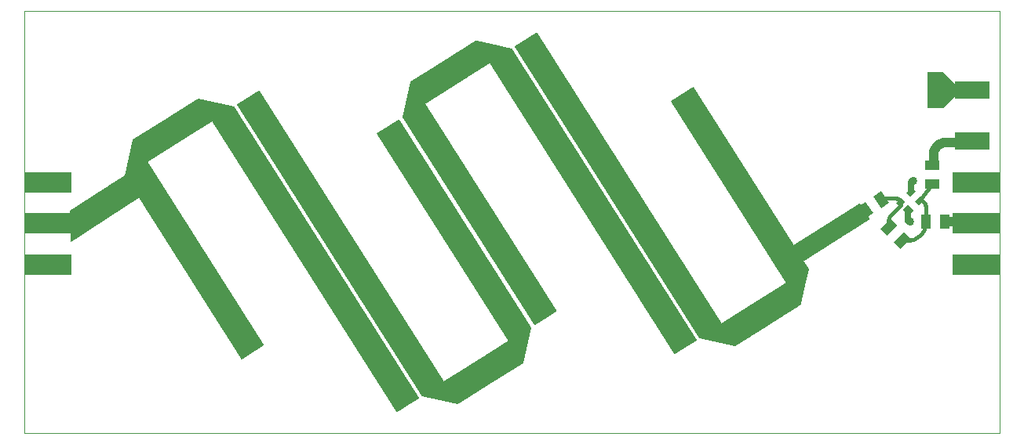
<source format=gtl>
G75*
G70*
%OFA0B0*%
%FSLAX24Y24*%
%IPPOS*%
%LPD*%
%AMOC8*
5,1,8,0,0,1.08239X$1,22.5*
%
%ADD10C,0.0000*%
%ADD11R,0.0236X0.0315*%
%ADD12R,0.0354X0.0315*%
%ADD13R,0.0400X0.0600*%
%ADD14R,0.2000X0.0900*%
%ADD15R,0.1500X0.0760*%
%ADD16R,0.0600X0.0400*%
%ADD17R,0.0080X0.0080*%
%ADD18C,0.0340*%
%ADD19C,0.0010*%
%ADD20C,0.0250*%
%ADD21C,0.0150*%
%ADD22C,0.0400*%
D10*
X003851Y000105D02*
X003851Y018100D01*
X045288Y018100D01*
X045288Y000105D01*
X003851Y000105D01*
X003851Y006843D02*
X003851Y011243D01*
X045288Y011243D02*
X045288Y006843D01*
D11*
G36*
X041045Y009744D02*
X040878Y009911D01*
X041099Y010132D01*
X041266Y009965D01*
X041045Y009744D01*
G37*
G36*
X041852Y009828D02*
X041685Y009995D01*
X041906Y010216D01*
X042073Y010049D01*
X041852Y009828D01*
G37*
G36*
X041490Y010190D02*
X041323Y010357D01*
X041544Y010578D01*
X041711Y010411D01*
X041490Y010190D01*
G37*
D12*
G36*
X041406Y009382D02*
X041156Y009632D01*
X041378Y009854D01*
X041628Y009604D01*
X041406Y009382D01*
G37*
D13*
X042138Y009105D03*
X042938Y009105D03*
G36*
X041063Y007969D02*
X040780Y008252D01*
X041203Y008675D01*
X041486Y008392D01*
X041063Y007969D01*
G37*
G36*
X040498Y008535D02*
X040215Y008818D01*
X040638Y009241D01*
X040921Y008958D01*
X040498Y008535D01*
G37*
G36*
X039910Y009473D02*
X039578Y009251D01*
X039246Y009749D01*
X039578Y009971D01*
X039910Y009473D01*
G37*
G36*
X040575Y009916D02*
X040243Y009694D01*
X039911Y010192D01*
X040243Y010414D01*
X040575Y009916D01*
G37*
D14*
X044278Y010783D03*
X044278Y009043D03*
X044278Y007303D03*
X004861Y007303D03*
X004861Y009043D03*
X004861Y010783D03*
D15*
X044101Y012543D03*
X044101Y014730D03*
D16*
X042413Y011505D03*
X042413Y010705D03*
D17*
X038663Y008980D03*
X006413Y009168D03*
D18*
X005476Y010730D03*
X004851Y010730D03*
X004226Y010730D03*
X004226Y007230D03*
X004851Y007230D03*
X005476Y007230D03*
X041476Y009105D03*
X043726Y010730D03*
X044351Y010730D03*
X044976Y010730D03*
X041601Y010855D03*
X042601Y014355D03*
X042976Y014730D03*
X042601Y015105D03*
X043726Y007230D03*
X044351Y007230D03*
X044851Y007230D03*
D19*
X039724Y009243D02*
X036913Y007463D01*
X037135Y007113D01*
X036213Y006530D01*
X035991Y006879D01*
X036913Y007463D01*
X035991Y006879D01*
X035788Y007201D01*
X036710Y007785D01*
X036506Y008106D01*
X035584Y007522D01*
X031317Y014261D01*
X032239Y014845D01*
X036506Y008106D01*
X035584Y007522D01*
X035788Y007201D01*
X036710Y007785D01*
X036913Y007463D01*
X036506Y008106D01*
X039316Y009886D01*
X039724Y009243D01*
X039723Y009244D02*
X038303Y009244D01*
X038316Y009253D02*
X039717Y009253D01*
X039712Y009261D02*
X038330Y009261D01*
X038343Y009270D02*
X039706Y009270D01*
X039701Y009278D02*
X038356Y009278D01*
X038370Y009287D02*
X039696Y009287D01*
X039690Y009295D02*
X038383Y009295D01*
X038397Y009304D02*
X039685Y009304D01*
X039680Y009312D02*
X038410Y009312D01*
X038424Y009321D02*
X039674Y009321D01*
X039669Y009329D02*
X038437Y009329D01*
X038450Y009338D02*
X039663Y009338D01*
X039658Y009346D02*
X038464Y009346D01*
X038477Y009355D02*
X039653Y009355D01*
X039647Y009363D02*
X038491Y009363D01*
X038504Y009372D02*
X039642Y009372D01*
X039636Y009380D02*
X038518Y009380D01*
X038531Y009389D02*
X039631Y009389D01*
X039626Y009397D02*
X038544Y009397D01*
X038558Y009406D02*
X039620Y009406D01*
X039615Y009414D02*
X038571Y009414D01*
X038585Y009423D02*
X039610Y009423D01*
X039604Y009431D02*
X038598Y009431D01*
X038611Y009440D02*
X039599Y009440D01*
X039593Y009448D02*
X038625Y009448D01*
X038638Y009457D02*
X039588Y009457D01*
X039583Y009465D02*
X038652Y009465D01*
X038665Y009474D02*
X039577Y009474D01*
X039572Y009482D02*
X038679Y009482D01*
X038692Y009491D02*
X039566Y009491D01*
X039561Y009499D02*
X038705Y009499D01*
X038719Y009508D02*
X039556Y009508D01*
X039550Y009516D02*
X038732Y009516D01*
X038746Y009525D02*
X039545Y009525D01*
X039540Y009533D02*
X038759Y009533D01*
X038773Y009542D02*
X039534Y009542D01*
X039529Y009550D02*
X038786Y009550D01*
X038799Y009559D02*
X039523Y009559D01*
X039518Y009567D02*
X038813Y009567D01*
X038826Y009576D02*
X039513Y009576D01*
X039507Y009584D02*
X038840Y009584D01*
X038853Y009593D02*
X039502Y009593D01*
X039496Y009601D02*
X038867Y009601D01*
X038880Y009610D02*
X039491Y009610D01*
X039486Y009618D02*
X038893Y009618D01*
X038907Y009627D02*
X039480Y009627D01*
X039475Y009635D02*
X038920Y009635D01*
X038934Y009644D02*
X039470Y009644D01*
X039464Y009652D02*
X038947Y009652D01*
X038960Y009661D02*
X039459Y009661D01*
X039453Y009669D02*
X038974Y009669D01*
X038987Y009678D02*
X039448Y009678D01*
X039443Y009686D02*
X039001Y009686D01*
X039014Y009695D02*
X039437Y009695D01*
X039432Y009703D02*
X039028Y009703D01*
X039041Y009712D02*
X039427Y009712D01*
X039421Y009720D02*
X039054Y009720D01*
X039068Y009729D02*
X039416Y009729D01*
X039410Y009737D02*
X039081Y009737D01*
X039095Y009746D02*
X039405Y009746D01*
X039400Y009754D02*
X039108Y009754D01*
X039122Y009763D02*
X039394Y009763D01*
X039389Y009771D02*
X039135Y009771D01*
X039148Y009780D02*
X039383Y009780D01*
X039378Y009788D02*
X039162Y009788D01*
X039175Y009797D02*
X039373Y009797D01*
X039367Y009805D02*
X039189Y009805D01*
X039202Y009814D02*
X039362Y009814D01*
X039357Y009822D02*
X039216Y009822D01*
X039229Y009831D02*
X039351Y009831D01*
X039346Y009839D02*
X039242Y009839D01*
X039256Y009848D02*
X039340Y009848D01*
X039335Y009856D02*
X039269Y009856D01*
X039283Y009865D02*
X039330Y009865D01*
X039324Y009873D02*
X039296Y009873D01*
X039309Y009882D02*
X039319Y009882D01*
X039712Y009236D02*
X038289Y009236D01*
X038276Y009227D02*
X039699Y009227D01*
X039686Y009219D02*
X038262Y009219D01*
X038249Y009210D02*
X039672Y009210D01*
X039659Y009202D02*
X038236Y009202D01*
X038222Y009193D02*
X039645Y009193D01*
X039632Y009185D02*
X038209Y009185D01*
X038195Y009176D02*
X039618Y009176D01*
X039605Y009168D02*
X038182Y009168D01*
X038169Y009159D02*
X039592Y009159D01*
X039578Y009151D02*
X038155Y009151D01*
X038142Y009142D02*
X039565Y009142D01*
X039551Y009134D02*
X038128Y009134D01*
X038115Y009125D02*
X039538Y009125D01*
X039524Y009117D02*
X038101Y009117D01*
X038088Y009108D02*
X039511Y009108D01*
X039498Y009100D02*
X038075Y009100D01*
X038061Y009091D02*
X039484Y009091D01*
X039471Y009083D02*
X038048Y009083D01*
X038034Y009074D02*
X039457Y009074D01*
X039444Y009066D02*
X038021Y009066D01*
X038007Y009057D02*
X039431Y009057D01*
X039417Y009049D02*
X037994Y009049D01*
X037981Y009040D02*
X039404Y009040D01*
X039390Y009032D02*
X037967Y009032D01*
X037954Y009023D02*
X039377Y009023D01*
X039363Y009015D02*
X037940Y009015D01*
X037927Y009006D02*
X039350Y009006D01*
X039337Y008998D02*
X037913Y008998D01*
X037900Y008989D02*
X039323Y008989D01*
X039310Y008981D02*
X037887Y008981D01*
X037873Y008972D02*
X039296Y008972D01*
X039283Y008964D02*
X037860Y008964D01*
X037846Y008955D02*
X039269Y008955D01*
X039256Y008947D02*
X037833Y008947D01*
X037820Y008938D02*
X039243Y008938D01*
X039229Y008930D02*
X037806Y008930D01*
X037793Y008921D02*
X039216Y008921D01*
X039202Y008913D02*
X037779Y008913D01*
X037766Y008904D02*
X039189Y008904D01*
X039175Y008896D02*
X037752Y008896D01*
X037739Y008887D02*
X039162Y008887D01*
X039149Y008879D02*
X037726Y008879D01*
X037712Y008870D02*
X039135Y008870D01*
X039122Y008862D02*
X037699Y008862D01*
X037685Y008853D02*
X039108Y008853D01*
X039095Y008845D02*
X037672Y008845D01*
X037658Y008836D02*
X039082Y008836D01*
X039068Y008828D02*
X037645Y008828D01*
X037632Y008819D02*
X039055Y008819D01*
X039041Y008811D02*
X037618Y008811D01*
X037605Y008802D02*
X039028Y008802D01*
X039014Y008794D02*
X037591Y008794D01*
X037578Y008785D02*
X039001Y008785D01*
X038988Y008777D02*
X037564Y008777D01*
X037551Y008768D02*
X038974Y008768D01*
X038961Y008760D02*
X037538Y008760D01*
X037524Y008751D02*
X038947Y008751D01*
X038934Y008743D02*
X037511Y008743D01*
X037497Y008734D02*
X038920Y008734D01*
X038907Y008726D02*
X037484Y008726D01*
X037471Y008717D02*
X038894Y008717D01*
X038880Y008709D02*
X037457Y008709D01*
X037444Y008700D02*
X038867Y008700D01*
X038853Y008692D02*
X037430Y008692D01*
X037417Y008683D02*
X038840Y008683D01*
X038826Y008675D02*
X037403Y008675D01*
X037390Y008666D02*
X038813Y008666D01*
X038800Y008658D02*
X037377Y008658D01*
X037363Y008649D02*
X038786Y008649D01*
X038773Y008641D02*
X037350Y008641D01*
X037336Y008632D02*
X038759Y008632D01*
X038746Y008624D02*
X037323Y008624D01*
X037309Y008615D02*
X038733Y008615D01*
X038719Y008607D02*
X037296Y008607D01*
X037283Y008598D02*
X038706Y008598D01*
X038692Y008590D02*
X037269Y008590D01*
X037256Y008581D02*
X038679Y008581D01*
X038665Y008573D02*
X037242Y008573D01*
X037229Y008564D02*
X038652Y008564D01*
X038639Y008556D02*
X037215Y008556D01*
X037202Y008547D02*
X038625Y008547D01*
X038612Y008539D02*
X037189Y008539D01*
X037175Y008530D02*
X038598Y008530D01*
X038585Y008522D02*
X037162Y008522D01*
X037148Y008513D02*
X038571Y008513D01*
X038558Y008505D02*
X037135Y008505D01*
X037122Y008496D02*
X038545Y008496D01*
X038531Y008488D02*
X037108Y008488D01*
X037095Y008479D02*
X038518Y008479D01*
X038504Y008471D02*
X037081Y008471D01*
X037068Y008462D02*
X038491Y008462D01*
X038477Y008454D02*
X037054Y008454D01*
X037041Y008445D02*
X038464Y008445D01*
X038451Y008437D02*
X037028Y008437D01*
X037014Y008428D02*
X038437Y008428D01*
X038424Y008420D02*
X037001Y008420D01*
X036987Y008411D02*
X038410Y008411D01*
X038397Y008403D02*
X036974Y008403D01*
X036960Y008394D02*
X038384Y008394D01*
X038370Y008386D02*
X036947Y008386D01*
X036934Y008377D02*
X038357Y008377D01*
X038343Y008369D02*
X036920Y008369D01*
X036907Y008360D02*
X038330Y008360D01*
X038316Y008352D02*
X036893Y008352D01*
X036880Y008343D02*
X038303Y008343D01*
X038290Y008335D02*
X036866Y008335D01*
X036853Y008326D02*
X038276Y008326D01*
X038263Y008318D02*
X036840Y008318D01*
X036826Y008309D02*
X038249Y008309D01*
X038236Y008301D02*
X036813Y008301D01*
X036799Y008292D02*
X038222Y008292D01*
X038209Y008284D02*
X036786Y008284D01*
X036773Y008275D02*
X038196Y008275D01*
X038182Y008267D02*
X036759Y008267D01*
X036746Y008258D02*
X038169Y008258D01*
X038155Y008250D02*
X036732Y008250D01*
X036719Y008241D02*
X038142Y008241D01*
X038128Y008233D02*
X036705Y008233D01*
X036692Y008224D02*
X038115Y008224D01*
X038102Y008216D02*
X036679Y008216D01*
X036665Y008207D02*
X038088Y008207D01*
X038075Y008199D02*
X036652Y008199D01*
X036638Y008190D02*
X038061Y008190D01*
X038048Y008182D02*
X036625Y008182D01*
X036611Y008173D02*
X038035Y008173D01*
X038021Y008165D02*
X036598Y008165D01*
X036585Y008156D02*
X038008Y008156D01*
X037994Y008148D02*
X036571Y008148D01*
X036558Y008139D02*
X037981Y008139D01*
X037967Y008131D02*
X036544Y008131D01*
X036531Y008122D02*
X037954Y008122D01*
X037941Y008114D02*
X036517Y008114D01*
X036507Y008105D02*
X037927Y008105D01*
X037914Y008096D02*
X036512Y008096D01*
X036491Y008096D01*
X035220Y008096D01*
X035226Y008088D02*
X036477Y008088D01*
X036518Y008088D01*
X037900Y008088D01*
X037887Y008079D02*
X036523Y008079D01*
X036464Y008079D01*
X035231Y008079D01*
X035236Y008071D02*
X036450Y008071D01*
X036528Y008071D01*
X037873Y008071D01*
X037860Y008062D02*
X036534Y008062D01*
X036437Y008062D01*
X035242Y008062D01*
X035247Y008054D02*
X036424Y008054D01*
X036539Y008054D01*
X037847Y008054D01*
X037833Y008045D02*
X036545Y008045D01*
X036410Y008045D01*
X035253Y008045D01*
X035258Y008037D02*
X036397Y008037D01*
X036550Y008037D01*
X037820Y008037D01*
X037806Y008028D02*
X036555Y008028D01*
X036383Y008028D01*
X035263Y008028D01*
X035269Y008020D02*
X036370Y008020D01*
X036561Y008020D01*
X037793Y008020D01*
X037779Y008011D02*
X036566Y008011D01*
X036356Y008011D01*
X035274Y008011D01*
X035279Y008003D02*
X036343Y008003D01*
X036571Y008003D01*
X037766Y008003D01*
X037753Y007994D02*
X036577Y007994D01*
X036330Y007994D01*
X035285Y007994D01*
X035290Y007986D02*
X036316Y007986D01*
X036582Y007986D01*
X037739Y007986D01*
X037726Y007977D02*
X036588Y007977D01*
X036303Y007977D01*
X035296Y007977D01*
X035301Y007969D02*
X036289Y007969D01*
X036593Y007969D01*
X037712Y007969D01*
X037699Y007960D02*
X036598Y007960D01*
X036276Y007960D01*
X035306Y007960D01*
X035312Y007952D02*
X036262Y007952D01*
X036604Y007952D01*
X037686Y007952D01*
X037672Y007943D02*
X036609Y007943D01*
X036249Y007943D01*
X035317Y007943D01*
X035323Y007935D02*
X036236Y007935D01*
X036614Y007935D01*
X037659Y007935D01*
X037645Y007926D02*
X036620Y007926D01*
X036222Y007926D01*
X035328Y007926D01*
X035333Y007918D02*
X036209Y007918D01*
X036625Y007918D01*
X037632Y007918D01*
X037618Y007909D02*
X036631Y007909D01*
X036195Y007909D01*
X035339Y007909D01*
X035344Y007901D02*
X036182Y007901D01*
X036636Y007901D01*
X037605Y007901D01*
X037592Y007892D02*
X036641Y007892D01*
X036168Y007892D01*
X035349Y007892D01*
X035355Y007884D02*
X036155Y007884D01*
X036647Y007884D01*
X037578Y007884D01*
X037565Y007875D02*
X036652Y007875D01*
X036142Y007875D01*
X035360Y007875D01*
X035366Y007867D02*
X036128Y007867D01*
X036658Y007867D01*
X037551Y007867D01*
X037538Y007858D02*
X036663Y007858D01*
X036115Y007858D01*
X035371Y007858D01*
X035376Y007850D02*
X036101Y007850D01*
X036668Y007850D01*
X037524Y007850D01*
X037511Y007841D02*
X036674Y007841D01*
X036088Y007841D01*
X035382Y007841D01*
X035387Y007833D02*
X036075Y007833D01*
X036679Y007833D01*
X037498Y007833D01*
X037484Y007824D02*
X036684Y007824D01*
X036061Y007824D01*
X035392Y007824D01*
X035398Y007816D02*
X036048Y007816D01*
X036690Y007816D01*
X037471Y007816D01*
X037457Y007807D02*
X036695Y007807D01*
X036034Y007807D01*
X035403Y007807D01*
X035409Y007799D02*
X036021Y007799D01*
X036701Y007799D01*
X037444Y007799D01*
X037430Y007790D02*
X036706Y007790D01*
X036007Y007790D01*
X035414Y007790D01*
X035419Y007782D02*
X035994Y007782D01*
X036706Y007782D01*
X036711Y007782D01*
X037417Y007782D01*
X037404Y007773D02*
X036717Y007773D01*
X036692Y007773D01*
X035981Y007773D01*
X035425Y007773D01*
X035430Y007765D02*
X035967Y007765D01*
X036679Y007765D01*
X036722Y007765D01*
X037390Y007765D01*
X037377Y007756D02*
X036728Y007756D01*
X036665Y007756D01*
X035954Y007756D01*
X035436Y007756D01*
X035441Y007748D02*
X035940Y007748D01*
X036652Y007748D01*
X036733Y007748D01*
X037363Y007748D01*
X037350Y007739D02*
X036738Y007739D01*
X036638Y007739D01*
X035927Y007739D01*
X035446Y007739D01*
X035452Y007731D02*
X035913Y007731D01*
X036625Y007731D01*
X036744Y007731D01*
X037337Y007731D01*
X037323Y007722D02*
X036749Y007722D01*
X036612Y007722D01*
X035900Y007722D01*
X035457Y007722D01*
X035462Y007714D02*
X035887Y007714D01*
X036598Y007714D01*
X036754Y007714D01*
X037310Y007714D01*
X037296Y007705D02*
X036760Y007705D01*
X036585Y007705D01*
X035873Y007705D01*
X035468Y007705D01*
X035473Y007697D02*
X035860Y007697D01*
X036571Y007697D01*
X036765Y007697D01*
X037283Y007697D01*
X037269Y007688D02*
X036771Y007688D01*
X036558Y007688D01*
X035846Y007688D01*
X035479Y007688D01*
X035484Y007680D02*
X035833Y007680D01*
X036544Y007680D01*
X036776Y007680D01*
X037256Y007680D01*
X037243Y007671D02*
X036781Y007671D01*
X036531Y007671D01*
X035819Y007671D01*
X035489Y007671D01*
X035495Y007663D02*
X035806Y007663D01*
X036518Y007663D01*
X036787Y007663D01*
X037229Y007663D01*
X037216Y007654D02*
X036792Y007654D01*
X036504Y007654D01*
X035793Y007654D01*
X035500Y007654D01*
X035506Y007646D02*
X035779Y007646D01*
X036491Y007646D01*
X036798Y007646D01*
X037202Y007646D01*
X037189Y007637D02*
X036803Y007637D01*
X036477Y007637D01*
X035766Y007637D01*
X035511Y007637D01*
X035516Y007629D02*
X035752Y007629D01*
X036464Y007629D01*
X036808Y007629D01*
X037175Y007629D01*
X037162Y007620D02*
X036814Y007620D01*
X036450Y007620D01*
X035739Y007620D01*
X035522Y007620D01*
X035527Y007612D02*
X035726Y007612D01*
X036437Y007612D01*
X036819Y007612D01*
X037149Y007612D01*
X037135Y007603D02*
X036824Y007603D01*
X036424Y007603D01*
X035712Y007603D01*
X035532Y007603D01*
X035538Y007595D02*
X035699Y007595D01*
X036410Y007595D01*
X036830Y007595D01*
X037122Y007595D01*
X037108Y007586D02*
X036835Y007586D01*
X036397Y007586D01*
X035685Y007586D01*
X035543Y007586D01*
X035549Y007578D02*
X035672Y007578D01*
X036383Y007578D01*
X036841Y007578D01*
X037095Y007578D01*
X037081Y007569D02*
X036846Y007569D01*
X036370Y007569D01*
X035658Y007569D01*
X035554Y007569D01*
X035559Y007561D02*
X035645Y007561D01*
X036357Y007561D01*
X036851Y007561D01*
X037068Y007561D01*
X037055Y007552D02*
X036857Y007552D01*
X036343Y007552D01*
X035632Y007552D01*
X035565Y007552D01*
X035570Y007544D02*
X035618Y007544D01*
X036330Y007544D01*
X036862Y007544D01*
X037041Y007544D01*
X037028Y007535D02*
X036867Y007535D01*
X036316Y007535D01*
X035605Y007535D01*
X035576Y007535D01*
X035581Y007527D02*
X035591Y007527D01*
X036303Y007527D01*
X036873Y007527D01*
X037014Y007527D01*
X037001Y007518D02*
X036878Y007518D01*
X036289Y007518D01*
X035586Y007518D01*
X035592Y007510D02*
X036276Y007510D01*
X036884Y007510D01*
X036988Y007510D01*
X036974Y007501D02*
X036889Y007501D01*
X036263Y007501D01*
X035597Y007501D01*
X035602Y007493D02*
X036249Y007493D01*
X036894Y007493D01*
X036961Y007493D01*
X036947Y007484D02*
X036900Y007484D01*
X036236Y007484D01*
X035608Y007484D01*
X035613Y007476D02*
X036222Y007476D01*
X036905Y007476D01*
X036934Y007476D01*
X036920Y007467D02*
X036911Y007467D01*
X036209Y007467D01*
X035619Y007467D01*
X035624Y007459D02*
X036195Y007459D01*
X036907Y007459D01*
X036916Y007459D01*
X036921Y007450D02*
X036894Y007450D01*
X036182Y007450D01*
X035629Y007450D01*
X035635Y007442D02*
X036169Y007442D01*
X036880Y007442D01*
X036927Y007442D01*
X036932Y007433D02*
X036867Y007433D01*
X036155Y007433D01*
X035640Y007433D01*
X035645Y007425D02*
X036142Y007425D01*
X036853Y007425D01*
X036937Y007425D01*
X036943Y007416D02*
X036840Y007416D01*
X036128Y007416D01*
X035651Y007416D01*
X035656Y007408D02*
X036115Y007408D01*
X036826Y007408D01*
X036948Y007408D01*
X036954Y007399D02*
X036813Y007399D01*
X036101Y007399D01*
X035662Y007399D01*
X035667Y007391D02*
X036088Y007391D01*
X036800Y007391D01*
X036959Y007391D01*
X036964Y007382D02*
X036786Y007382D01*
X036075Y007382D01*
X035672Y007382D01*
X035678Y007374D02*
X036061Y007374D01*
X036773Y007374D01*
X036970Y007374D01*
X036975Y007365D02*
X036759Y007365D01*
X036048Y007365D01*
X035683Y007365D01*
X035689Y007357D02*
X036034Y007357D01*
X036746Y007357D01*
X036981Y007357D01*
X036986Y007348D02*
X036732Y007348D01*
X036021Y007348D01*
X035694Y007348D01*
X035699Y007340D02*
X036008Y007340D01*
X036719Y007340D01*
X036991Y007340D01*
X036997Y007331D02*
X036706Y007331D01*
X035994Y007331D01*
X035705Y007331D01*
X035710Y007323D02*
X035981Y007323D01*
X036692Y007323D01*
X037002Y007323D01*
X037007Y007314D02*
X036679Y007314D01*
X035967Y007314D01*
X035715Y007314D01*
X035721Y007306D02*
X035954Y007306D01*
X036665Y007306D01*
X037013Y007306D01*
X037018Y007297D02*
X036652Y007297D01*
X035940Y007297D01*
X035726Y007297D01*
X035732Y007289D02*
X035927Y007289D01*
X036639Y007289D01*
X037024Y007289D01*
X037029Y007280D02*
X036625Y007280D01*
X035914Y007280D01*
X035737Y007280D01*
X035742Y007272D02*
X035900Y007272D01*
X036612Y007272D01*
X037034Y007272D01*
X037040Y007263D02*
X036598Y007263D01*
X035887Y007263D01*
X035748Y007263D01*
X035753Y007255D02*
X035873Y007255D01*
X036585Y007255D01*
X037045Y007255D01*
X037050Y007246D02*
X036571Y007246D01*
X035860Y007246D01*
X035759Y007246D01*
X035764Y007238D02*
X035846Y007238D01*
X036558Y007238D01*
X037056Y007238D01*
X037061Y007229D02*
X036545Y007229D01*
X035833Y007229D01*
X035769Y007229D01*
X035775Y007221D02*
X035820Y007221D01*
X036531Y007221D01*
X037067Y007221D01*
X037072Y007212D02*
X036518Y007212D01*
X035806Y007212D01*
X035780Y007212D01*
X035785Y007204D02*
X035793Y007204D01*
X036504Y007204D01*
X037077Y007204D01*
X037083Y007195D02*
X036491Y007195D01*
X035791Y007195D01*
X035796Y007187D02*
X036477Y007187D01*
X037088Y007187D01*
X037094Y007178D02*
X036464Y007178D01*
X035802Y007178D01*
X035807Y007170D02*
X036451Y007170D01*
X037099Y007170D01*
X037104Y007161D02*
X036437Y007161D01*
X035812Y007161D01*
X035818Y007153D02*
X036424Y007153D01*
X037110Y007153D01*
X037115Y007144D02*
X036410Y007144D01*
X035823Y007144D01*
X035828Y007136D02*
X036397Y007136D01*
X037120Y007136D01*
X037126Y007127D02*
X036383Y007127D01*
X035834Y007127D01*
X035839Y007119D02*
X036370Y007119D01*
X037131Y007119D01*
X037135Y007113D02*
X036797Y005607D01*
X036213Y006530D01*
X037135Y007113D01*
X037134Y007110D02*
X037130Y007110D01*
X036357Y007110D01*
X035845Y007110D01*
X035850Y007102D02*
X036343Y007102D01*
X037117Y007102D01*
X037132Y007102D01*
X037130Y007093D02*
X037103Y007093D01*
X036330Y007093D01*
X035855Y007093D01*
X035861Y007085D02*
X036316Y007085D01*
X037090Y007085D01*
X037128Y007085D01*
X037126Y007076D02*
X037076Y007076D01*
X036303Y007076D01*
X035866Y007076D01*
X035872Y007068D02*
X036290Y007068D01*
X037063Y007068D01*
X037125Y007068D01*
X037123Y007059D02*
X037049Y007059D01*
X036276Y007059D01*
X035877Y007059D01*
X035882Y007051D02*
X036263Y007051D01*
X037036Y007051D01*
X037121Y007051D01*
X037119Y007042D02*
X037023Y007042D01*
X036249Y007042D01*
X035888Y007042D01*
X035893Y007034D02*
X036236Y007034D01*
X037009Y007034D01*
X037117Y007034D01*
X037115Y007025D02*
X036996Y007025D01*
X036222Y007025D01*
X035898Y007025D01*
X035904Y007017D02*
X036209Y007017D01*
X036982Y007017D01*
X037113Y007017D01*
X037111Y007008D02*
X036969Y007008D01*
X036196Y007008D01*
X035909Y007008D01*
X035915Y007000D02*
X036182Y007000D01*
X036955Y007000D01*
X037109Y007000D01*
X037107Y006991D02*
X036942Y006991D01*
X036169Y006991D01*
X035920Y006991D01*
X035925Y006983D02*
X036155Y006983D01*
X036929Y006983D01*
X037105Y006983D01*
X037104Y006974D02*
X036915Y006974D01*
X036142Y006974D01*
X035931Y006974D01*
X035936Y006966D02*
X036128Y006966D01*
X036902Y006966D01*
X037102Y006966D01*
X037100Y006957D02*
X036888Y006957D01*
X036115Y006957D01*
X035942Y006957D01*
X035947Y006949D02*
X036102Y006949D01*
X036875Y006949D01*
X037098Y006949D01*
X037096Y006940D02*
X036862Y006940D01*
X036088Y006940D01*
X035952Y006940D01*
X035958Y006932D02*
X036075Y006932D01*
X036848Y006932D01*
X037094Y006932D01*
X037092Y006923D02*
X036835Y006923D01*
X036061Y006923D01*
X035963Y006923D01*
X035968Y006915D02*
X036048Y006915D01*
X036821Y006915D01*
X037090Y006915D01*
X037088Y006906D02*
X036808Y006906D01*
X036034Y006906D01*
X035974Y006906D01*
X035979Y006898D02*
X036021Y006898D01*
X036794Y006898D01*
X037086Y006898D01*
X037084Y006889D02*
X036781Y006889D01*
X036008Y006889D01*
X035985Y006889D01*
X035990Y006881D02*
X035994Y006881D01*
X036768Y006881D01*
X037083Y006881D01*
X037081Y006872D02*
X036754Y006872D01*
X035995Y006872D01*
X036001Y006864D02*
X036741Y006864D01*
X037079Y006864D01*
X037077Y006855D02*
X036727Y006855D01*
X036006Y006855D01*
X036012Y006847D02*
X036714Y006847D01*
X037075Y006847D01*
X037073Y006838D02*
X036700Y006838D01*
X036017Y006838D01*
X036022Y006830D02*
X036687Y006830D01*
X037071Y006830D01*
X037069Y006821D02*
X036674Y006821D01*
X036028Y006821D01*
X036033Y006813D02*
X036660Y006813D01*
X037067Y006813D01*
X037065Y006804D02*
X036647Y006804D01*
X036038Y006804D01*
X036044Y006796D02*
X036633Y006796D01*
X037063Y006796D01*
X037062Y006787D02*
X036620Y006787D01*
X036049Y006787D01*
X036055Y006779D02*
X036606Y006779D01*
X037060Y006779D01*
X037058Y006770D02*
X036593Y006770D01*
X036060Y006770D01*
X036065Y006762D02*
X036580Y006762D01*
X037056Y006762D01*
X037054Y006753D02*
X036566Y006753D01*
X036071Y006753D01*
X036076Y006745D02*
X036553Y006745D01*
X037052Y006745D01*
X037050Y006736D02*
X036539Y006736D01*
X036081Y006736D01*
X036087Y006728D02*
X036526Y006728D01*
X037048Y006728D01*
X037046Y006719D02*
X036513Y006719D01*
X036092Y006719D01*
X036098Y006711D02*
X036499Y006711D01*
X037044Y006711D01*
X037042Y006702D02*
X036486Y006702D01*
X036103Y006702D01*
X036108Y006694D02*
X036472Y006694D01*
X037041Y006694D01*
X037039Y006685D02*
X036459Y006685D01*
X036114Y006685D01*
X036119Y006677D02*
X036445Y006677D01*
X037037Y006677D01*
X037035Y006668D02*
X036432Y006668D01*
X036125Y006668D01*
X036130Y006660D02*
X036419Y006660D01*
X037033Y006660D01*
X037031Y006651D02*
X036405Y006651D01*
X036135Y006651D01*
X036141Y006643D02*
X036392Y006643D01*
X037029Y006643D01*
X037027Y006634D02*
X036378Y006634D01*
X036146Y006634D01*
X036151Y006626D02*
X036365Y006626D01*
X037025Y006626D01*
X037023Y006617D02*
X036351Y006617D01*
X036157Y006617D01*
X036162Y006609D02*
X036338Y006609D01*
X037021Y006609D01*
X037020Y006600D02*
X036325Y006600D01*
X036168Y006600D01*
X036173Y006592D02*
X036311Y006592D01*
X037018Y006592D01*
X037016Y006583D02*
X036298Y006583D01*
X036178Y006583D01*
X036184Y006575D02*
X036284Y006575D01*
X037014Y006575D01*
X037012Y006566D02*
X036271Y006566D01*
X036189Y006566D01*
X036195Y006558D02*
X036257Y006558D01*
X037010Y006558D01*
X037008Y006549D02*
X036244Y006549D01*
X036200Y006549D01*
X036205Y006541D02*
X036231Y006541D01*
X037006Y006541D01*
X037004Y006532D02*
X036217Y006532D01*
X036211Y006532D01*
X036213Y006529D02*
X036797Y005607D01*
X035414Y004732D01*
X034031Y003856D01*
X032526Y004195D01*
X033817Y004195D01*
X034566Y004195D01*
X034579Y004203D02*
X033812Y004203D01*
X032540Y004203D01*
X032523Y004203D01*
X032528Y004196D02*
X033445Y004777D01*
X025598Y017169D01*
X024680Y016588D01*
X032528Y004196D01*
X032526Y004195D02*
X033448Y004778D01*
X034031Y003856D01*
X033448Y004778D01*
X034830Y005654D01*
X035414Y004732D01*
X034830Y005654D01*
X036213Y006529D01*
X036216Y006524D02*
X036204Y006524D01*
X036216Y006524D02*
X037002Y006524D01*
X037000Y006515D02*
X036221Y006515D01*
X036190Y006515D01*
X036177Y006507D02*
X036227Y006507D01*
X036999Y006507D01*
X036997Y006498D02*
X036232Y006498D01*
X036164Y006498D01*
X036150Y006490D02*
X036238Y006490D01*
X036995Y006490D01*
X036993Y006481D02*
X036243Y006481D01*
X036137Y006481D01*
X036123Y006473D02*
X036248Y006473D01*
X036991Y006473D01*
X036989Y006464D02*
X036254Y006464D01*
X036110Y006464D01*
X036096Y006456D02*
X036259Y006456D01*
X036987Y006456D01*
X036985Y006447D02*
X036265Y006447D01*
X036083Y006447D01*
X036070Y006439D02*
X036270Y006439D01*
X036983Y006439D01*
X036981Y006430D02*
X036275Y006430D01*
X036056Y006430D01*
X036043Y006422D02*
X036281Y006422D01*
X036979Y006422D01*
X036978Y006413D02*
X036286Y006413D01*
X036029Y006413D01*
X036016Y006405D02*
X036291Y006405D01*
X036976Y006405D01*
X036974Y006396D02*
X036297Y006396D01*
X036002Y006396D01*
X035989Y006388D02*
X036302Y006388D01*
X036972Y006388D01*
X036970Y006379D02*
X036308Y006379D01*
X035976Y006379D01*
X035962Y006371D02*
X036313Y006371D01*
X036968Y006371D01*
X036966Y006362D02*
X036318Y006362D01*
X035949Y006362D01*
X035935Y006354D02*
X036324Y006354D01*
X036964Y006354D01*
X036962Y006345D02*
X036329Y006345D01*
X035922Y006345D01*
X035908Y006337D02*
X036334Y006337D01*
X036960Y006337D01*
X036958Y006328D02*
X036340Y006328D01*
X035895Y006328D01*
X035882Y006320D02*
X036345Y006320D01*
X036957Y006320D01*
X036955Y006311D02*
X036351Y006311D01*
X035868Y006311D01*
X035855Y006303D02*
X036356Y006303D01*
X036953Y006303D01*
X036951Y006294D02*
X036361Y006294D01*
X035841Y006294D01*
X035828Y006286D02*
X036367Y006286D01*
X036949Y006286D01*
X036947Y006277D02*
X036372Y006277D01*
X035815Y006277D01*
X035801Y006269D02*
X036378Y006269D01*
X036945Y006269D01*
X036943Y006260D02*
X036383Y006260D01*
X035788Y006260D01*
X035774Y006252D02*
X036388Y006252D01*
X036941Y006252D01*
X036939Y006243D02*
X036394Y006243D01*
X035761Y006243D01*
X035747Y006235D02*
X036399Y006235D01*
X036937Y006235D01*
X036936Y006226D02*
X036404Y006226D01*
X035734Y006226D01*
X035721Y006218D02*
X036410Y006218D01*
X036934Y006218D01*
X036932Y006209D02*
X036415Y006209D01*
X035707Y006209D01*
X035694Y006201D02*
X036421Y006201D01*
X036930Y006201D01*
X036928Y006192D02*
X036426Y006192D01*
X035680Y006192D01*
X035667Y006184D02*
X036431Y006184D01*
X036926Y006184D01*
X036924Y006175D02*
X036437Y006175D01*
X035653Y006175D01*
X035640Y006167D02*
X036442Y006167D01*
X036922Y006167D01*
X036920Y006158D02*
X036448Y006158D01*
X035627Y006158D01*
X035613Y006150D02*
X036453Y006150D01*
X036918Y006150D01*
X036916Y006141D02*
X036458Y006141D01*
X035600Y006141D01*
X035586Y006133D02*
X036464Y006133D01*
X036915Y006133D01*
X036913Y006124D02*
X036469Y006124D01*
X035573Y006124D01*
X035559Y006116D02*
X036474Y006116D01*
X036911Y006116D01*
X036909Y006107D02*
X036480Y006107D01*
X035546Y006107D01*
X035533Y006099D02*
X036485Y006099D01*
X036907Y006099D01*
X036905Y006090D02*
X036491Y006090D01*
X035519Y006090D01*
X035506Y006082D02*
X036496Y006082D01*
X036903Y006082D01*
X036901Y006073D02*
X036501Y006073D01*
X035492Y006073D01*
X035479Y006065D02*
X036507Y006065D01*
X036899Y006065D01*
X036897Y006056D02*
X036512Y006056D01*
X035466Y006056D01*
X035452Y006048D02*
X036517Y006048D01*
X036895Y006048D01*
X036894Y006039D02*
X036523Y006039D01*
X035439Y006039D01*
X035425Y006031D02*
X036528Y006031D01*
X036892Y006031D01*
X036890Y006022D02*
X036534Y006022D01*
X035412Y006022D01*
X035398Y006014D02*
X036539Y006014D01*
X036888Y006014D01*
X036886Y006005D02*
X036544Y006005D01*
X035385Y006005D01*
X035372Y005997D02*
X036550Y005997D01*
X036884Y005997D01*
X036882Y005988D02*
X036555Y005988D01*
X035358Y005988D01*
X035345Y005980D02*
X036561Y005980D01*
X036880Y005980D01*
X036878Y005971D02*
X036566Y005971D01*
X035331Y005971D01*
X035318Y005963D02*
X036571Y005963D01*
X036876Y005963D01*
X036874Y005954D02*
X036577Y005954D01*
X035304Y005954D01*
X035291Y005946D02*
X036582Y005946D01*
X036873Y005946D01*
X036871Y005937D02*
X036587Y005937D01*
X035278Y005937D01*
X035264Y005929D02*
X036593Y005929D01*
X036869Y005929D01*
X036867Y005920D02*
X036598Y005920D01*
X035251Y005920D01*
X035237Y005912D02*
X036604Y005912D01*
X036865Y005912D01*
X036863Y005903D02*
X036609Y005903D01*
X035224Y005903D01*
X035210Y005895D02*
X036614Y005895D01*
X036861Y005895D01*
X036859Y005886D02*
X036620Y005886D01*
X035197Y005886D01*
X035184Y005878D02*
X036625Y005878D01*
X036857Y005878D01*
X036855Y005869D02*
X036631Y005869D01*
X035170Y005869D01*
X035157Y005861D02*
X036636Y005861D01*
X036853Y005861D01*
X036852Y005852D02*
X036641Y005852D01*
X035143Y005852D01*
X035130Y005844D02*
X036647Y005844D01*
X036850Y005844D01*
X036848Y005835D02*
X036652Y005835D01*
X035117Y005835D01*
X035103Y005827D02*
X036657Y005827D01*
X036846Y005827D01*
X036844Y005818D02*
X036663Y005818D01*
X035090Y005818D01*
X035076Y005810D02*
X036668Y005810D01*
X036842Y005810D01*
X036840Y005801D02*
X036674Y005801D01*
X035063Y005801D01*
X035049Y005793D02*
X036679Y005793D01*
X036838Y005793D01*
X036836Y005784D02*
X036684Y005784D01*
X035036Y005784D01*
X035023Y005776D02*
X036690Y005776D01*
X036834Y005776D01*
X036832Y005767D02*
X036695Y005767D01*
X035009Y005767D01*
X034996Y005759D02*
X036701Y005759D01*
X036831Y005759D01*
X036829Y005750D02*
X036706Y005750D01*
X034982Y005750D01*
X034969Y005742D02*
X036711Y005742D01*
X036827Y005742D01*
X036825Y005733D02*
X036717Y005733D01*
X034955Y005733D01*
X034942Y005725D02*
X036722Y005725D01*
X036823Y005725D01*
X036821Y005716D02*
X036727Y005716D01*
X034929Y005716D01*
X034915Y005708D02*
X036733Y005708D01*
X036819Y005708D01*
X036817Y005699D02*
X036738Y005699D01*
X034902Y005699D01*
X034888Y005691D02*
X036744Y005691D01*
X036815Y005691D01*
X036813Y005682D02*
X036749Y005682D01*
X034875Y005682D01*
X034861Y005674D02*
X036754Y005674D01*
X036811Y005674D01*
X036810Y005665D02*
X036760Y005665D01*
X034848Y005665D01*
X034835Y005657D02*
X036765Y005657D01*
X036808Y005657D01*
X036806Y005648D02*
X036770Y005648D01*
X034834Y005648D01*
X034822Y005648D01*
X034808Y005640D02*
X034839Y005640D01*
X036776Y005640D01*
X036804Y005640D01*
X036802Y005631D02*
X036781Y005631D01*
X034844Y005631D01*
X034795Y005631D01*
X034781Y005623D02*
X034850Y005623D01*
X036787Y005623D01*
X036800Y005623D01*
X036798Y005614D02*
X036792Y005614D01*
X034855Y005614D01*
X034768Y005614D01*
X034754Y005606D02*
X034860Y005606D01*
X036794Y005606D01*
X036781Y005597D02*
X034866Y005597D01*
X034741Y005597D01*
X034728Y005589D02*
X034871Y005589D01*
X036767Y005589D01*
X036754Y005580D02*
X034877Y005580D01*
X034714Y005580D01*
X034701Y005572D02*
X034882Y005572D01*
X036741Y005572D01*
X036727Y005563D02*
X034887Y005563D01*
X034687Y005563D01*
X034674Y005555D02*
X034893Y005555D01*
X036714Y005555D01*
X036700Y005546D02*
X034898Y005546D01*
X034660Y005546D01*
X034647Y005538D02*
X034903Y005538D01*
X036687Y005538D01*
X036674Y005529D02*
X034909Y005529D01*
X034634Y005529D01*
X034620Y005521D02*
X034914Y005521D01*
X036660Y005521D01*
X036647Y005512D02*
X034920Y005512D01*
X034607Y005512D01*
X034593Y005504D02*
X034925Y005504D01*
X036633Y005504D01*
X036620Y005495D02*
X034930Y005495D01*
X034580Y005495D01*
X034567Y005487D02*
X034936Y005487D01*
X036606Y005487D01*
X036593Y005478D02*
X034941Y005478D01*
X034553Y005478D01*
X034540Y005470D02*
X034947Y005470D01*
X036580Y005470D01*
X036566Y005461D02*
X034952Y005461D01*
X034526Y005461D01*
X034513Y005453D02*
X034957Y005453D01*
X036553Y005453D01*
X036539Y005444D02*
X034963Y005444D01*
X034499Y005444D01*
X034486Y005436D02*
X034968Y005436D01*
X036526Y005436D01*
X036512Y005427D02*
X034973Y005427D01*
X034473Y005427D01*
X034459Y005419D02*
X034979Y005419D01*
X036499Y005419D01*
X036486Y005410D02*
X034984Y005410D01*
X034446Y005410D01*
X034432Y005402D02*
X034990Y005402D01*
X036472Y005402D01*
X036459Y005393D02*
X034995Y005393D01*
X034419Y005393D01*
X034405Y005385D02*
X035000Y005385D01*
X036445Y005385D01*
X036432Y005376D02*
X035006Y005376D01*
X034392Y005376D01*
X034379Y005368D02*
X035011Y005368D01*
X036418Y005368D01*
X036405Y005359D02*
X035017Y005359D01*
X034365Y005359D01*
X034352Y005351D02*
X035022Y005351D01*
X036392Y005351D01*
X036378Y005342D02*
X035027Y005342D01*
X034338Y005342D01*
X034325Y005334D02*
X035033Y005334D01*
X036365Y005334D01*
X036351Y005325D02*
X035038Y005325D01*
X034311Y005325D01*
X034298Y005317D02*
X035043Y005317D01*
X036338Y005317D01*
X036325Y005308D02*
X035049Y005308D01*
X034285Y005308D01*
X034271Y005300D02*
X035054Y005300D01*
X036311Y005300D01*
X036298Y005291D02*
X035060Y005291D01*
X034258Y005291D01*
X034244Y005283D02*
X035065Y005283D01*
X036284Y005283D01*
X036271Y005274D02*
X035070Y005274D01*
X034231Y005274D01*
X034218Y005266D02*
X035076Y005266D01*
X036257Y005266D01*
X036244Y005257D02*
X035081Y005257D01*
X034204Y005257D01*
X034191Y005249D02*
X035087Y005249D01*
X036231Y005249D01*
X036217Y005240D02*
X035092Y005240D01*
X034177Y005240D01*
X034164Y005232D02*
X035097Y005232D01*
X036204Y005232D01*
X036190Y005223D02*
X035103Y005223D01*
X034150Y005223D01*
X034137Y005215D02*
X035108Y005215D01*
X036177Y005215D01*
X036163Y005206D02*
X035113Y005206D01*
X034124Y005206D01*
X034110Y005198D02*
X035119Y005198D01*
X036150Y005198D01*
X036137Y005189D02*
X035124Y005189D01*
X034097Y005189D01*
X034083Y005181D02*
X035130Y005181D01*
X036123Y005181D01*
X036110Y005172D02*
X035135Y005172D01*
X034070Y005172D01*
X034056Y005164D02*
X035140Y005164D01*
X036096Y005164D01*
X036083Y005155D02*
X035146Y005155D01*
X034043Y005155D01*
X034030Y005147D02*
X035151Y005147D01*
X036069Y005147D01*
X036056Y005138D02*
X035156Y005138D01*
X034016Y005138D01*
X034003Y005130D02*
X035162Y005130D01*
X036043Y005130D01*
X036029Y005121D02*
X035167Y005121D01*
X033989Y005121D01*
X033976Y005113D02*
X035173Y005113D01*
X036016Y005113D01*
X036002Y005104D02*
X035178Y005104D01*
X033962Y005104D01*
X033949Y005096D02*
X035183Y005096D01*
X035989Y005096D01*
X035976Y005087D02*
X035189Y005087D01*
X033936Y005087D01*
X033922Y005079D02*
X035194Y005079D01*
X035962Y005079D01*
X035949Y005070D02*
X035200Y005070D01*
X033909Y005070D01*
X033895Y005062D02*
X035205Y005062D01*
X035935Y005062D01*
X035922Y005053D02*
X035210Y005053D01*
X033882Y005053D01*
X033869Y005045D02*
X035216Y005045D01*
X035908Y005045D01*
X035895Y005036D02*
X035221Y005036D01*
X033855Y005036D01*
X033842Y005028D02*
X035226Y005028D01*
X035882Y005028D01*
X035868Y005019D02*
X035232Y005019D01*
X033828Y005019D01*
X033815Y005011D02*
X035237Y005011D01*
X035855Y005011D01*
X035841Y005002D02*
X035243Y005002D01*
X033801Y005002D01*
X033788Y004994D02*
X035248Y004994D01*
X035828Y004994D01*
X035814Y004985D02*
X035253Y004985D01*
X033775Y004985D01*
X033761Y004977D02*
X035259Y004977D01*
X035801Y004977D01*
X035788Y004968D02*
X035264Y004968D01*
X033748Y004968D01*
X033734Y004960D02*
X035270Y004960D01*
X035774Y004960D01*
X035761Y004951D02*
X035275Y004951D01*
X033721Y004951D01*
X033707Y004943D02*
X035280Y004943D01*
X035747Y004943D01*
X035734Y004934D02*
X035286Y004934D01*
X033694Y004934D01*
X033681Y004926D02*
X035291Y004926D01*
X035720Y004926D01*
X035707Y004917D02*
X035296Y004917D01*
X033667Y004917D01*
X033654Y004909D02*
X035302Y004909D01*
X035694Y004909D01*
X035680Y004900D02*
X035307Y004900D01*
X033640Y004900D01*
X033627Y004892D02*
X035313Y004892D01*
X035667Y004892D01*
X035653Y004883D02*
X035318Y004883D01*
X033613Y004883D01*
X033600Y004875D02*
X035323Y004875D01*
X035640Y004875D01*
X035627Y004866D02*
X035329Y004866D01*
X033587Y004866D01*
X033573Y004858D02*
X035334Y004858D01*
X035613Y004858D01*
X035600Y004849D02*
X035339Y004849D01*
X033560Y004849D01*
X033546Y004841D02*
X035345Y004841D01*
X035586Y004841D01*
X035573Y004832D02*
X035350Y004832D01*
X033533Y004832D01*
X033520Y004824D02*
X035356Y004824D01*
X035559Y004824D01*
X035546Y004815D02*
X035361Y004815D01*
X033506Y004815D01*
X033493Y004807D02*
X035366Y004807D01*
X035533Y004807D01*
X035519Y004798D02*
X035372Y004798D01*
X033479Y004798D01*
X033466Y004790D02*
X035377Y004790D01*
X035506Y004790D01*
X035492Y004781D02*
X035383Y004781D01*
X033452Y004781D01*
X033451Y004773D02*
X033439Y004773D01*
X032162Y004773D01*
X032157Y004781D02*
X033443Y004781D01*
X033437Y004790D02*
X032152Y004790D01*
X032146Y004798D02*
X033432Y004798D01*
X033427Y004807D02*
X032141Y004807D01*
X032135Y004815D02*
X033421Y004815D01*
X033416Y004824D02*
X032130Y004824D01*
X032125Y004832D02*
X033410Y004832D01*
X033405Y004841D02*
X032119Y004841D01*
X032114Y004849D02*
X033400Y004849D01*
X033394Y004858D02*
X032108Y004858D01*
X032103Y004866D02*
X033389Y004866D01*
X033384Y004875D02*
X032098Y004875D01*
X032092Y004883D02*
X033378Y004883D01*
X033373Y004892D02*
X032087Y004892D01*
X032082Y004900D02*
X033367Y004900D01*
X033362Y004909D02*
X032076Y004909D01*
X032071Y004917D02*
X033357Y004917D01*
X033351Y004926D02*
X032065Y004926D01*
X032060Y004934D02*
X033346Y004934D01*
X033340Y004943D02*
X032055Y004943D01*
X032049Y004951D02*
X033335Y004951D01*
X033330Y004960D02*
X032044Y004960D01*
X032038Y004968D02*
X033324Y004968D01*
X033319Y004977D02*
X032033Y004977D01*
X032028Y004985D02*
X033314Y004985D01*
X033308Y004994D02*
X032022Y004994D01*
X032017Y005002D02*
X033303Y005002D01*
X033297Y005011D02*
X032012Y005011D01*
X032006Y005019D02*
X033292Y005019D01*
X033287Y005028D02*
X032001Y005028D01*
X031995Y005036D02*
X033281Y005036D01*
X033276Y005045D02*
X031990Y005045D01*
X031985Y005053D02*
X033270Y005053D01*
X033265Y005062D02*
X031979Y005062D01*
X031974Y005070D02*
X033260Y005070D01*
X033254Y005079D02*
X031969Y005079D01*
X031963Y005087D02*
X033249Y005087D01*
X033244Y005096D02*
X031958Y005096D01*
X031952Y005104D02*
X033238Y005104D01*
X033233Y005113D02*
X031947Y005113D01*
X031942Y005121D02*
X033227Y005121D01*
X033222Y005130D02*
X031936Y005130D01*
X031931Y005138D02*
X033217Y005138D01*
X033211Y005147D02*
X031925Y005147D01*
X031920Y005155D02*
X033206Y005155D01*
X033200Y005164D02*
X031915Y005164D01*
X031909Y005172D02*
X033195Y005172D01*
X033190Y005181D02*
X031904Y005181D01*
X031899Y005189D02*
X033184Y005189D01*
X033179Y005198D02*
X031893Y005198D01*
X031888Y005206D02*
X033174Y005206D01*
X033168Y005215D02*
X031882Y005215D01*
X031877Y005223D02*
X033163Y005223D01*
X033157Y005232D02*
X031872Y005232D01*
X031866Y005240D02*
X033152Y005240D01*
X033147Y005249D02*
X031861Y005249D01*
X031855Y005257D02*
X033141Y005257D01*
X033136Y005266D02*
X031850Y005266D01*
X031845Y005274D02*
X033131Y005274D01*
X033125Y005283D02*
X031839Y005283D01*
X031834Y005291D02*
X033120Y005291D01*
X033114Y005300D02*
X031829Y005300D01*
X031823Y005308D02*
X033109Y005308D01*
X033104Y005317D02*
X031818Y005317D01*
X031812Y005325D02*
X033098Y005325D01*
X033093Y005334D02*
X031807Y005334D01*
X031802Y005342D02*
X033087Y005342D01*
X033082Y005351D02*
X031796Y005351D01*
X031791Y005359D02*
X033077Y005359D01*
X033071Y005368D02*
X031785Y005368D01*
X031780Y005376D02*
X033066Y005376D01*
X033061Y005385D02*
X031775Y005385D01*
X031769Y005393D02*
X033055Y005393D01*
X033050Y005402D02*
X031764Y005402D01*
X031759Y005410D02*
X033044Y005410D01*
X033039Y005419D02*
X031753Y005419D01*
X031748Y005427D02*
X033034Y005427D01*
X033028Y005436D02*
X031742Y005436D01*
X031737Y005444D02*
X033023Y005444D01*
X033017Y005453D02*
X031732Y005453D01*
X031726Y005461D02*
X033012Y005461D01*
X033007Y005470D02*
X031721Y005470D01*
X031716Y005478D02*
X033001Y005478D01*
X032996Y005487D02*
X031710Y005487D01*
X031705Y005495D02*
X032991Y005495D01*
X032985Y005504D02*
X031699Y005504D01*
X031694Y005512D02*
X032980Y005512D01*
X032974Y005521D02*
X031689Y005521D01*
X031683Y005529D02*
X032969Y005529D01*
X032964Y005538D02*
X031678Y005538D01*
X031672Y005546D02*
X032958Y005546D01*
X032953Y005555D02*
X031667Y005555D01*
X031662Y005563D02*
X032947Y005563D01*
X032942Y005572D02*
X031656Y005572D01*
X031651Y005580D02*
X032937Y005580D01*
X032931Y005589D02*
X031646Y005589D01*
X031640Y005597D02*
X032926Y005597D01*
X032921Y005606D02*
X031635Y005606D01*
X031629Y005614D02*
X032915Y005614D01*
X032910Y005623D02*
X031624Y005623D01*
X031619Y005631D02*
X032904Y005631D01*
X032899Y005640D02*
X031613Y005640D01*
X031608Y005648D02*
X032894Y005648D01*
X032888Y005657D02*
X031602Y005657D01*
X031597Y005665D02*
X032883Y005665D01*
X032878Y005674D02*
X031592Y005674D01*
X031586Y005682D02*
X032872Y005682D01*
X032867Y005691D02*
X031581Y005691D01*
X031576Y005699D02*
X032861Y005699D01*
X032856Y005708D02*
X031570Y005708D01*
X031565Y005716D02*
X032851Y005716D01*
X032845Y005725D02*
X031559Y005725D01*
X031554Y005733D02*
X032840Y005733D01*
X032834Y005742D02*
X031549Y005742D01*
X031543Y005750D02*
X032829Y005750D01*
X032824Y005759D02*
X031538Y005759D01*
X031533Y005767D02*
X032818Y005767D01*
X032813Y005776D02*
X031527Y005776D01*
X031522Y005784D02*
X032808Y005784D01*
X032802Y005793D02*
X031516Y005793D01*
X031511Y005801D02*
X032797Y005801D01*
X032791Y005810D02*
X031506Y005810D01*
X031500Y005818D02*
X032786Y005818D01*
X032781Y005827D02*
X031495Y005827D01*
X031489Y005835D02*
X032775Y005835D01*
X032770Y005844D02*
X031484Y005844D01*
X031479Y005852D02*
X032764Y005852D01*
X032759Y005861D02*
X031473Y005861D01*
X031468Y005869D02*
X032754Y005869D01*
X032748Y005878D02*
X031463Y005878D01*
X031457Y005886D02*
X032743Y005886D01*
X032738Y005895D02*
X031452Y005895D01*
X031446Y005903D02*
X032732Y005903D01*
X032727Y005912D02*
X031441Y005912D01*
X031436Y005920D02*
X032721Y005920D01*
X032716Y005929D02*
X031430Y005929D01*
X031425Y005937D02*
X032711Y005937D01*
X032705Y005946D02*
X031419Y005946D01*
X031414Y005954D02*
X032700Y005954D01*
X032695Y005963D02*
X031409Y005963D01*
X031403Y005971D02*
X032689Y005971D01*
X032684Y005980D02*
X031398Y005980D01*
X031393Y005988D02*
X032678Y005988D01*
X032673Y005997D02*
X031387Y005997D01*
X031382Y006005D02*
X032668Y006005D01*
X032662Y006014D02*
X031376Y006014D01*
X031371Y006022D02*
X032657Y006022D01*
X032651Y006031D02*
X031366Y006031D01*
X031360Y006039D02*
X032646Y006039D01*
X032641Y006048D02*
X031355Y006048D01*
X031349Y006056D02*
X032635Y006056D01*
X032630Y006065D02*
X031344Y006065D01*
X031339Y006073D02*
X032625Y006073D01*
X032619Y006082D02*
X031333Y006082D01*
X031328Y006090D02*
X032614Y006090D01*
X032608Y006099D02*
X031323Y006099D01*
X031317Y006107D02*
X032603Y006107D01*
X032598Y006116D02*
X031312Y006116D01*
X031306Y006124D02*
X032592Y006124D01*
X032587Y006133D02*
X031301Y006133D01*
X031296Y006141D02*
X032581Y006141D01*
X032576Y006150D02*
X031290Y006150D01*
X031285Y006158D02*
X032571Y006158D01*
X032565Y006167D02*
X031280Y006167D01*
X031274Y006175D02*
X032560Y006175D01*
X032555Y006184D02*
X031269Y006184D01*
X031263Y006192D02*
X032549Y006192D01*
X032544Y006201D02*
X031258Y006201D01*
X031253Y006209D02*
X032538Y006209D01*
X032533Y006218D02*
X031247Y006218D01*
X031242Y006226D02*
X032528Y006226D01*
X032522Y006235D02*
X031236Y006235D01*
X031231Y006243D02*
X032517Y006243D01*
X032511Y006252D02*
X031226Y006252D01*
X031220Y006260D02*
X032506Y006260D01*
X032501Y006269D02*
X031215Y006269D01*
X031210Y006277D02*
X032495Y006277D01*
X032490Y006286D02*
X031204Y006286D01*
X031199Y006294D02*
X032485Y006294D01*
X032479Y006303D02*
X031193Y006303D01*
X031188Y006311D02*
X032474Y006311D01*
X032468Y006320D02*
X031183Y006320D01*
X031177Y006328D02*
X032463Y006328D01*
X032458Y006337D02*
X031172Y006337D01*
X031166Y006345D02*
X032452Y006345D01*
X032447Y006354D02*
X031161Y006354D01*
X031156Y006362D02*
X032442Y006362D01*
X032436Y006371D02*
X031150Y006371D01*
X031145Y006379D02*
X032431Y006379D01*
X032425Y006388D02*
X031140Y006388D01*
X031134Y006396D02*
X032420Y006396D01*
X032415Y006405D02*
X031129Y006405D01*
X031123Y006413D02*
X032409Y006413D01*
X032404Y006422D02*
X031118Y006422D01*
X031113Y006430D02*
X032398Y006430D01*
X032393Y006439D02*
X031107Y006439D01*
X031102Y006447D02*
X032388Y006447D01*
X032382Y006456D02*
X031096Y006456D01*
X031091Y006464D02*
X032377Y006464D01*
X032372Y006473D02*
X031086Y006473D01*
X031080Y006481D02*
X032366Y006481D01*
X032361Y006490D02*
X031075Y006490D01*
X031070Y006498D02*
X032355Y006498D01*
X032350Y006507D02*
X031064Y006507D01*
X031059Y006515D02*
X032345Y006515D01*
X032339Y006524D02*
X031053Y006524D01*
X031048Y006532D02*
X032334Y006532D01*
X032328Y006541D02*
X031043Y006541D01*
X031037Y006549D02*
X032323Y006549D01*
X032318Y006558D02*
X031032Y006558D01*
X031027Y006566D02*
X032312Y006566D01*
X032307Y006575D02*
X031021Y006575D01*
X031016Y006583D02*
X032302Y006583D01*
X032296Y006592D02*
X031010Y006592D01*
X031005Y006600D02*
X032291Y006600D01*
X032285Y006609D02*
X031000Y006609D01*
X030994Y006617D02*
X032280Y006617D01*
X032275Y006626D02*
X030989Y006626D01*
X030983Y006634D02*
X032269Y006634D01*
X032264Y006643D02*
X030978Y006643D01*
X030973Y006651D02*
X032258Y006651D01*
X032253Y006660D02*
X030967Y006660D01*
X030962Y006668D02*
X032248Y006668D01*
X032242Y006677D02*
X030957Y006677D01*
X030951Y006685D02*
X032237Y006685D01*
X032232Y006694D02*
X030946Y006694D01*
X030940Y006702D02*
X032226Y006702D01*
X032221Y006711D02*
X030935Y006711D01*
X030930Y006719D02*
X032215Y006719D01*
X032210Y006728D02*
X030924Y006728D01*
X030919Y006736D02*
X032205Y006736D01*
X032199Y006745D02*
X030913Y006745D01*
X030908Y006753D02*
X032194Y006753D01*
X032189Y006762D02*
X030903Y006762D01*
X030897Y006770D02*
X032183Y006770D01*
X032178Y006779D02*
X030892Y006779D01*
X030887Y006787D02*
X032172Y006787D01*
X032167Y006796D02*
X030881Y006796D01*
X030876Y006804D02*
X032162Y006804D01*
X032156Y006813D02*
X030870Y006813D01*
X030865Y006821D02*
X032151Y006821D01*
X032145Y006830D02*
X030860Y006830D01*
X030854Y006838D02*
X032140Y006838D01*
X032135Y006847D02*
X030849Y006847D01*
X030844Y006855D02*
X032129Y006855D01*
X032124Y006864D02*
X030838Y006864D01*
X030833Y006872D02*
X032119Y006872D01*
X032113Y006881D02*
X030827Y006881D01*
X030822Y006889D02*
X032108Y006889D01*
X032102Y006898D02*
X030817Y006898D01*
X030811Y006906D02*
X032097Y006906D01*
X032092Y006915D02*
X030806Y006915D01*
X030800Y006923D02*
X032086Y006923D01*
X032081Y006932D02*
X030795Y006932D01*
X030790Y006940D02*
X032075Y006940D01*
X032070Y006949D02*
X030784Y006949D01*
X030779Y006957D02*
X032065Y006957D01*
X032059Y006966D02*
X030774Y006966D01*
X030768Y006974D02*
X032054Y006974D01*
X032049Y006983D02*
X030763Y006983D01*
X030757Y006991D02*
X032043Y006991D01*
X032038Y007000D02*
X030752Y007000D01*
X030747Y007008D02*
X032032Y007008D01*
X032027Y007017D02*
X030741Y007017D01*
X030736Y007025D02*
X032022Y007025D01*
X032016Y007034D02*
X030730Y007034D01*
X030725Y007042D02*
X032011Y007042D01*
X032006Y007051D02*
X030720Y007051D01*
X030714Y007059D02*
X032000Y007059D01*
X031995Y007068D02*
X030709Y007068D01*
X030704Y007076D02*
X031989Y007076D01*
X031984Y007085D02*
X030698Y007085D01*
X030693Y007093D02*
X031979Y007093D01*
X031973Y007102D02*
X030687Y007102D01*
X030682Y007110D02*
X031968Y007110D01*
X031962Y007119D02*
X030677Y007119D01*
X030671Y007127D02*
X031957Y007127D01*
X031952Y007136D02*
X030666Y007136D01*
X030660Y007144D02*
X031946Y007144D01*
X031941Y007153D02*
X030655Y007153D01*
X030650Y007161D02*
X031936Y007161D01*
X031930Y007170D02*
X030644Y007170D01*
X030639Y007178D02*
X031925Y007178D01*
X031919Y007187D02*
X030634Y007187D01*
X030628Y007195D02*
X031914Y007195D01*
X031909Y007204D02*
X030623Y007204D01*
X030617Y007212D02*
X031903Y007212D01*
X031898Y007221D02*
X030612Y007221D01*
X030607Y007229D02*
X031892Y007229D01*
X031887Y007238D02*
X030601Y007238D01*
X030596Y007246D02*
X031882Y007246D01*
X031876Y007255D02*
X030591Y007255D01*
X030585Y007263D02*
X031871Y007263D01*
X031866Y007272D02*
X030580Y007272D01*
X030574Y007280D02*
X031860Y007280D01*
X031855Y007289D02*
X030569Y007289D01*
X030564Y007297D02*
X031849Y007297D01*
X031844Y007306D02*
X030558Y007306D01*
X030553Y007314D02*
X031839Y007314D01*
X031833Y007323D02*
X030547Y007323D01*
X030542Y007331D02*
X031828Y007331D01*
X031822Y007340D02*
X030537Y007340D01*
X030531Y007348D02*
X031817Y007348D01*
X031812Y007357D02*
X030526Y007357D01*
X030521Y007365D02*
X031806Y007365D01*
X031801Y007374D02*
X030515Y007374D01*
X030510Y007382D02*
X031796Y007382D01*
X031790Y007391D02*
X030504Y007391D01*
X030499Y007399D02*
X031785Y007399D01*
X031779Y007408D02*
X030494Y007408D01*
X030488Y007416D02*
X031774Y007416D01*
X031769Y007425D02*
X030483Y007425D01*
X030477Y007433D02*
X031763Y007433D01*
X031758Y007442D02*
X030472Y007442D01*
X030467Y007450D02*
X031753Y007450D01*
X031747Y007459D02*
X030461Y007459D01*
X030456Y007467D02*
X031742Y007467D01*
X031736Y007476D02*
X030451Y007476D01*
X030445Y007484D02*
X031731Y007484D01*
X031726Y007493D02*
X030440Y007493D01*
X030434Y007501D02*
X031720Y007501D01*
X031715Y007510D02*
X030429Y007510D01*
X030424Y007518D02*
X031709Y007518D01*
X031704Y007527D02*
X030418Y007527D01*
X030413Y007535D02*
X031699Y007535D01*
X031693Y007544D02*
X030407Y007544D01*
X030402Y007552D02*
X031688Y007552D01*
X031683Y007561D02*
X030397Y007561D01*
X030391Y007569D02*
X031677Y007569D01*
X031672Y007578D02*
X030386Y007578D01*
X030381Y007586D02*
X031666Y007586D01*
X031661Y007595D02*
X030375Y007595D01*
X030370Y007603D02*
X031656Y007603D01*
X031650Y007612D02*
X030364Y007612D01*
X030359Y007620D02*
X031645Y007620D01*
X031639Y007629D02*
X030354Y007629D01*
X030348Y007637D02*
X031634Y007637D01*
X031629Y007646D02*
X030343Y007646D01*
X030338Y007654D02*
X031623Y007654D01*
X031618Y007663D02*
X030332Y007663D01*
X030327Y007671D02*
X031613Y007671D01*
X031607Y007680D02*
X030321Y007680D01*
X030316Y007688D02*
X031602Y007688D01*
X031596Y007697D02*
X030311Y007697D01*
X030305Y007705D02*
X031591Y007705D01*
X031586Y007714D02*
X030300Y007714D01*
X030294Y007722D02*
X031580Y007722D01*
X031575Y007731D02*
X030289Y007731D01*
X030284Y007739D02*
X031569Y007739D01*
X031564Y007748D02*
X030278Y007748D01*
X030273Y007756D02*
X031559Y007756D01*
X031553Y007765D02*
X030268Y007765D01*
X030262Y007773D02*
X031548Y007773D01*
X031543Y007782D02*
X030257Y007782D01*
X030251Y007790D02*
X031537Y007790D01*
X031532Y007799D02*
X030246Y007799D01*
X030241Y007807D02*
X031526Y007807D01*
X031521Y007816D02*
X030235Y007816D01*
X030230Y007824D02*
X031516Y007824D01*
X031510Y007833D02*
X030224Y007833D01*
X030219Y007841D02*
X031505Y007841D01*
X031500Y007850D02*
X030214Y007850D01*
X030208Y007858D02*
X031494Y007858D01*
X031489Y007867D02*
X030203Y007867D01*
X030198Y007875D02*
X031483Y007875D01*
X031478Y007884D02*
X030192Y007884D01*
X030187Y007892D02*
X031473Y007892D01*
X031467Y007901D02*
X030181Y007901D01*
X030176Y007909D02*
X031462Y007909D01*
X031456Y007918D02*
X030171Y007918D01*
X030165Y007926D02*
X031451Y007926D01*
X031446Y007935D02*
X030160Y007935D01*
X030155Y007943D02*
X031440Y007943D01*
X031435Y007952D02*
X030149Y007952D01*
X030144Y007960D02*
X031430Y007960D01*
X031424Y007969D02*
X030138Y007969D01*
X030133Y007977D02*
X031419Y007977D01*
X031413Y007986D02*
X030128Y007986D01*
X030122Y007994D02*
X031408Y007994D01*
X031403Y008003D02*
X030117Y008003D01*
X030111Y008011D02*
X031397Y008011D01*
X031392Y008020D02*
X030106Y008020D01*
X030101Y008028D02*
X031386Y008028D01*
X031381Y008037D02*
X030095Y008037D01*
X030090Y008045D02*
X031376Y008045D01*
X031370Y008054D02*
X030085Y008054D01*
X030079Y008062D02*
X031365Y008062D01*
X031360Y008071D02*
X030074Y008071D01*
X030068Y008079D02*
X031354Y008079D01*
X031349Y008088D02*
X030063Y008088D01*
X030058Y008096D02*
X031343Y008096D01*
X031338Y008105D02*
X030052Y008105D01*
X030047Y008114D02*
X031333Y008114D01*
X031327Y008122D02*
X030041Y008122D01*
X030036Y008131D02*
X031322Y008131D01*
X031317Y008139D02*
X030031Y008139D01*
X030025Y008148D02*
X031311Y008148D01*
X031306Y008156D02*
X030020Y008156D01*
X030015Y008165D02*
X031300Y008165D01*
X031295Y008173D02*
X030009Y008173D01*
X030004Y008182D02*
X031290Y008182D01*
X031284Y008190D02*
X029998Y008190D01*
X029993Y008199D02*
X031279Y008199D01*
X031273Y008207D02*
X029988Y008207D01*
X029982Y008216D02*
X031268Y008216D01*
X031263Y008224D02*
X029977Y008224D01*
X029971Y008233D02*
X031257Y008233D01*
X031252Y008241D02*
X029966Y008241D01*
X029961Y008250D02*
X031247Y008250D01*
X031241Y008258D02*
X029955Y008258D01*
X029950Y008267D02*
X031236Y008267D01*
X031230Y008275D02*
X029945Y008275D01*
X029939Y008284D02*
X031225Y008284D01*
X031220Y008292D02*
X029934Y008292D01*
X029928Y008301D02*
X031214Y008301D01*
X031209Y008309D02*
X029923Y008309D01*
X029918Y008318D02*
X031203Y008318D01*
X031198Y008326D02*
X029912Y008326D01*
X029907Y008335D02*
X031193Y008335D01*
X031187Y008343D02*
X029902Y008343D01*
X029896Y008352D02*
X031182Y008352D01*
X031177Y008360D02*
X029891Y008360D01*
X029885Y008369D02*
X031171Y008369D01*
X031166Y008377D02*
X029880Y008377D01*
X029875Y008386D02*
X031160Y008386D01*
X031155Y008394D02*
X029869Y008394D01*
X029864Y008403D02*
X031150Y008403D01*
X031144Y008411D02*
X029858Y008411D01*
X029853Y008420D02*
X031139Y008420D01*
X031133Y008428D02*
X029848Y008428D01*
X029842Y008437D02*
X031128Y008437D01*
X031123Y008445D02*
X029837Y008445D01*
X029832Y008454D02*
X031117Y008454D01*
X031112Y008462D02*
X029826Y008462D01*
X029821Y008471D02*
X031107Y008471D01*
X031101Y008479D02*
X029815Y008479D01*
X029810Y008488D02*
X031096Y008488D01*
X031090Y008496D02*
X029805Y008496D01*
X029799Y008505D02*
X031085Y008505D01*
X031080Y008513D02*
X029794Y008513D01*
X029788Y008522D02*
X031074Y008522D01*
X031069Y008530D02*
X029783Y008530D01*
X029778Y008539D02*
X031064Y008539D01*
X031058Y008547D02*
X029772Y008547D01*
X029767Y008556D02*
X031053Y008556D01*
X031047Y008564D02*
X029762Y008564D01*
X029756Y008573D02*
X031042Y008573D01*
X031037Y008581D02*
X029751Y008581D01*
X029745Y008590D02*
X031031Y008590D01*
X031026Y008598D02*
X029740Y008598D01*
X029735Y008607D02*
X031020Y008607D01*
X031015Y008615D02*
X029729Y008615D01*
X029724Y008624D02*
X031010Y008624D01*
X031004Y008632D02*
X029718Y008632D01*
X029713Y008641D02*
X030999Y008641D01*
X030994Y008649D02*
X029708Y008649D01*
X029702Y008658D02*
X030988Y008658D01*
X030983Y008666D02*
X029697Y008666D01*
X029692Y008675D02*
X030977Y008675D01*
X030972Y008683D02*
X029686Y008683D01*
X029681Y008692D02*
X030967Y008692D01*
X030961Y008700D02*
X029675Y008700D01*
X029670Y008709D02*
X030956Y008709D01*
X030950Y008717D02*
X029665Y008717D01*
X029659Y008726D02*
X030945Y008726D01*
X030940Y008734D02*
X029654Y008734D01*
X029649Y008743D02*
X030934Y008743D01*
X030929Y008751D02*
X029643Y008751D01*
X029638Y008760D02*
X030924Y008760D01*
X030918Y008768D02*
X029632Y008768D01*
X029627Y008777D02*
X030913Y008777D01*
X030907Y008785D02*
X029622Y008785D01*
X029616Y008794D02*
X030902Y008794D01*
X030897Y008802D02*
X029611Y008802D01*
X029605Y008811D02*
X030891Y008811D01*
X030886Y008819D02*
X029600Y008819D01*
X029595Y008828D02*
X030880Y008828D01*
X030875Y008836D02*
X029589Y008836D01*
X029584Y008845D02*
X030870Y008845D01*
X030864Y008853D02*
X029579Y008853D01*
X029573Y008862D02*
X030859Y008862D01*
X030854Y008870D02*
X029568Y008870D01*
X029562Y008879D02*
X030848Y008879D01*
X030843Y008887D02*
X029557Y008887D01*
X029552Y008896D02*
X030837Y008896D01*
X030832Y008904D02*
X029546Y008904D01*
X029541Y008913D02*
X030827Y008913D01*
X030821Y008921D02*
X029535Y008921D01*
X029530Y008930D02*
X030816Y008930D01*
X030811Y008938D02*
X029525Y008938D01*
X029519Y008947D02*
X030805Y008947D01*
X030800Y008955D02*
X029514Y008955D01*
X029509Y008964D02*
X030794Y008964D01*
X030789Y008972D02*
X029503Y008972D01*
X029498Y008981D02*
X030784Y008981D01*
X030778Y008989D02*
X029492Y008989D01*
X029487Y008998D02*
X030773Y008998D01*
X030767Y009006D02*
X029482Y009006D01*
X029476Y009015D02*
X030762Y009015D01*
X030757Y009023D02*
X029471Y009023D01*
X029466Y009032D02*
X030751Y009032D01*
X030746Y009040D02*
X029460Y009040D01*
X029455Y009049D02*
X030741Y009049D01*
X030735Y009057D02*
X029449Y009057D01*
X029444Y009066D02*
X030730Y009066D01*
X030724Y009074D02*
X029439Y009074D01*
X029433Y009083D02*
X030719Y009083D01*
X030714Y009091D02*
X029428Y009091D01*
X029422Y009100D02*
X030708Y009100D01*
X030703Y009108D02*
X029417Y009108D01*
X029412Y009117D02*
X030697Y009117D01*
X030692Y009125D02*
X029406Y009125D01*
X029401Y009134D02*
X030687Y009134D01*
X030681Y009142D02*
X029396Y009142D01*
X029390Y009151D02*
X030676Y009151D01*
X030671Y009159D02*
X029385Y009159D01*
X029379Y009168D02*
X030665Y009168D01*
X030660Y009176D02*
X029374Y009176D01*
X029369Y009185D02*
X030654Y009185D01*
X030649Y009193D02*
X029363Y009193D01*
X029358Y009202D02*
X030644Y009202D01*
X030638Y009210D02*
X029352Y009210D01*
X029347Y009219D02*
X030633Y009219D01*
X030628Y009227D02*
X029342Y009227D01*
X029336Y009236D02*
X030622Y009236D01*
X030617Y009244D02*
X029331Y009244D01*
X029326Y009253D02*
X030611Y009253D01*
X030606Y009261D02*
X029320Y009261D01*
X029315Y009270D02*
X030601Y009270D01*
X030595Y009278D02*
X029309Y009278D01*
X029304Y009287D02*
X030590Y009287D01*
X030584Y009295D02*
X029299Y009295D01*
X029293Y009304D02*
X030579Y009304D01*
X030574Y009312D02*
X029288Y009312D01*
X029282Y009321D02*
X030568Y009321D01*
X030563Y009329D02*
X029277Y009329D01*
X029272Y009338D02*
X030558Y009338D01*
X030552Y009346D02*
X029266Y009346D01*
X029261Y009355D02*
X030547Y009355D01*
X030541Y009363D02*
X029256Y009363D01*
X029250Y009372D02*
X030536Y009372D01*
X030531Y009380D02*
X029245Y009380D01*
X029239Y009389D02*
X030525Y009389D01*
X030520Y009397D02*
X029234Y009397D01*
X029229Y009406D02*
X030514Y009406D01*
X030509Y009414D02*
X029223Y009414D01*
X029218Y009423D02*
X030504Y009423D01*
X030498Y009431D02*
X029213Y009431D01*
X029207Y009440D02*
X030493Y009440D01*
X030488Y009448D02*
X029202Y009448D01*
X029196Y009457D02*
X030482Y009457D01*
X030477Y009465D02*
X029191Y009465D01*
X029186Y009474D02*
X030471Y009474D01*
X030466Y009482D02*
X029180Y009482D01*
X029175Y009491D02*
X030461Y009491D01*
X030455Y009499D02*
X029169Y009499D01*
X029164Y009508D02*
X030450Y009508D01*
X030444Y009516D02*
X029159Y009516D01*
X029153Y009525D02*
X030439Y009525D01*
X030434Y009533D02*
X029148Y009533D01*
X029143Y009542D02*
X030428Y009542D01*
X030423Y009550D02*
X029137Y009550D01*
X029132Y009559D02*
X030418Y009559D01*
X030412Y009567D02*
X029126Y009567D01*
X029121Y009576D02*
X030407Y009576D01*
X030401Y009584D02*
X029116Y009584D01*
X029110Y009593D02*
X030396Y009593D01*
X030391Y009601D02*
X029105Y009601D01*
X029099Y009610D02*
X030385Y009610D01*
X030380Y009618D02*
X029094Y009618D01*
X029089Y009627D02*
X030375Y009627D01*
X030369Y009635D02*
X029083Y009635D01*
X029078Y009644D02*
X030364Y009644D01*
X030358Y009652D02*
X029073Y009652D01*
X029067Y009661D02*
X030353Y009661D01*
X030348Y009669D02*
X029062Y009669D01*
X029056Y009678D02*
X030342Y009678D01*
X030337Y009686D02*
X029051Y009686D01*
X029046Y009695D02*
X030331Y009695D01*
X030326Y009703D02*
X029040Y009703D01*
X029035Y009712D02*
X030321Y009712D01*
X030315Y009720D02*
X029029Y009720D01*
X029024Y009729D02*
X030310Y009729D01*
X030305Y009737D02*
X029019Y009737D01*
X029013Y009746D02*
X030299Y009746D01*
X030294Y009754D02*
X029008Y009754D01*
X029003Y009763D02*
X030288Y009763D01*
X030283Y009771D02*
X028997Y009771D01*
X028992Y009780D02*
X030278Y009780D01*
X030272Y009788D02*
X028986Y009788D01*
X028981Y009797D02*
X030267Y009797D01*
X030261Y009805D02*
X028976Y009805D01*
X028970Y009814D02*
X030256Y009814D01*
X030251Y009822D02*
X028965Y009822D01*
X028960Y009831D02*
X030245Y009831D01*
X030240Y009839D02*
X028954Y009839D01*
X028949Y009848D02*
X030235Y009848D01*
X030229Y009856D02*
X028943Y009856D01*
X028938Y009865D02*
X030224Y009865D01*
X030218Y009873D02*
X028933Y009873D01*
X028927Y009882D02*
X030213Y009882D01*
X030208Y009890D02*
X028922Y009890D01*
X028916Y009899D02*
X030202Y009899D01*
X030197Y009907D02*
X028911Y009907D01*
X028906Y009916D02*
X030191Y009916D01*
X030186Y009924D02*
X028900Y009924D01*
X028895Y009933D02*
X030181Y009933D01*
X030175Y009941D02*
X028890Y009941D01*
X028884Y009950D02*
X030170Y009950D01*
X030165Y009958D02*
X028879Y009958D01*
X028873Y009967D02*
X030159Y009967D01*
X030154Y009975D02*
X028868Y009975D01*
X028863Y009984D02*
X030148Y009984D01*
X030143Y009992D02*
X028857Y009992D01*
X028852Y010001D02*
X030138Y010001D01*
X030132Y010009D02*
X028846Y010009D01*
X028841Y010018D02*
X030127Y010018D01*
X030122Y010026D02*
X028836Y010026D01*
X028830Y010035D02*
X030116Y010035D01*
X030111Y010043D02*
X028825Y010043D01*
X028820Y010052D02*
X030105Y010052D01*
X030100Y010060D02*
X028814Y010060D01*
X028809Y010069D02*
X030095Y010069D01*
X030089Y010077D02*
X028803Y010077D01*
X028798Y010086D02*
X030084Y010086D01*
X030078Y010094D02*
X028793Y010094D01*
X028787Y010103D02*
X030073Y010103D01*
X030068Y010111D02*
X028782Y010111D01*
X028777Y010120D02*
X030062Y010120D01*
X030057Y010128D02*
X028771Y010128D01*
X028766Y010137D02*
X030052Y010137D01*
X030046Y010145D02*
X028760Y010145D01*
X028755Y010154D02*
X030041Y010154D01*
X030035Y010162D02*
X028750Y010162D01*
X028744Y010171D02*
X030030Y010171D01*
X030025Y010179D02*
X028739Y010179D01*
X028733Y010188D02*
X030019Y010188D01*
X030014Y010196D02*
X028728Y010196D01*
X028723Y010205D02*
X030008Y010205D01*
X030003Y010213D02*
X028717Y010213D01*
X028712Y010222D02*
X029998Y010222D01*
X029992Y010230D02*
X028707Y010230D01*
X028701Y010239D02*
X029987Y010239D01*
X029982Y010247D02*
X028696Y010247D01*
X028690Y010256D02*
X029976Y010256D01*
X029971Y010264D02*
X028685Y010264D01*
X028680Y010273D02*
X029965Y010273D01*
X029960Y010281D02*
X028674Y010281D01*
X028669Y010290D02*
X029955Y010290D01*
X029949Y010298D02*
X028663Y010298D01*
X028658Y010307D02*
X029944Y010307D01*
X029939Y010315D02*
X028653Y010315D01*
X028647Y010324D02*
X029933Y010324D01*
X029928Y010332D02*
X028642Y010332D01*
X028637Y010341D02*
X029922Y010341D01*
X029917Y010349D02*
X028631Y010349D01*
X028626Y010358D02*
X029912Y010358D01*
X029906Y010366D02*
X028620Y010366D01*
X028615Y010375D02*
X029901Y010375D01*
X029895Y010383D02*
X028610Y010383D01*
X028604Y010392D02*
X029890Y010392D01*
X029885Y010400D02*
X028599Y010400D01*
X028593Y010409D02*
X029879Y010409D01*
X029874Y010417D02*
X028588Y010417D01*
X028583Y010426D02*
X029869Y010426D01*
X029863Y010434D02*
X028577Y010434D01*
X028572Y010443D02*
X029858Y010443D01*
X029852Y010451D02*
X028567Y010451D01*
X028561Y010460D02*
X029847Y010460D01*
X029842Y010468D02*
X028556Y010468D01*
X028550Y010477D02*
X029836Y010477D01*
X029831Y010485D02*
X028545Y010485D01*
X028540Y010494D02*
X029825Y010494D01*
X029820Y010502D02*
X028534Y010502D01*
X028529Y010511D02*
X029815Y010511D01*
X029809Y010519D02*
X028524Y010519D01*
X028518Y010528D02*
X029804Y010528D01*
X029799Y010536D02*
X028513Y010536D01*
X028507Y010545D02*
X029793Y010545D01*
X029788Y010553D02*
X028502Y010553D01*
X028497Y010562D02*
X029782Y010562D01*
X029777Y010570D02*
X028491Y010570D01*
X028486Y010579D02*
X029772Y010579D01*
X029766Y010587D02*
X028480Y010587D01*
X028475Y010596D02*
X029761Y010596D01*
X029755Y010604D02*
X028470Y010604D01*
X028464Y010613D02*
X029750Y010613D01*
X029745Y010621D02*
X028459Y010621D01*
X028454Y010630D02*
X029739Y010630D01*
X029734Y010638D02*
X028448Y010638D01*
X028443Y010647D02*
X029729Y010647D01*
X029723Y010655D02*
X028437Y010655D01*
X028432Y010664D02*
X029718Y010664D01*
X029712Y010672D02*
X028427Y010672D01*
X028421Y010681D02*
X029707Y010681D01*
X029702Y010689D02*
X028416Y010689D01*
X028410Y010698D02*
X029696Y010698D01*
X029691Y010706D02*
X028405Y010706D01*
X028400Y010715D02*
X029686Y010715D01*
X029680Y010723D02*
X028394Y010723D01*
X028389Y010732D02*
X029675Y010732D01*
X029669Y010740D02*
X028384Y010740D01*
X028378Y010749D02*
X029664Y010749D01*
X029659Y010757D02*
X028373Y010757D01*
X028367Y010766D02*
X029653Y010766D01*
X029648Y010774D02*
X028362Y010774D01*
X028357Y010783D02*
X029642Y010783D01*
X029637Y010791D02*
X028351Y010791D01*
X028346Y010800D02*
X029632Y010800D01*
X029626Y010808D02*
X028340Y010808D01*
X028335Y010817D02*
X029621Y010817D01*
X029616Y010825D02*
X028330Y010825D01*
X028324Y010834D02*
X029610Y010834D01*
X029605Y010842D02*
X028319Y010842D01*
X028314Y010851D02*
X029599Y010851D01*
X029594Y010859D02*
X028308Y010859D01*
X028303Y010868D02*
X029589Y010868D01*
X029583Y010876D02*
X028297Y010876D01*
X028292Y010885D02*
X029578Y010885D01*
X029572Y010893D02*
X028287Y010893D01*
X028281Y010902D02*
X029567Y010902D01*
X029562Y010910D02*
X028276Y010910D01*
X028271Y010919D02*
X029556Y010919D01*
X029551Y010927D02*
X028265Y010927D01*
X028260Y010936D02*
X029546Y010936D01*
X029540Y010944D02*
X028254Y010944D01*
X028249Y010953D02*
X029535Y010953D01*
X029529Y010961D02*
X028244Y010961D01*
X028238Y010970D02*
X029524Y010970D01*
X029519Y010978D02*
X028233Y010978D01*
X028227Y010987D02*
X029513Y010987D01*
X029508Y010995D02*
X028222Y010995D01*
X028217Y011004D02*
X029502Y011004D01*
X029497Y011012D02*
X028211Y011012D01*
X028206Y011021D02*
X029492Y011021D01*
X029486Y011029D02*
X028201Y011029D01*
X028195Y011038D02*
X029481Y011038D01*
X029476Y011046D02*
X028190Y011046D01*
X028184Y011055D02*
X029470Y011055D01*
X029465Y011063D02*
X028179Y011063D01*
X028174Y011072D02*
X029459Y011072D01*
X029454Y011080D02*
X028168Y011080D01*
X028163Y011089D02*
X029449Y011089D01*
X029443Y011097D02*
X028157Y011097D01*
X028152Y011106D02*
X029438Y011106D01*
X029433Y011114D02*
X028147Y011114D01*
X028141Y011123D02*
X029427Y011123D01*
X029422Y011131D02*
X028136Y011131D01*
X028131Y011140D02*
X029416Y011140D01*
X029411Y011148D02*
X028125Y011148D01*
X028120Y011157D02*
X029406Y011157D01*
X029400Y011165D02*
X028114Y011165D01*
X028109Y011174D02*
X029395Y011174D01*
X029389Y011182D02*
X028104Y011182D01*
X028098Y011191D02*
X029384Y011191D01*
X029379Y011199D02*
X028093Y011199D01*
X028088Y011208D02*
X029373Y011208D01*
X029368Y011216D02*
X028082Y011216D01*
X028077Y011225D02*
X029363Y011225D01*
X029357Y011233D02*
X028071Y011233D01*
X028066Y011242D02*
X029352Y011242D01*
X029346Y011250D02*
X028061Y011250D01*
X028055Y011259D02*
X029341Y011259D01*
X029336Y011267D02*
X028050Y011267D01*
X028044Y011276D02*
X029330Y011276D01*
X029325Y011284D02*
X028039Y011284D01*
X028034Y011293D02*
X029319Y011293D01*
X029314Y011301D02*
X028028Y011301D01*
X028023Y011310D02*
X029309Y011310D01*
X029303Y011318D02*
X028018Y011318D01*
X028012Y011327D02*
X029298Y011327D01*
X029293Y011335D02*
X028007Y011335D01*
X028001Y011344D02*
X029287Y011344D01*
X029282Y011352D02*
X027996Y011352D01*
X027991Y011361D02*
X029276Y011361D01*
X029271Y011369D02*
X027985Y011369D01*
X027980Y011378D02*
X029266Y011378D01*
X029260Y011386D02*
X027974Y011386D01*
X027969Y011395D02*
X029255Y011395D01*
X029249Y011403D02*
X027964Y011403D01*
X027958Y011412D02*
X029244Y011412D01*
X029239Y011420D02*
X027953Y011420D01*
X027948Y011429D02*
X029233Y011429D01*
X029228Y011437D02*
X027942Y011437D01*
X027937Y011446D02*
X029223Y011446D01*
X029217Y011454D02*
X027931Y011454D01*
X027926Y011463D02*
X029212Y011463D01*
X029206Y011471D02*
X027921Y011471D01*
X027915Y011480D02*
X029201Y011480D01*
X029196Y011488D02*
X027910Y011488D01*
X027904Y011497D02*
X029190Y011497D01*
X029185Y011505D02*
X027899Y011505D01*
X027894Y011514D02*
X029180Y011514D01*
X029174Y011522D02*
X027888Y011522D01*
X027883Y011531D02*
X029169Y011531D01*
X029163Y011539D02*
X027878Y011539D01*
X027872Y011548D02*
X029158Y011548D01*
X029153Y011556D02*
X027867Y011556D01*
X027861Y011565D02*
X029147Y011565D01*
X029142Y011573D02*
X027856Y011573D01*
X027851Y011582D02*
X029136Y011582D01*
X029131Y011590D02*
X027845Y011590D01*
X027840Y011599D02*
X029126Y011599D01*
X029120Y011607D02*
X027835Y011607D01*
X027829Y011616D02*
X029115Y011616D01*
X029110Y011624D02*
X027824Y011624D01*
X027818Y011633D02*
X029104Y011633D01*
X029099Y011641D02*
X027813Y011641D01*
X027808Y011650D02*
X029093Y011650D01*
X029088Y011658D02*
X027802Y011658D01*
X027797Y011667D02*
X029083Y011667D01*
X029077Y011675D02*
X027791Y011675D01*
X027786Y011684D02*
X029072Y011684D01*
X029066Y011692D02*
X027781Y011692D01*
X027775Y011701D02*
X029061Y011701D01*
X029056Y011709D02*
X027770Y011709D01*
X027765Y011718D02*
X029050Y011718D01*
X029045Y011726D02*
X027759Y011726D01*
X027754Y011735D02*
X029040Y011735D01*
X029034Y011743D02*
X027748Y011743D01*
X027743Y011752D02*
X029029Y011752D01*
X029023Y011760D02*
X027738Y011760D01*
X027732Y011769D02*
X029018Y011769D01*
X029013Y011777D02*
X027727Y011777D01*
X027721Y011786D02*
X029007Y011786D01*
X029002Y011794D02*
X027716Y011794D01*
X027711Y011803D02*
X028997Y011803D01*
X028991Y011811D02*
X027705Y011811D01*
X027700Y011820D02*
X028986Y011820D01*
X028980Y011828D02*
X027695Y011828D01*
X027689Y011837D02*
X028975Y011837D01*
X028970Y011845D02*
X027684Y011845D01*
X027678Y011854D02*
X028964Y011854D01*
X028959Y011862D02*
X027673Y011862D01*
X027668Y011871D02*
X028953Y011871D01*
X028948Y011879D02*
X027662Y011879D01*
X027657Y011888D02*
X028943Y011888D01*
X028937Y011896D02*
X027651Y011896D01*
X027646Y011905D02*
X028932Y011905D01*
X028927Y011913D02*
X027641Y011913D01*
X027635Y011922D02*
X028921Y011922D01*
X028916Y011930D02*
X027630Y011930D01*
X027625Y011939D02*
X028910Y011939D01*
X028905Y011947D02*
X027619Y011947D01*
X027614Y011956D02*
X028900Y011956D01*
X028894Y011964D02*
X027608Y011964D01*
X027603Y011973D02*
X028889Y011973D01*
X028883Y011981D02*
X027598Y011981D01*
X027592Y011990D02*
X028878Y011990D01*
X028873Y011998D02*
X027587Y011998D01*
X027582Y012007D02*
X028867Y012007D01*
X028862Y012015D02*
X027576Y012015D01*
X027571Y012024D02*
X028857Y012024D01*
X028851Y012032D02*
X027565Y012032D01*
X027560Y012041D02*
X028846Y012041D01*
X028840Y012049D02*
X027555Y012049D01*
X027549Y012058D02*
X028835Y012058D01*
X028830Y012066D02*
X027544Y012066D01*
X027538Y012075D02*
X028824Y012075D01*
X028819Y012083D02*
X027533Y012083D01*
X027528Y012092D02*
X028813Y012092D01*
X028808Y012100D02*
X027522Y012100D01*
X027517Y012109D02*
X028803Y012109D01*
X028797Y012117D02*
X027512Y012117D01*
X027506Y012126D02*
X028792Y012126D01*
X028787Y012134D02*
X027501Y012134D01*
X027495Y012143D02*
X028781Y012143D01*
X028776Y012151D02*
X027490Y012151D01*
X027485Y012160D02*
X028770Y012160D01*
X028765Y012168D02*
X027479Y012168D01*
X027474Y012177D02*
X028760Y012177D01*
X028754Y012185D02*
X027468Y012185D01*
X027463Y012194D02*
X028749Y012194D01*
X028744Y012202D02*
X027458Y012202D01*
X027452Y012211D02*
X028738Y012211D01*
X028733Y012219D02*
X027447Y012219D01*
X027442Y012228D02*
X028727Y012228D01*
X028722Y012236D02*
X027436Y012236D01*
X027431Y012245D02*
X028717Y012245D01*
X028711Y012253D02*
X027425Y012253D01*
X027420Y012262D02*
X028706Y012262D01*
X028700Y012270D02*
X027415Y012270D01*
X027409Y012279D02*
X028695Y012279D01*
X028690Y012287D02*
X027404Y012287D01*
X027398Y012296D02*
X028684Y012296D01*
X028679Y012304D02*
X027393Y012304D01*
X027388Y012313D02*
X028674Y012313D01*
X028668Y012321D02*
X027382Y012321D01*
X027377Y012330D02*
X028663Y012330D01*
X028657Y012338D02*
X027372Y012338D01*
X027366Y012347D02*
X028652Y012347D01*
X028647Y012355D02*
X027361Y012355D01*
X027355Y012364D02*
X028641Y012364D01*
X028636Y012372D02*
X027350Y012372D01*
X027345Y012381D02*
X028630Y012381D01*
X028625Y012389D02*
X027339Y012389D01*
X027334Y012398D02*
X028620Y012398D01*
X028614Y012406D02*
X027329Y012406D01*
X027323Y012415D02*
X028609Y012415D01*
X028604Y012423D02*
X027318Y012423D01*
X027312Y012432D02*
X028598Y012432D01*
X028593Y012440D02*
X027307Y012440D01*
X027302Y012449D02*
X028587Y012449D01*
X028582Y012457D02*
X027296Y012457D01*
X027291Y012466D02*
X028577Y012466D01*
X028571Y012474D02*
X027285Y012474D01*
X027280Y012483D02*
X028566Y012483D01*
X028560Y012491D02*
X027275Y012491D01*
X027269Y012500D02*
X028555Y012500D01*
X028550Y012508D02*
X027264Y012508D01*
X027259Y012517D02*
X028544Y012517D01*
X028539Y012525D02*
X027253Y012525D01*
X027248Y012534D02*
X028534Y012534D01*
X028528Y012542D02*
X027242Y012542D01*
X027237Y012551D02*
X028523Y012551D01*
X028517Y012559D02*
X027232Y012559D01*
X027226Y012568D02*
X028512Y012568D01*
X028507Y012576D02*
X027221Y012576D01*
X027215Y012585D02*
X028501Y012585D01*
X028496Y012593D02*
X027210Y012593D01*
X027205Y012602D02*
X028491Y012602D01*
X028485Y012610D02*
X027199Y012610D01*
X027194Y012619D02*
X028480Y012619D01*
X028474Y012627D02*
X027189Y012627D01*
X027183Y012636D02*
X028469Y012636D01*
X028464Y012644D02*
X027178Y012644D01*
X027172Y012653D02*
X028458Y012653D01*
X028453Y012661D02*
X027167Y012661D01*
X027162Y012670D02*
X028447Y012670D01*
X028442Y012678D02*
X027156Y012678D01*
X027151Y012687D02*
X028437Y012687D01*
X028431Y012695D02*
X027146Y012695D01*
X027140Y012704D02*
X028426Y012704D01*
X028421Y012712D02*
X027135Y012712D01*
X027129Y012721D02*
X028415Y012721D01*
X028410Y012729D02*
X027124Y012729D01*
X027119Y012738D02*
X028404Y012738D01*
X028399Y012746D02*
X027113Y012746D01*
X027108Y012755D02*
X028394Y012755D01*
X028388Y012763D02*
X027102Y012763D01*
X027097Y012772D02*
X028383Y012772D01*
X028377Y012780D02*
X027092Y012780D01*
X027086Y012789D02*
X028372Y012789D01*
X028367Y012797D02*
X027081Y012797D01*
X027076Y012806D02*
X028361Y012806D01*
X028356Y012814D02*
X027070Y012814D01*
X027065Y012823D02*
X028351Y012823D01*
X028345Y012831D02*
X027059Y012831D01*
X027054Y012840D02*
X028340Y012840D01*
X028334Y012848D02*
X027049Y012848D01*
X027043Y012857D02*
X028329Y012857D01*
X028324Y012865D02*
X027038Y012865D01*
X027032Y012874D02*
X028318Y012874D01*
X028313Y012882D02*
X027027Y012882D01*
X027022Y012891D02*
X028308Y012891D01*
X028302Y012899D02*
X027016Y012899D01*
X027011Y012908D02*
X028297Y012908D01*
X028291Y012916D02*
X027006Y012916D01*
X027000Y012925D02*
X028286Y012925D01*
X028281Y012933D02*
X026995Y012933D01*
X026989Y012942D02*
X028275Y012942D01*
X028270Y012950D02*
X026984Y012950D01*
X026979Y012959D02*
X028264Y012959D01*
X028259Y012967D02*
X026973Y012967D01*
X026968Y012976D02*
X028254Y012976D01*
X028248Y012984D02*
X026962Y012984D01*
X026957Y012993D02*
X028243Y012993D01*
X028238Y013001D02*
X026952Y013001D01*
X026946Y013010D02*
X028232Y013010D01*
X028227Y013018D02*
X026941Y013018D01*
X026936Y013027D02*
X028221Y013027D01*
X028216Y013035D02*
X026930Y013035D01*
X026925Y013044D02*
X028211Y013044D01*
X028205Y013052D02*
X026919Y013052D01*
X026914Y013061D02*
X028200Y013061D01*
X028194Y013069D02*
X026909Y013069D01*
X026903Y013078D02*
X028189Y013078D01*
X028184Y013086D02*
X026898Y013086D01*
X026893Y013095D02*
X028178Y013095D01*
X028173Y013103D02*
X026887Y013103D01*
X026882Y013112D02*
X028168Y013112D01*
X028162Y013120D02*
X026876Y013120D01*
X026871Y013129D02*
X028157Y013129D01*
X028151Y013137D02*
X026866Y013137D01*
X026860Y013146D02*
X028146Y013146D01*
X028141Y013154D02*
X026855Y013154D01*
X026849Y013163D02*
X028135Y013163D01*
X028130Y013171D02*
X026844Y013171D01*
X026839Y013180D02*
X028124Y013180D01*
X028119Y013188D02*
X026833Y013188D01*
X026828Y013197D02*
X028114Y013197D01*
X028108Y013205D02*
X026823Y013205D01*
X026817Y013214D02*
X028103Y013214D01*
X028098Y013222D02*
X026812Y013222D01*
X026806Y013231D02*
X028092Y013231D01*
X028087Y013239D02*
X026801Y013239D01*
X026796Y013248D02*
X028081Y013248D01*
X028076Y013256D02*
X026790Y013256D01*
X026785Y013265D02*
X028071Y013265D01*
X028065Y013273D02*
X026779Y013273D01*
X026774Y013282D02*
X028060Y013282D01*
X028055Y013290D02*
X026769Y013290D01*
X026763Y013299D02*
X028049Y013299D01*
X028044Y013307D02*
X026758Y013307D01*
X026753Y013316D02*
X028038Y013316D01*
X028033Y013324D02*
X026747Y013324D01*
X026742Y013333D02*
X028028Y013333D01*
X028022Y013341D02*
X026736Y013341D01*
X026731Y013350D02*
X028017Y013350D01*
X028011Y013358D02*
X026726Y013358D01*
X026720Y013367D02*
X028006Y013367D01*
X028001Y013375D02*
X026715Y013375D01*
X026709Y013384D02*
X027995Y013384D01*
X027990Y013392D02*
X026704Y013392D01*
X026699Y013401D02*
X027985Y013401D01*
X027979Y013409D02*
X026693Y013409D01*
X026688Y013418D02*
X027974Y013418D01*
X027968Y013426D02*
X026683Y013426D01*
X026677Y013435D02*
X027963Y013435D01*
X027958Y013443D02*
X026672Y013443D01*
X026666Y013452D02*
X027952Y013452D01*
X027947Y013460D02*
X026661Y013460D01*
X026656Y013469D02*
X027941Y013469D01*
X027936Y013477D02*
X026650Y013477D01*
X026645Y013486D02*
X027931Y013486D01*
X027925Y013494D02*
X026640Y013494D01*
X026634Y013503D02*
X027920Y013503D01*
X027915Y013511D02*
X026629Y013511D01*
X026623Y013520D02*
X027909Y013520D01*
X027904Y013528D02*
X026618Y013528D01*
X026613Y013537D02*
X027898Y013537D01*
X027893Y013545D02*
X026607Y013545D01*
X026602Y013554D02*
X027888Y013554D01*
X027882Y013562D02*
X026596Y013562D01*
X026591Y013571D02*
X027877Y013571D01*
X027871Y013579D02*
X026586Y013579D01*
X026580Y013588D02*
X027866Y013588D01*
X027861Y013596D02*
X026575Y013596D01*
X026570Y013605D02*
X027855Y013605D01*
X027850Y013613D02*
X026564Y013613D01*
X026559Y013622D02*
X027845Y013622D01*
X027839Y013630D02*
X026553Y013630D01*
X026548Y013639D02*
X027834Y013639D01*
X027828Y013647D02*
X026543Y013647D01*
X026537Y013656D02*
X027823Y013656D01*
X027818Y013664D02*
X026532Y013664D01*
X026526Y013673D02*
X027812Y013673D01*
X027807Y013681D02*
X026521Y013681D01*
X026516Y013690D02*
X027802Y013690D01*
X027796Y013698D02*
X026510Y013698D01*
X026505Y013707D02*
X027791Y013707D01*
X027785Y013715D02*
X026500Y013715D01*
X026494Y013724D02*
X027780Y013724D01*
X027775Y013732D02*
X026489Y013732D01*
X026483Y013741D02*
X027769Y013741D01*
X027764Y013749D02*
X026478Y013749D01*
X026473Y013758D02*
X027758Y013758D01*
X027753Y013766D02*
X026467Y013766D01*
X026462Y013775D02*
X027748Y013775D01*
X027742Y013783D02*
X026457Y013783D01*
X026451Y013792D02*
X027737Y013792D01*
X027732Y013800D02*
X026446Y013800D01*
X026440Y013809D02*
X027726Y013809D01*
X027721Y013817D02*
X026435Y013817D01*
X026430Y013826D02*
X027715Y013826D01*
X027710Y013834D02*
X026424Y013834D01*
X026419Y013843D02*
X027705Y013843D01*
X027699Y013851D02*
X026413Y013851D01*
X026408Y013860D02*
X027694Y013860D01*
X027688Y013868D02*
X026403Y013868D01*
X026397Y013877D02*
X027683Y013877D01*
X027678Y013885D02*
X026392Y013885D01*
X026387Y013894D02*
X027672Y013894D01*
X027667Y013902D02*
X026381Y013902D01*
X026376Y013911D02*
X027662Y013911D01*
X027656Y013919D02*
X026370Y013919D01*
X026365Y013928D02*
X027651Y013928D01*
X027645Y013936D02*
X026360Y013936D01*
X026354Y013945D02*
X027640Y013945D01*
X027635Y013953D02*
X026349Y013953D01*
X026343Y013962D02*
X027629Y013962D01*
X027624Y013970D02*
X026338Y013970D01*
X026333Y013979D02*
X027619Y013979D01*
X027613Y013987D02*
X026327Y013987D01*
X026322Y013996D02*
X027608Y013996D01*
X027602Y014004D02*
X026317Y014004D01*
X026311Y014013D02*
X027597Y014013D01*
X027592Y014021D02*
X026306Y014021D01*
X026300Y014030D02*
X027586Y014030D01*
X027581Y014038D02*
X026295Y014038D01*
X026290Y014047D02*
X027575Y014047D01*
X027570Y014055D02*
X026284Y014055D01*
X026279Y014064D02*
X027565Y014064D01*
X027559Y014072D02*
X026273Y014072D01*
X026268Y014081D02*
X027554Y014081D01*
X027549Y014089D02*
X026263Y014089D01*
X026257Y014098D02*
X027543Y014098D01*
X027538Y014106D02*
X026252Y014106D01*
X026247Y014115D02*
X027532Y014115D01*
X027527Y014123D02*
X026241Y014123D01*
X026236Y014132D02*
X027522Y014132D01*
X027516Y014140D02*
X026230Y014140D01*
X026225Y014149D02*
X027511Y014149D01*
X027505Y014157D02*
X026220Y014157D01*
X026214Y014166D02*
X027500Y014166D01*
X027495Y014174D02*
X026209Y014174D01*
X026204Y014183D02*
X027489Y014183D01*
X027484Y014191D02*
X026198Y014191D01*
X026193Y014200D02*
X027479Y014200D01*
X027473Y014208D02*
X026187Y014208D01*
X026182Y014217D02*
X027468Y014217D01*
X027462Y014225D02*
X026177Y014225D01*
X026171Y014234D02*
X027457Y014234D01*
X027452Y014242D02*
X026166Y014242D01*
X026160Y014251D02*
X027446Y014251D01*
X027441Y014259D02*
X026155Y014259D01*
X026150Y014268D02*
X027435Y014268D01*
X027430Y014276D02*
X026144Y014276D01*
X026139Y014285D02*
X027425Y014285D01*
X027419Y014293D02*
X026134Y014293D01*
X026128Y014302D02*
X027414Y014302D01*
X027409Y014310D02*
X026123Y014310D01*
X026117Y014319D02*
X027403Y014319D01*
X027398Y014327D02*
X026112Y014327D01*
X026107Y014336D02*
X027392Y014336D01*
X027387Y014344D02*
X026101Y014344D01*
X026096Y014353D02*
X027382Y014353D01*
X027376Y014361D02*
X026090Y014361D01*
X026085Y014370D02*
X027371Y014370D01*
X027366Y014378D02*
X026080Y014378D01*
X026074Y014387D02*
X027360Y014387D01*
X027355Y014395D02*
X026069Y014395D01*
X026064Y014404D02*
X027349Y014404D01*
X027344Y014412D02*
X026058Y014412D01*
X026053Y014421D02*
X027339Y014421D01*
X027333Y014429D02*
X026047Y014429D01*
X026042Y014438D02*
X027328Y014438D01*
X027322Y014446D02*
X026037Y014446D01*
X026031Y014455D02*
X027317Y014455D01*
X027312Y014463D02*
X026026Y014463D01*
X026020Y014472D02*
X027306Y014472D01*
X027301Y014480D02*
X026015Y014480D01*
X026010Y014489D02*
X027296Y014489D01*
X027290Y014497D02*
X026004Y014497D01*
X025999Y014506D02*
X027285Y014506D01*
X027279Y014514D02*
X025994Y014514D01*
X025988Y014523D02*
X027274Y014523D01*
X027269Y014531D02*
X025983Y014531D01*
X025977Y014540D02*
X027263Y014540D01*
X027258Y014548D02*
X025972Y014548D01*
X025967Y014557D02*
X027252Y014557D01*
X027247Y014565D02*
X025961Y014565D01*
X025956Y014574D02*
X027242Y014574D01*
X027236Y014582D02*
X025951Y014582D01*
X025945Y014591D02*
X027231Y014591D01*
X027226Y014599D02*
X025940Y014599D01*
X025934Y014608D02*
X027220Y014608D01*
X027215Y014616D02*
X025929Y014616D01*
X025924Y014625D02*
X027209Y014625D01*
X027204Y014633D02*
X025918Y014633D01*
X025913Y014642D02*
X027199Y014642D01*
X027193Y014650D02*
X025907Y014650D01*
X025902Y014659D02*
X027188Y014659D01*
X027182Y014667D02*
X025897Y014667D01*
X025891Y014676D02*
X027177Y014676D01*
X027172Y014684D02*
X025886Y014684D01*
X025881Y014693D02*
X027166Y014693D01*
X027161Y014701D02*
X025875Y014701D01*
X025870Y014710D02*
X027156Y014710D01*
X027150Y014718D02*
X025864Y014718D01*
X025859Y014727D02*
X027145Y014727D01*
X027139Y014735D02*
X025854Y014735D01*
X025848Y014744D02*
X027134Y014744D01*
X027129Y014752D02*
X025843Y014752D01*
X025837Y014761D02*
X027123Y014761D01*
X027118Y014769D02*
X025832Y014769D01*
X025827Y014778D02*
X027113Y014778D01*
X027107Y014786D02*
X025821Y014786D01*
X025816Y014795D02*
X027102Y014795D01*
X027096Y014803D02*
X025811Y014803D01*
X025805Y014812D02*
X027091Y014812D01*
X027086Y014820D02*
X025800Y014820D01*
X025794Y014829D02*
X027080Y014829D01*
X027075Y014837D02*
X025789Y014837D01*
X025784Y014846D02*
X027069Y014846D01*
X027064Y014854D02*
X025778Y014854D01*
X025773Y014863D02*
X027059Y014863D01*
X027053Y014871D02*
X025768Y014871D01*
X025762Y014880D02*
X027048Y014880D01*
X027043Y014888D02*
X025757Y014888D01*
X025751Y014897D02*
X027037Y014897D01*
X027032Y014905D02*
X025746Y014905D01*
X025741Y014914D02*
X027026Y014914D01*
X027021Y014922D02*
X025735Y014922D01*
X025730Y014931D02*
X027016Y014931D01*
X027010Y014939D02*
X025724Y014939D01*
X025719Y014948D02*
X027005Y014948D01*
X026999Y014956D02*
X025714Y014956D01*
X025708Y014965D02*
X026994Y014965D01*
X026989Y014973D02*
X025703Y014973D01*
X025698Y014982D02*
X026983Y014982D01*
X026978Y014990D02*
X025692Y014990D01*
X025687Y014999D02*
X026973Y014999D01*
X026967Y015007D02*
X025681Y015007D01*
X025676Y015016D02*
X026962Y015016D01*
X026956Y015024D02*
X025671Y015024D01*
X025665Y015033D02*
X026951Y015033D01*
X026946Y015041D02*
X025660Y015041D01*
X025654Y015050D02*
X026940Y015050D01*
X026935Y015058D02*
X025649Y015058D01*
X025644Y015067D02*
X026930Y015067D01*
X026924Y015075D02*
X025638Y015075D01*
X025633Y015084D02*
X026919Y015084D01*
X026913Y015092D02*
X025628Y015092D01*
X025622Y015101D02*
X026908Y015101D01*
X026903Y015109D02*
X025617Y015109D01*
X025611Y015118D02*
X026897Y015118D01*
X026892Y015126D02*
X025606Y015126D01*
X025601Y015135D02*
X026886Y015135D01*
X026881Y015143D02*
X025595Y015143D01*
X025590Y015152D02*
X026876Y015152D01*
X026870Y015160D02*
X025584Y015160D01*
X025579Y015169D02*
X026865Y015169D01*
X026860Y015177D02*
X025574Y015177D01*
X025568Y015186D02*
X026854Y015186D01*
X026849Y015194D02*
X025563Y015194D01*
X025558Y015203D02*
X026843Y015203D01*
X026838Y015211D02*
X025552Y015211D01*
X025547Y015220D02*
X026833Y015220D01*
X026827Y015228D02*
X025541Y015228D01*
X025536Y015237D02*
X026822Y015237D01*
X026816Y015245D02*
X025531Y015245D01*
X025525Y015254D02*
X026811Y015254D01*
X026806Y015262D02*
X025520Y015262D01*
X025515Y015271D02*
X026800Y015271D01*
X026795Y015279D02*
X025509Y015279D01*
X025504Y015288D02*
X026790Y015288D01*
X026784Y015296D02*
X025498Y015296D01*
X025493Y015305D02*
X026779Y015305D01*
X026773Y015313D02*
X025488Y015313D01*
X025482Y015322D02*
X026768Y015322D01*
X026763Y015330D02*
X025477Y015330D01*
X025471Y015339D02*
X026757Y015339D01*
X026752Y015347D02*
X025466Y015347D01*
X025461Y015356D02*
X026746Y015356D01*
X026741Y015364D02*
X025455Y015364D01*
X025450Y015373D02*
X026736Y015373D01*
X026730Y015381D02*
X025445Y015381D01*
X025439Y015390D02*
X026725Y015390D01*
X026720Y015398D02*
X025434Y015398D01*
X025428Y015407D02*
X026714Y015407D01*
X026709Y015415D02*
X025423Y015415D01*
X025418Y015424D02*
X026703Y015424D01*
X026698Y015432D02*
X025412Y015432D01*
X025407Y015441D02*
X026693Y015441D01*
X026687Y015449D02*
X025401Y015449D01*
X025396Y015458D02*
X026682Y015458D01*
X026677Y015466D02*
X025391Y015466D01*
X025385Y015475D02*
X026671Y015475D01*
X026666Y015483D02*
X025380Y015483D01*
X025375Y015492D02*
X026660Y015492D01*
X026655Y015500D02*
X025369Y015500D01*
X025364Y015509D02*
X026650Y015509D01*
X026644Y015517D02*
X025358Y015517D01*
X025353Y015526D02*
X026639Y015526D01*
X026633Y015534D02*
X025348Y015534D01*
X025342Y015543D02*
X026628Y015543D01*
X026623Y015551D02*
X025337Y015551D01*
X025331Y015560D02*
X026617Y015560D01*
X026612Y015568D02*
X025326Y015568D01*
X025321Y015577D02*
X026607Y015577D01*
X026601Y015585D02*
X025315Y015585D01*
X025310Y015594D02*
X026596Y015594D01*
X026590Y015602D02*
X025305Y015602D01*
X025299Y015611D02*
X026585Y015611D01*
X026580Y015619D02*
X025294Y015619D01*
X025288Y015628D02*
X026574Y015628D01*
X026569Y015636D02*
X025283Y015636D01*
X025278Y015645D02*
X026563Y015645D01*
X026558Y015653D02*
X025272Y015653D01*
X025267Y015662D02*
X026553Y015662D01*
X026547Y015670D02*
X025262Y015670D01*
X025256Y015679D02*
X026542Y015679D01*
X026537Y015687D02*
X025251Y015687D01*
X025245Y015696D02*
X026531Y015696D01*
X026526Y015704D02*
X025240Y015704D01*
X025235Y015713D02*
X026520Y015713D01*
X026515Y015721D02*
X025229Y015721D01*
X025224Y015730D02*
X026510Y015730D01*
X026504Y015738D02*
X025218Y015738D01*
X025213Y015747D02*
X026499Y015747D01*
X026493Y015755D02*
X025208Y015755D01*
X025202Y015764D02*
X026488Y015764D01*
X026483Y015772D02*
X025197Y015772D01*
X025192Y015781D02*
X026477Y015781D01*
X026472Y015789D02*
X025186Y015789D01*
X025181Y015798D02*
X026467Y015798D01*
X026461Y015806D02*
X025175Y015806D01*
X025170Y015815D02*
X026456Y015815D01*
X026450Y015823D02*
X025165Y015823D01*
X025159Y015832D02*
X026445Y015832D01*
X026440Y015840D02*
X025154Y015840D01*
X025148Y015849D02*
X026434Y015849D01*
X026429Y015857D02*
X025143Y015857D01*
X025138Y015866D02*
X026424Y015866D01*
X026418Y015874D02*
X025132Y015874D01*
X025127Y015883D02*
X026413Y015883D01*
X026407Y015891D02*
X025122Y015891D01*
X025116Y015900D02*
X026402Y015900D01*
X026397Y015908D02*
X025111Y015908D01*
X025105Y015917D02*
X026391Y015917D01*
X026386Y015925D02*
X025100Y015925D01*
X025095Y015934D02*
X026380Y015934D01*
X026375Y015942D02*
X025089Y015942D01*
X025084Y015951D02*
X026370Y015951D01*
X026364Y015959D02*
X025079Y015959D01*
X025073Y015968D02*
X026359Y015968D01*
X026354Y015976D02*
X025068Y015976D01*
X025062Y015985D02*
X026348Y015985D01*
X026343Y015993D02*
X025057Y015993D01*
X025052Y016002D02*
X026337Y016002D01*
X026332Y016010D02*
X025046Y016010D01*
X025041Y016019D02*
X026327Y016019D01*
X026321Y016027D02*
X025035Y016027D01*
X025030Y016036D02*
X026316Y016036D01*
X026310Y016044D02*
X025025Y016044D01*
X025019Y016053D02*
X026305Y016053D01*
X026300Y016061D02*
X025014Y016061D01*
X025009Y016070D02*
X026294Y016070D01*
X026289Y016078D02*
X025003Y016078D01*
X024998Y016087D02*
X026284Y016087D01*
X026278Y016095D02*
X024992Y016095D01*
X024987Y016104D02*
X026273Y016104D01*
X026267Y016112D02*
X024982Y016112D01*
X024976Y016121D02*
X026262Y016121D01*
X026257Y016129D02*
X024971Y016129D01*
X024965Y016138D02*
X026251Y016138D01*
X026246Y016146D02*
X024960Y016146D01*
X024955Y016155D02*
X026241Y016155D01*
X026235Y016163D02*
X024949Y016163D01*
X024944Y016172D02*
X026230Y016172D01*
X026224Y016180D02*
X024939Y016180D01*
X024933Y016189D02*
X026219Y016189D01*
X026214Y016197D02*
X024928Y016197D01*
X024922Y016206D02*
X026208Y016206D01*
X026203Y016214D02*
X024917Y016214D01*
X024912Y016223D02*
X026197Y016223D01*
X026192Y016231D02*
X024906Y016231D01*
X024901Y016240D02*
X026187Y016240D01*
X026181Y016248D02*
X024895Y016248D01*
X024890Y016257D02*
X026176Y016257D01*
X026171Y016265D02*
X024885Y016265D01*
X024879Y016274D02*
X026165Y016274D01*
X026160Y016282D02*
X024874Y016282D01*
X024869Y016291D02*
X026154Y016291D01*
X026149Y016299D02*
X024863Y016299D01*
X024858Y016308D02*
X026144Y016308D01*
X026138Y016316D02*
X024852Y016316D01*
X024847Y016325D02*
X026133Y016325D01*
X026127Y016333D02*
X024842Y016333D01*
X024836Y016342D02*
X026122Y016342D01*
X026117Y016350D02*
X024831Y016350D01*
X024826Y016359D02*
X026111Y016359D01*
X026106Y016367D02*
X024820Y016367D01*
X024815Y016376D02*
X026101Y016376D01*
X026095Y016384D02*
X024809Y016384D01*
X024804Y016393D02*
X026090Y016393D01*
X026084Y016401D02*
X024799Y016401D01*
X024793Y016410D02*
X026079Y016410D01*
X026074Y016418D02*
X024788Y016418D01*
X024782Y016427D02*
X026068Y016427D01*
X026063Y016435D02*
X024777Y016435D01*
X024772Y016444D02*
X026057Y016444D01*
X026052Y016452D02*
X024766Y016452D01*
X024761Y016461D02*
X026047Y016461D01*
X026041Y016469D02*
X024756Y016469D01*
X024750Y016478D02*
X026036Y016478D01*
X026031Y016486D02*
X024745Y016486D01*
X024739Y016495D02*
X026025Y016495D01*
X026020Y016503D02*
X024734Y016503D01*
X024729Y016512D02*
X026014Y016512D01*
X026009Y016520D02*
X024723Y016520D01*
X024718Y016529D02*
X026004Y016529D01*
X025998Y016537D02*
X024712Y016537D01*
X024707Y016546D02*
X025993Y016546D01*
X025988Y016554D02*
X024702Y016554D01*
X024696Y016563D02*
X025982Y016563D01*
X025977Y016571D02*
X024691Y016571D01*
X024686Y016580D02*
X025971Y016580D01*
X025966Y016588D02*
X024680Y016588D01*
X024694Y016597D02*
X025961Y016597D01*
X025955Y016605D02*
X024707Y016605D01*
X024721Y016614D02*
X025950Y016614D01*
X025944Y016622D02*
X024734Y016622D01*
X024748Y016631D02*
X025939Y016631D01*
X025934Y016639D02*
X024761Y016639D01*
X024774Y016648D02*
X025928Y016648D01*
X025923Y016656D02*
X024788Y016656D01*
X024801Y016665D02*
X025918Y016665D01*
X025912Y016673D02*
X024815Y016673D01*
X024828Y016682D02*
X025907Y016682D01*
X025901Y016690D02*
X024841Y016690D01*
X024855Y016699D02*
X025896Y016699D01*
X025891Y016707D02*
X024868Y016707D01*
X024882Y016716D02*
X025885Y016716D01*
X025880Y016724D02*
X024895Y016724D01*
X024909Y016733D02*
X025874Y016733D01*
X025869Y016741D02*
X024922Y016741D01*
X024935Y016750D02*
X025864Y016750D01*
X025858Y016758D02*
X024949Y016758D01*
X024962Y016767D02*
X025853Y016767D01*
X025848Y016775D02*
X024976Y016775D01*
X024989Y016784D02*
X025842Y016784D01*
X025837Y016792D02*
X025003Y016792D01*
X025016Y016801D02*
X025831Y016801D01*
X025826Y016809D02*
X025029Y016809D01*
X025043Y016818D02*
X025821Y016818D01*
X025815Y016826D02*
X025056Y016826D01*
X025070Y016835D02*
X025810Y016835D01*
X025804Y016843D02*
X025083Y016843D01*
X025097Y016852D02*
X025799Y016852D01*
X025794Y016860D02*
X025110Y016860D01*
X025123Y016869D02*
X025788Y016869D01*
X025783Y016877D02*
X025137Y016877D01*
X025150Y016886D02*
X025778Y016886D01*
X025772Y016894D02*
X025164Y016894D01*
X025177Y016903D02*
X025767Y016903D01*
X025761Y016911D02*
X025190Y016911D01*
X025204Y016920D02*
X025756Y016920D01*
X025751Y016928D02*
X025217Y016928D01*
X025231Y016937D02*
X025745Y016937D01*
X025740Y016945D02*
X025244Y016945D01*
X025258Y016954D02*
X025735Y016954D01*
X025729Y016962D02*
X025271Y016962D01*
X025284Y016971D02*
X025724Y016971D01*
X025718Y016979D02*
X025298Y016979D01*
X025311Y016988D02*
X025713Y016988D01*
X025708Y016996D02*
X025325Y016996D01*
X025338Y017005D02*
X025702Y017005D01*
X025697Y017013D02*
X025352Y017013D01*
X025365Y017022D02*
X025691Y017022D01*
X025686Y017030D02*
X025378Y017030D01*
X025392Y017039D02*
X025681Y017039D01*
X025675Y017047D02*
X025405Y017047D01*
X025419Y017056D02*
X025670Y017056D01*
X025665Y017064D02*
X025432Y017064D01*
X025446Y017073D02*
X025659Y017073D01*
X025654Y017081D02*
X025459Y017081D01*
X025472Y017090D02*
X025648Y017090D01*
X025643Y017098D02*
X025486Y017098D01*
X025499Y017107D02*
X025638Y017107D01*
X025632Y017115D02*
X025513Y017115D01*
X025526Y017124D02*
X025627Y017124D01*
X025621Y017132D02*
X025539Y017132D01*
X025553Y017141D02*
X025616Y017141D01*
X025611Y017149D02*
X025566Y017149D01*
X025580Y017158D02*
X025605Y017158D01*
X025600Y017166D02*
X025593Y017166D01*
X024176Y016571D02*
X023187Y016571D01*
X022614Y016571D01*
X022601Y016563D02*
X023192Y016563D01*
X024214Y016563D01*
X024252Y016554D02*
X023198Y016554D01*
X022587Y016554D01*
X022574Y016546D02*
X023203Y016546D01*
X024290Y016546D01*
X024328Y016537D02*
X023209Y016537D01*
X022560Y016537D01*
X022547Y016529D02*
X023214Y016529D01*
X024366Y016529D01*
X024403Y016520D02*
X023219Y016520D01*
X022534Y016520D01*
X022520Y016512D02*
X023225Y016512D01*
X024441Y016512D01*
X024479Y016503D02*
X023230Y016503D01*
X022507Y016503D01*
X022493Y016495D02*
X023235Y016495D01*
X024517Y016495D01*
X024519Y016486D02*
X024530Y016486D01*
X024527Y016491D02*
X032374Y004099D01*
X031456Y003517D01*
X023609Y015910D01*
X024527Y016491D01*
X024529Y016492D02*
X023023Y016830D01*
X023607Y015908D01*
X024529Y016492D01*
X024519Y016486D02*
X023241Y016486D01*
X022480Y016486D01*
X022466Y016478D02*
X023246Y016478D01*
X024506Y016478D01*
X024535Y016478D01*
X024540Y016469D02*
X024492Y016469D01*
X023252Y016469D01*
X022453Y016469D01*
X022440Y016461D02*
X023257Y016461D01*
X024479Y016461D01*
X024546Y016461D01*
X024551Y016452D02*
X024466Y016452D01*
X023262Y016452D01*
X022426Y016452D01*
X022413Y016444D02*
X023268Y016444D01*
X024452Y016444D01*
X024556Y016444D01*
X024562Y016435D02*
X024439Y016435D01*
X023273Y016435D01*
X022399Y016435D01*
X022386Y016427D02*
X023279Y016427D01*
X024425Y016427D01*
X024567Y016427D01*
X024573Y016418D02*
X024412Y016418D01*
X023284Y016418D01*
X022372Y016418D01*
X022359Y016410D02*
X023289Y016410D01*
X024399Y016410D01*
X024578Y016410D01*
X024583Y016401D02*
X024385Y016401D01*
X023295Y016401D01*
X022346Y016401D01*
X022332Y016393D02*
X023300Y016393D01*
X024372Y016393D01*
X024589Y016393D01*
X024594Y016384D02*
X024358Y016384D01*
X023305Y016384D01*
X022319Y016384D01*
X022305Y016376D02*
X023311Y016376D01*
X024345Y016376D01*
X024600Y016376D01*
X024605Y016367D02*
X024331Y016367D01*
X023316Y016367D01*
X022292Y016367D01*
X022278Y016359D02*
X023322Y016359D01*
X024318Y016359D01*
X024610Y016359D01*
X024616Y016350D02*
X024305Y016350D01*
X023327Y016350D01*
X022265Y016350D01*
X022252Y016342D02*
X023332Y016342D01*
X024291Y016342D01*
X024621Y016342D01*
X024626Y016333D02*
X024278Y016333D01*
X023338Y016333D01*
X022238Y016333D01*
X022225Y016325D02*
X023343Y016325D01*
X024264Y016325D01*
X024632Y016325D01*
X024637Y016316D02*
X024251Y016316D01*
X023349Y016316D01*
X022211Y016316D01*
X022198Y016308D02*
X023354Y016308D01*
X024237Y016308D01*
X024643Y016308D01*
X024648Y016299D02*
X024224Y016299D01*
X023359Y016299D01*
X022185Y016299D01*
X022171Y016291D02*
X023365Y016291D01*
X024211Y016291D01*
X024653Y016291D01*
X024659Y016282D02*
X024197Y016282D01*
X023370Y016282D01*
X022158Y016282D01*
X022144Y016274D02*
X023375Y016274D01*
X024184Y016274D01*
X024664Y016274D01*
X024669Y016265D02*
X024170Y016265D01*
X023381Y016265D01*
X022131Y016265D01*
X022117Y016257D02*
X023386Y016257D01*
X024157Y016257D01*
X024675Y016257D01*
X024680Y016248D02*
X024143Y016248D01*
X023392Y016248D01*
X022104Y016248D01*
X022091Y016240D02*
X023397Y016240D01*
X024130Y016240D01*
X024686Y016240D01*
X024691Y016231D02*
X024117Y016231D01*
X023402Y016231D01*
X022077Y016231D01*
X022064Y016223D02*
X023408Y016223D01*
X024103Y016223D01*
X024696Y016223D01*
X024702Y016214D02*
X024090Y016214D01*
X023413Y016214D01*
X022050Y016214D01*
X022037Y016206D02*
X023418Y016206D01*
X024076Y016206D01*
X024707Y016206D01*
X024713Y016197D02*
X024063Y016197D01*
X023424Y016197D01*
X022023Y016197D01*
X022010Y016189D02*
X023429Y016189D01*
X024050Y016189D01*
X024718Y016189D01*
X024723Y016180D02*
X024036Y016180D01*
X023435Y016180D01*
X021997Y016180D01*
X021983Y016172D02*
X023440Y016172D01*
X024023Y016172D01*
X024729Y016172D01*
X024734Y016163D02*
X024009Y016163D01*
X023445Y016163D01*
X021970Y016163D01*
X021956Y016155D02*
X023451Y016155D01*
X023996Y016155D01*
X024739Y016155D01*
X024745Y016146D02*
X023982Y016146D01*
X023456Y016146D01*
X021943Y016146D01*
X021929Y016138D02*
X023462Y016138D01*
X023969Y016138D01*
X024750Y016138D01*
X024756Y016129D02*
X023956Y016129D01*
X023467Y016129D01*
X021916Y016129D01*
X021903Y016121D02*
X023472Y016121D01*
X023942Y016121D01*
X024761Y016121D01*
X024766Y016112D02*
X023929Y016112D01*
X023478Y016112D01*
X021889Y016112D01*
X021876Y016104D02*
X023483Y016104D01*
X023915Y016104D01*
X024772Y016104D01*
X024777Y016095D02*
X023902Y016095D01*
X023488Y016095D01*
X021862Y016095D01*
X021849Y016087D02*
X023494Y016087D01*
X023888Y016087D01*
X024783Y016087D01*
X024788Y016078D02*
X023875Y016078D01*
X023499Y016078D01*
X021836Y016078D01*
X021822Y016070D02*
X023505Y016070D01*
X023862Y016070D01*
X024793Y016070D01*
X024799Y016061D02*
X023848Y016061D01*
X023510Y016061D01*
X021809Y016061D01*
X021795Y016053D02*
X023515Y016053D01*
X023835Y016053D01*
X024804Y016053D01*
X024809Y016044D02*
X023821Y016044D01*
X023521Y016044D01*
X021782Y016044D01*
X021768Y016036D02*
X023526Y016036D01*
X023808Y016036D01*
X024815Y016036D01*
X024820Y016027D02*
X023794Y016027D01*
X023532Y016027D01*
X021755Y016027D01*
X021742Y016019D02*
X023537Y016019D01*
X023781Y016019D01*
X024826Y016019D01*
X024831Y016010D02*
X023768Y016010D01*
X023542Y016010D01*
X021728Y016010D01*
X021715Y016002D02*
X023548Y016002D01*
X023754Y016002D01*
X024836Y016002D01*
X024842Y015993D02*
X023741Y015993D01*
X023553Y015993D01*
X021701Y015993D01*
X021688Y015985D02*
X023558Y015985D01*
X023727Y015985D01*
X024847Y015985D01*
X024852Y015976D02*
X023714Y015976D01*
X023564Y015976D01*
X021674Y015976D01*
X021661Y015968D02*
X023569Y015968D01*
X023701Y015968D01*
X024858Y015968D01*
X024863Y015959D02*
X023687Y015959D01*
X023575Y015959D01*
X021648Y015959D01*
X021640Y015955D02*
X022224Y015033D01*
X023607Y015908D01*
X023023Y016830D01*
X021640Y015955D01*
X022224Y015033D01*
X020842Y014157D01*
X020837Y014157D01*
X020053Y014157D01*
X020051Y014149D02*
X020823Y014149D01*
X020847Y014149D01*
X020842Y014157D02*
X020258Y015079D01*
X021640Y015955D01*
X021643Y015951D02*
X021634Y015951D01*
X021643Y015951D02*
X023580Y015951D01*
X023674Y015951D01*
X024869Y015951D01*
X024874Y015942D02*
X023660Y015942D01*
X023585Y015942D01*
X021648Y015942D01*
X021621Y015942D01*
X021607Y015934D02*
X021654Y015934D01*
X023591Y015934D01*
X023647Y015934D01*
X024879Y015934D01*
X024885Y015925D02*
X023633Y015925D01*
X023596Y015925D01*
X021659Y015925D01*
X021594Y015925D01*
X021580Y015917D02*
X021665Y015917D01*
X023602Y015917D01*
X023620Y015917D01*
X024890Y015917D01*
X024896Y015908D02*
X023610Y015908D01*
X023607Y015908D02*
X021670Y015908D01*
X021567Y015908D01*
X021554Y015900D02*
X021675Y015900D01*
X023593Y015900D01*
X023580Y015891D02*
X021681Y015891D01*
X021540Y015891D01*
X021527Y015883D02*
X021686Y015883D01*
X023566Y015883D01*
X023553Y015874D02*
X021691Y015874D01*
X021513Y015874D01*
X021500Y015866D02*
X021697Y015866D01*
X023539Y015866D01*
X023526Y015857D02*
X021702Y015857D01*
X021487Y015857D01*
X021473Y015849D02*
X021708Y015849D01*
X023513Y015849D01*
X023499Y015840D02*
X021713Y015840D01*
X021460Y015840D01*
X021446Y015832D02*
X021718Y015832D01*
X023486Y015832D01*
X023472Y015823D02*
X021724Y015823D01*
X021433Y015823D01*
X021419Y015815D02*
X021729Y015815D01*
X023459Y015815D01*
X023445Y015806D02*
X021735Y015806D01*
X021406Y015806D01*
X021393Y015798D02*
X021740Y015798D01*
X023432Y015798D01*
X023419Y015789D02*
X021745Y015789D01*
X021379Y015789D01*
X021366Y015781D02*
X021751Y015781D01*
X023405Y015781D01*
X023392Y015772D02*
X021756Y015772D01*
X021352Y015772D01*
X021339Y015764D02*
X021761Y015764D01*
X023378Y015764D01*
X023365Y015755D02*
X021767Y015755D01*
X021325Y015755D01*
X021312Y015747D02*
X021772Y015747D01*
X023352Y015747D01*
X023338Y015738D02*
X021778Y015738D01*
X021299Y015738D01*
X021285Y015730D02*
X021783Y015730D01*
X023325Y015730D01*
X023311Y015721D02*
X021788Y015721D01*
X021272Y015721D01*
X021258Y015713D02*
X021794Y015713D01*
X023298Y015713D01*
X023284Y015704D02*
X021799Y015704D01*
X021245Y015704D01*
X021231Y015696D02*
X021804Y015696D01*
X023271Y015696D01*
X023258Y015687D02*
X021810Y015687D01*
X021218Y015687D01*
X021205Y015679D02*
X021815Y015679D01*
X023244Y015679D01*
X023231Y015670D02*
X021821Y015670D01*
X021191Y015670D01*
X021178Y015662D02*
X021826Y015662D01*
X023217Y015662D01*
X023204Y015653D02*
X021831Y015653D01*
X021164Y015653D01*
X021151Y015645D02*
X021837Y015645D01*
X023190Y015645D01*
X023177Y015636D02*
X021842Y015636D01*
X021138Y015636D01*
X021124Y015628D02*
X021848Y015628D01*
X023164Y015628D01*
X023150Y015619D02*
X021853Y015619D01*
X021111Y015619D01*
X021097Y015611D02*
X021858Y015611D01*
X023137Y015611D01*
X023123Y015602D02*
X021864Y015602D01*
X021084Y015602D01*
X021070Y015594D02*
X021869Y015594D01*
X023110Y015594D01*
X023096Y015585D02*
X021874Y015585D01*
X021057Y015585D01*
X021044Y015577D02*
X021880Y015577D01*
X023083Y015577D01*
X023070Y015568D02*
X021885Y015568D01*
X021030Y015568D01*
X021017Y015560D02*
X021891Y015560D01*
X023056Y015560D01*
X023043Y015551D02*
X021896Y015551D01*
X021003Y015551D01*
X020990Y015543D02*
X021901Y015543D01*
X023029Y015543D01*
X023016Y015534D02*
X021907Y015534D01*
X020976Y015534D01*
X020963Y015526D02*
X021912Y015526D01*
X023003Y015526D01*
X022989Y015517D02*
X021918Y015517D01*
X020950Y015517D01*
X020936Y015509D02*
X021923Y015509D01*
X022976Y015509D01*
X022962Y015500D02*
X021928Y015500D01*
X020923Y015500D01*
X020909Y015492D02*
X021934Y015492D01*
X022949Y015492D01*
X022935Y015483D02*
X021939Y015483D01*
X020896Y015483D01*
X020882Y015475D02*
X021944Y015475D01*
X022922Y015475D01*
X022909Y015466D02*
X021950Y015466D01*
X020869Y015466D01*
X020856Y015458D02*
X021955Y015458D01*
X022895Y015458D01*
X022882Y015449D02*
X021961Y015449D01*
X020842Y015449D01*
X020829Y015441D02*
X021966Y015441D01*
X022868Y015441D01*
X022855Y015432D02*
X021971Y015432D01*
X020815Y015432D01*
X020802Y015424D02*
X021977Y015424D01*
X022841Y015424D01*
X022828Y015415D02*
X021982Y015415D01*
X020789Y015415D01*
X020775Y015407D02*
X021988Y015407D01*
X022815Y015407D01*
X022801Y015398D02*
X021993Y015398D01*
X020762Y015398D01*
X020748Y015390D02*
X021998Y015390D01*
X022788Y015390D01*
X022774Y015381D02*
X022004Y015381D01*
X020735Y015381D01*
X020721Y015373D02*
X022009Y015373D01*
X022761Y015373D01*
X022747Y015364D02*
X022014Y015364D01*
X020708Y015364D01*
X020695Y015356D02*
X022020Y015356D01*
X022734Y015356D01*
X022721Y015347D02*
X022025Y015347D01*
X020681Y015347D01*
X020668Y015339D02*
X022031Y015339D01*
X022707Y015339D01*
X022694Y015330D02*
X022036Y015330D01*
X020654Y015330D01*
X020641Y015322D02*
X022041Y015322D01*
X022680Y015322D01*
X022667Y015313D02*
X022047Y015313D01*
X020627Y015313D01*
X020614Y015305D02*
X022052Y015305D01*
X022654Y015305D01*
X022640Y015296D02*
X022057Y015296D01*
X020601Y015296D01*
X020587Y015288D02*
X022063Y015288D01*
X022627Y015288D01*
X022613Y015279D02*
X022068Y015279D01*
X020574Y015279D01*
X020560Y015271D02*
X022074Y015271D01*
X022600Y015271D01*
X022586Y015262D02*
X022079Y015262D01*
X020547Y015262D01*
X020533Y015254D02*
X022084Y015254D01*
X022573Y015254D01*
X022560Y015245D02*
X022090Y015245D01*
X020520Y015245D01*
X020507Y015237D02*
X022095Y015237D01*
X022546Y015237D01*
X022533Y015228D02*
X022101Y015228D01*
X020493Y015228D01*
X020480Y015220D02*
X022106Y015220D01*
X022519Y015220D01*
X022506Y015211D02*
X022111Y015211D01*
X020466Y015211D01*
X020453Y015203D02*
X022117Y015203D01*
X022492Y015203D01*
X022479Y015194D02*
X022122Y015194D01*
X020440Y015194D01*
X020426Y015186D02*
X022127Y015186D01*
X022466Y015186D01*
X022452Y015177D02*
X022133Y015177D01*
X020413Y015177D01*
X020399Y015169D02*
X022138Y015169D01*
X022439Y015169D01*
X022425Y015160D02*
X022144Y015160D01*
X020386Y015160D01*
X020372Y015152D02*
X022149Y015152D01*
X022412Y015152D01*
X022398Y015143D02*
X022154Y015143D01*
X020359Y015143D01*
X020346Y015135D02*
X022160Y015135D01*
X022385Y015135D01*
X022372Y015126D02*
X022165Y015126D01*
X020332Y015126D01*
X020319Y015118D02*
X022171Y015118D01*
X022358Y015118D01*
X022345Y015109D02*
X022176Y015109D01*
X020305Y015109D01*
X020292Y015101D02*
X022181Y015101D01*
X022331Y015101D01*
X022318Y015092D02*
X022187Y015092D01*
X020278Y015092D01*
X020265Y015084D02*
X022192Y015084D01*
X022305Y015084D01*
X022291Y015075D02*
X022197Y015075D01*
X020260Y015075D01*
X020259Y015075D01*
X020259Y015077D02*
X019923Y013578D01*
X020840Y014159D01*
X020259Y015077D01*
X020257Y015067D02*
X020266Y015067D01*
X022203Y015067D01*
X022278Y015067D01*
X022264Y015058D02*
X022208Y015058D01*
X020271Y015058D01*
X020255Y015058D01*
X020253Y015050D02*
X020277Y015050D01*
X022214Y015050D01*
X022251Y015050D01*
X022237Y015041D02*
X022219Y015041D01*
X020282Y015041D01*
X020251Y015041D01*
X020249Y015033D02*
X020287Y015033D01*
X022224Y015033D01*
X022211Y015024D02*
X020293Y015024D01*
X020247Y015024D01*
X020245Y015016D02*
X020298Y015016D01*
X022197Y015016D01*
X022184Y015007D02*
X020304Y015007D01*
X020244Y015007D01*
X020242Y014999D02*
X020309Y014999D01*
X022170Y014999D01*
X022157Y014990D02*
X020314Y014990D01*
X020240Y014990D01*
X020238Y014982D02*
X020320Y014982D01*
X022143Y014982D01*
X022130Y014973D02*
X020325Y014973D01*
X020236Y014973D01*
X020234Y014965D02*
X020330Y014965D01*
X022117Y014965D01*
X022103Y014956D02*
X020336Y014956D01*
X020232Y014956D01*
X020230Y014948D02*
X020341Y014948D01*
X022090Y014948D01*
X022076Y014939D02*
X020347Y014939D01*
X020228Y014939D01*
X020226Y014931D02*
X020352Y014931D01*
X022063Y014931D01*
X022049Y014922D02*
X020357Y014922D01*
X020224Y014922D01*
X020223Y014914D02*
X020363Y014914D01*
X022036Y014914D01*
X022023Y014905D02*
X020368Y014905D01*
X020221Y014905D01*
X020219Y014897D02*
X020373Y014897D01*
X022009Y014897D01*
X021996Y014888D02*
X020379Y014888D01*
X020217Y014888D01*
X020215Y014880D02*
X020384Y014880D01*
X021982Y014880D01*
X021969Y014871D02*
X020390Y014871D01*
X020213Y014871D01*
X020211Y014863D02*
X020395Y014863D01*
X021956Y014863D01*
X021942Y014854D02*
X020400Y014854D01*
X020209Y014854D01*
X020207Y014846D02*
X020406Y014846D01*
X021929Y014846D01*
X021915Y014837D02*
X020411Y014837D01*
X020205Y014837D01*
X020203Y014829D02*
X020417Y014829D01*
X021902Y014829D01*
X021888Y014820D02*
X020422Y014820D01*
X020202Y014820D01*
X020200Y014812D02*
X020427Y014812D01*
X021875Y014812D01*
X021862Y014803D02*
X020433Y014803D01*
X020198Y014803D01*
X020196Y014795D02*
X020438Y014795D01*
X021848Y014795D01*
X021835Y014786D02*
X020443Y014786D01*
X020194Y014786D01*
X020192Y014778D02*
X020449Y014778D01*
X021821Y014778D01*
X021808Y014769D02*
X020454Y014769D01*
X020190Y014769D01*
X020188Y014761D02*
X020460Y014761D01*
X021794Y014761D01*
X021781Y014752D02*
X020465Y014752D01*
X020186Y014752D01*
X020184Y014744D02*
X020470Y014744D01*
X021768Y014744D01*
X021754Y014735D02*
X020476Y014735D01*
X020182Y014735D01*
X020181Y014727D02*
X020481Y014727D01*
X021741Y014727D01*
X021727Y014718D02*
X020487Y014718D01*
X020179Y014718D01*
X020177Y014710D02*
X020492Y014710D01*
X021714Y014710D01*
X021700Y014701D02*
X020497Y014701D01*
X020175Y014701D01*
X020173Y014693D02*
X020503Y014693D01*
X021687Y014693D01*
X021674Y014684D02*
X020508Y014684D01*
X020171Y014684D01*
X020169Y014676D02*
X020513Y014676D01*
X021660Y014676D01*
X021647Y014667D02*
X020519Y014667D01*
X020167Y014667D01*
X020165Y014659D02*
X020524Y014659D01*
X021633Y014659D01*
X021620Y014650D02*
X020530Y014650D01*
X020163Y014650D01*
X020161Y014642D02*
X020535Y014642D01*
X021607Y014642D01*
X021593Y014633D02*
X020540Y014633D01*
X020160Y014633D01*
X020158Y014625D02*
X020546Y014625D01*
X021580Y014625D01*
X021566Y014616D02*
X020551Y014616D01*
X020156Y014616D01*
X020154Y014608D02*
X020557Y014608D01*
X021553Y014608D01*
X021539Y014599D02*
X020562Y014599D01*
X020152Y014599D01*
X020150Y014591D02*
X020567Y014591D01*
X021526Y014591D01*
X021513Y014582D02*
X020573Y014582D01*
X020148Y014582D01*
X020146Y014574D02*
X020578Y014574D01*
X021499Y014574D01*
X021486Y014565D02*
X020583Y014565D01*
X020144Y014565D01*
X020142Y014557D02*
X020589Y014557D01*
X021472Y014557D01*
X021459Y014548D02*
X020594Y014548D01*
X020140Y014548D01*
X020139Y014540D02*
X020600Y014540D01*
X021445Y014540D01*
X021432Y014531D02*
X020605Y014531D01*
X020137Y014531D01*
X020135Y014523D02*
X020610Y014523D01*
X021419Y014523D01*
X021405Y014514D02*
X020616Y014514D01*
X020133Y014514D01*
X020131Y014506D02*
X020621Y014506D01*
X021392Y014506D01*
X021378Y014497D02*
X020626Y014497D01*
X020129Y014497D01*
X020127Y014489D02*
X020632Y014489D01*
X021365Y014489D01*
X021351Y014480D02*
X020637Y014480D01*
X020125Y014480D01*
X020123Y014472D02*
X020643Y014472D01*
X021338Y014472D01*
X021325Y014463D02*
X020648Y014463D01*
X020121Y014463D01*
X020119Y014455D02*
X020653Y014455D01*
X021311Y014455D01*
X021298Y014446D02*
X020659Y014446D01*
X020118Y014446D01*
X020116Y014438D02*
X020664Y014438D01*
X021284Y014438D01*
X021271Y014429D02*
X020670Y014429D01*
X020114Y014429D01*
X020112Y014421D02*
X020675Y014421D01*
X021258Y014421D01*
X021244Y014412D02*
X020680Y014412D01*
X020110Y014412D01*
X020108Y014404D02*
X020686Y014404D01*
X021231Y014404D01*
X021217Y014395D02*
X020691Y014395D01*
X020106Y014395D01*
X020104Y014387D02*
X020696Y014387D01*
X021204Y014387D01*
X021190Y014378D02*
X020702Y014378D01*
X020102Y014378D01*
X020100Y014370D02*
X020707Y014370D01*
X021177Y014370D01*
X021164Y014361D02*
X020713Y014361D01*
X020098Y014361D01*
X020097Y014353D02*
X020718Y014353D01*
X021150Y014353D01*
X021137Y014344D02*
X020723Y014344D01*
X020095Y014344D01*
X020093Y014336D02*
X020729Y014336D01*
X021123Y014336D01*
X021110Y014327D02*
X020734Y014327D01*
X020091Y014327D01*
X020089Y014319D02*
X020740Y014319D01*
X021096Y014319D01*
X021083Y014310D02*
X020745Y014310D01*
X020087Y014310D01*
X020085Y014302D02*
X020750Y014302D01*
X021070Y014302D01*
X021056Y014293D02*
X020756Y014293D01*
X020083Y014293D01*
X020081Y014285D02*
X020761Y014285D01*
X021043Y014285D01*
X021029Y014276D02*
X020766Y014276D01*
X020079Y014276D01*
X020077Y014268D02*
X020772Y014268D01*
X021016Y014268D01*
X021002Y014259D02*
X020777Y014259D01*
X020076Y014259D01*
X020074Y014251D02*
X020783Y014251D01*
X020989Y014251D01*
X020976Y014242D02*
X020788Y014242D01*
X020072Y014242D01*
X020070Y014234D02*
X020793Y014234D01*
X020962Y014234D01*
X020949Y014225D02*
X020799Y014225D01*
X020068Y014225D01*
X020066Y014217D02*
X020804Y014217D01*
X020935Y014217D01*
X020922Y014208D02*
X020810Y014208D01*
X020064Y014208D01*
X020062Y014200D02*
X020815Y014200D01*
X020909Y014200D01*
X020895Y014191D02*
X020820Y014191D01*
X020060Y014191D01*
X020058Y014183D02*
X020826Y014183D01*
X020882Y014183D01*
X020868Y014174D02*
X020831Y014174D01*
X020056Y014174D01*
X020055Y014166D02*
X020836Y014166D01*
X020855Y014166D01*
X020840Y014159D02*
X026431Y005330D01*
X025514Y004749D01*
X019923Y013578D01*
X020840Y014159D01*
X020853Y014140D02*
X020810Y014140D01*
X020049Y014140D01*
X020047Y014132D02*
X020797Y014132D01*
X020858Y014132D01*
X020863Y014123D02*
X020783Y014123D01*
X020045Y014123D01*
X020043Y014115D02*
X020770Y014115D01*
X020869Y014115D01*
X020874Y014106D02*
X020756Y014106D01*
X020041Y014106D01*
X020039Y014098D02*
X020743Y014098D01*
X020879Y014098D01*
X020885Y014089D02*
X020729Y014089D01*
X020037Y014089D01*
X020035Y014081D02*
X020716Y014081D01*
X020890Y014081D01*
X020896Y014072D02*
X020703Y014072D01*
X020034Y014072D01*
X020032Y014064D02*
X020689Y014064D01*
X020901Y014064D01*
X020906Y014055D02*
X020676Y014055D01*
X020030Y014055D01*
X020028Y014047D02*
X020662Y014047D01*
X020912Y014047D01*
X020917Y014038D02*
X020649Y014038D01*
X020026Y014038D01*
X020024Y014030D02*
X020635Y014030D01*
X020923Y014030D01*
X020928Y014021D02*
X020622Y014021D01*
X020022Y014021D01*
X020020Y014013D02*
X020609Y014013D01*
X020933Y014013D01*
X020939Y014004D02*
X020595Y014004D01*
X020018Y014004D01*
X020016Y013996D02*
X020582Y013996D01*
X020944Y013996D01*
X020949Y013987D02*
X020568Y013987D01*
X020014Y013987D01*
X020013Y013979D02*
X020555Y013979D01*
X020955Y013979D01*
X020960Y013970D02*
X020541Y013970D01*
X020542Y013970D02*
X020011Y013970D01*
X020009Y013962D02*
X020528Y013962D01*
X020966Y013962D01*
X020971Y013953D02*
X020515Y013953D01*
X020007Y013953D01*
X020005Y013945D02*
X020501Y013945D01*
X020976Y013945D01*
X020982Y013936D02*
X020488Y013936D01*
X020003Y013936D01*
X020001Y013928D02*
X020474Y013928D01*
X020987Y013928D01*
X020993Y013919D02*
X020461Y013919D01*
X019999Y013919D01*
X019997Y013911D02*
X020448Y013911D01*
X020998Y013911D01*
X021003Y013902D02*
X020434Y013902D01*
X019995Y013902D01*
X019993Y013894D02*
X020421Y013894D01*
X021009Y013894D01*
X021014Y013885D02*
X020407Y013885D01*
X019992Y013885D01*
X019990Y013877D02*
X020394Y013877D01*
X021019Y013877D01*
X021025Y013868D02*
X020380Y013868D01*
X019988Y013868D01*
X019986Y013860D02*
X020367Y013860D01*
X021030Y013860D01*
X021036Y013851D02*
X020354Y013851D01*
X019984Y013851D01*
X019982Y013843D02*
X020340Y013843D01*
X021041Y013843D01*
X021046Y013834D02*
X020327Y013834D01*
X019980Y013834D01*
X019978Y013826D02*
X020313Y013826D01*
X021052Y013826D01*
X021057Y013817D02*
X020300Y013817D01*
X019976Y013817D01*
X019974Y013809D02*
X020286Y013809D01*
X021062Y013809D01*
X021068Y013800D02*
X020273Y013800D01*
X019972Y013800D01*
X019971Y013792D02*
X020260Y013792D01*
X021073Y013792D01*
X021079Y013783D02*
X020246Y013783D01*
X019969Y013783D01*
X019967Y013775D02*
X020233Y013775D01*
X021084Y013775D01*
X021089Y013766D02*
X020219Y013766D01*
X019965Y013766D01*
X019963Y013758D02*
X020206Y013758D01*
X021095Y013758D01*
X021100Y013749D02*
X020192Y013749D01*
X020193Y013749D02*
X019961Y013749D01*
X019959Y013741D02*
X020179Y013741D01*
X021106Y013741D01*
X021111Y013732D02*
X020166Y013732D01*
X019957Y013732D01*
X019955Y013724D02*
X020152Y013724D01*
X021116Y013724D01*
X021122Y013715D02*
X020139Y013715D01*
X019953Y013715D01*
X019952Y013707D02*
X020125Y013707D01*
X021127Y013707D01*
X021132Y013698D02*
X020112Y013698D01*
X019950Y013698D01*
X019948Y013690D02*
X020099Y013690D01*
X021138Y013690D01*
X021143Y013681D02*
X020085Y013681D01*
X019946Y013681D01*
X019944Y013673D02*
X020072Y013673D01*
X021149Y013673D01*
X021154Y013664D02*
X020058Y013664D01*
X019942Y013664D01*
X019940Y013656D02*
X020045Y013656D01*
X021159Y013656D01*
X021165Y013647D02*
X020031Y013647D01*
X019938Y013647D01*
X019936Y013639D02*
X020018Y013639D01*
X021170Y013639D01*
X021176Y013630D02*
X020005Y013630D01*
X019934Y013630D01*
X019932Y013622D02*
X019991Y013622D01*
X021181Y013622D01*
X021186Y013613D02*
X019978Y013613D01*
X019931Y013613D01*
X019929Y013605D02*
X019964Y013605D01*
X021192Y013605D01*
X021197Y013596D02*
X019951Y013596D01*
X019927Y013596D01*
X019925Y013588D02*
X019937Y013588D01*
X021202Y013588D01*
X021208Y013579D02*
X019924Y013579D01*
X019923Y013579D01*
X019928Y013571D02*
X021213Y013571D01*
X021219Y013562D02*
X019933Y013562D01*
X019938Y013554D02*
X021224Y013554D01*
X021229Y013545D02*
X019944Y013545D01*
X019949Y013537D02*
X021235Y013537D01*
X021240Y013528D02*
X019954Y013528D01*
X019960Y013520D02*
X021246Y013520D01*
X021251Y013511D02*
X019965Y013511D01*
X019971Y013503D02*
X021256Y013503D01*
X021262Y013494D02*
X019976Y013494D01*
X019981Y013486D02*
X021267Y013486D01*
X021272Y013477D02*
X019987Y013477D01*
X019992Y013469D02*
X021278Y013469D01*
X021283Y013460D02*
X019997Y013460D01*
X020003Y013452D02*
X021289Y013452D01*
X021294Y013443D02*
X020008Y013443D01*
X020014Y013435D02*
X021299Y013435D01*
X021305Y013426D02*
X020019Y013426D01*
X020024Y013418D02*
X021310Y013418D01*
X021315Y013409D02*
X020030Y013409D01*
X020035Y013401D02*
X021321Y013401D01*
X021326Y013392D02*
X020041Y013392D01*
X020046Y013384D02*
X021332Y013384D01*
X021337Y013375D02*
X020051Y013375D01*
X020057Y013367D02*
X021342Y013367D01*
X021348Y013358D02*
X020062Y013358D01*
X020067Y013350D02*
X021353Y013350D01*
X021359Y013341D02*
X020073Y013341D01*
X020078Y013333D02*
X021364Y013333D01*
X021369Y013324D02*
X020084Y013324D01*
X020089Y013316D02*
X021375Y013316D01*
X021380Y013307D02*
X020094Y013307D01*
X020100Y013299D02*
X021385Y013299D01*
X021391Y013290D02*
X020105Y013290D01*
X020111Y013282D02*
X021396Y013282D01*
X021402Y013273D02*
X020116Y013273D01*
X020121Y013265D02*
X021407Y013265D01*
X021412Y013256D02*
X020127Y013256D01*
X020132Y013248D02*
X021418Y013248D01*
X021423Y013239D02*
X020137Y013239D01*
X020143Y013231D02*
X021429Y013231D01*
X021434Y013222D02*
X020148Y013222D01*
X020154Y013214D02*
X021439Y013214D01*
X021445Y013205D02*
X020159Y013205D01*
X020164Y013197D02*
X021450Y013197D01*
X021455Y013188D02*
X020170Y013188D01*
X020175Y013180D02*
X021461Y013180D01*
X021466Y013171D02*
X020180Y013171D01*
X020186Y013163D02*
X021472Y013163D01*
X021477Y013154D02*
X020191Y013154D01*
X020197Y013146D02*
X021482Y013146D01*
X021488Y013137D02*
X020202Y013137D01*
X020207Y013129D02*
X021493Y013129D01*
X021499Y013120D02*
X020213Y013120D01*
X020218Y013112D02*
X021504Y013112D01*
X021509Y013103D02*
X020224Y013103D01*
X020229Y013095D02*
X021515Y013095D01*
X021520Y013086D02*
X020234Y013086D01*
X020240Y013078D02*
X021525Y013078D01*
X021531Y013069D02*
X020245Y013069D01*
X020250Y013061D02*
X021536Y013061D01*
X021542Y013052D02*
X020256Y013052D01*
X020261Y013044D02*
X021547Y013044D01*
X021552Y013035D02*
X020267Y013035D01*
X020272Y013027D02*
X021558Y013027D01*
X021563Y013018D02*
X020277Y013018D01*
X020283Y013010D02*
X021568Y013010D01*
X021574Y013001D02*
X020288Y013001D01*
X020294Y012993D02*
X021579Y012993D01*
X021585Y012984D02*
X020299Y012984D01*
X020304Y012976D02*
X021590Y012976D01*
X021595Y012967D02*
X020310Y012967D01*
X020315Y012959D02*
X021601Y012959D01*
X021606Y012950D02*
X020320Y012950D01*
X020326Y012942D02*
X021612Y012942D01*
X021617Y012933D02*
X020331Y012933D01*
X020337Y012925D02*
X021622Y012925D01*
X021628Y012916D02*
X020342Y012916D01*
X020347Y012908D02*
X021633Y012908D01*
X021638Y012899D02*
X020353Y012899D01*
X020358Y012891D02*
X021644Y012891D01*
X021649Y012882D02*
X020364Y012882D01*
X020369Y012874D02*
X021655Y012874D01*
X021660Y012865D02*
X020374Y012865D01*
X020380Y012857D02*
X021665Y012857D01*
X021671Y012848D02*
X020385Y012848D01*
X020390Y012840D02*
X021676Y012840D01*
X021682Y012831D02*
X020396Y012831D01*
X020401Y012823D02*
X021687Y012823D01*
X021692Y012814D02*
X020407Y012814D01*
X020412Y012806D02*
X021698Y012806D01*
X021703Y012797D02*
X020417Y012797D01*
X020423Y012789D02*
X021708Y012789D01*
X021714Y012780D02*
X020428Y012780D01*
X020433Y012772D02*
X021719Y012772D01*
X021725Y012763D02*
X020439Y012763D01*
X020444Y012755D02*
X021730Y012755D01*
X021735Y012746D02*
X020450Y012746D01*
X020455Y012738D02*
X021741Y012738D01*
X021746Y012729D02*
X020460Y012729D01*
X020466Y012721D02*
X021751Y012721D01*
X021757Y012712D02*
X020471Y012712D01*
X020477Y012704D02*
X021762Y012704D01*
X021768Y012695D02*
X020482Y012695D01*
X020487Y012687D02*
X021773Y012687D01*
X021778Y012678D02*
X020493Y012678D01*
X020498Y012670D02*
X021784Y012670D01*
X021789Y012661D02*
X020503Y012661D01*
X020509Y012653D02*
X021795Y012653D01*
X021800Y012644D02*
X020514Y012644D01*
X020520Y012636D02*
X021805Y012636D01*
X021811Y012627D02*
X020525Y012627D01*
X020530Y012619D02*
X021816Y012619D01*
X021821Y012610D02*
X020536Y012610D01*
X020541Y012602D02*
X021827Y012602D01*
X021832Y012593D02*
X020547Y012593D01*
X020552Y012585D02*
X021838Y012585D01*
X021843Y012576D02*
X020557Y012576D01*
X020563Y012568D02*
X021848Y012568D01*
X021854Y012559D02*
X020568Y012559D01*
X020573Y012551D02*
X021859Y012551D01*
X021865Y012542D02*
X020579Y012542D01*
X020584Y012534D02*
X021870Y012534D01*
X021875Y012525D02*
X020590Y012525D01*
X020595Y012517D02*
X021881Y012517D01*
X021886Y012508D02*
X020600Y012508D01*
X020606Y012500D02*
X021891Y012500D01*
X021897Y012491D02*
X020611Y012491D01*
X020617Y012483D02*
X021902Y012483D01*
X021908Y012474D02*
X020622Y012474D01*
X020627Y012466D02*
X021913Y012466D01*
X021918Y012457D02*
X020633Y012457D01*
X020638Y012449D02*
X021924Y012449D01*
X021929Y012440D02*
X020643Y012440D01*
X020649Y012432D02*
X021935Y012432D01*
X021940Y012423D02*
X020654Y012423D01*
X020660Y012415D02*
X021945Y012415D01*
X021951Y012406D02*
X020665Y012406D01*
X020670Y012398D02*
X021956Y012398D01*
X021961Y012389D02*
X020676Y012389D01*
X020681Y012381D02*
X021967Y012381D01*
X021972Y012372D02*
X020686Y012372D01*
X020692Y012364D02*
X021978Y012364D01*
X021983Y012355D02*
X020697Y012355D01*
X020703Y012347D02*
X021988Y012347D01*
X021994Y012338D02*
X020708Y012338D01*
X020713Y012330D02*
X021999Y012330D01*
X022004Y012321D02*
X020719Y012321D01*
X020724Y012313D02*
X022010Y012313D01*
X022015Y012304D02*
X020730Y012304D01*
X020735Y012296D02*
X022021Y012296D01*
X022026Y012287D02*
X020740Y012287D01*
X020746Y012279D02*
X022031Y012279D01*
X022037Y012270D02*
X020751Y012270D01*
X020756Y012262D02*
X022042Y012262D01*
X022048Y012253D02*
X020762Y012253D01*
X020767Y012245D02*
X022053Y012245D01*
X022058Y012236D02*
X020773Y012236D01*
X020778Y012228D02*
X022064Y012228D01*
X022069Y012219D02*
X020783Y012219D01*
X020789Y012211D02*
X022074Y012211D01*
X022080Y012202D02*
X020794Y012202D01*
X020800Y012194D02*
X022085Y012194D01*
X022091Y012185D02*
X020805Y012185D01*
X020810Y012177D02*
X022096Y012177D01*
X022101Y012168D02*
X020816Y012168D01*
X020821Y012160D02*
X022107Y012160D01*
X022112Y012151D02*
X020826Y012151D01*
X020832Y012143D02*
X022118Y012143D01*
X022123Y012134D02*
X020837Y012134D01*
X020843Y012126D02*
X022128Y012126D01*
X022134Y012117D02*
X020848Y012117D01*
X020853Y012109D02*
X022139Y012109D01*
X022144Y012100D02*
X020859Y012100D01*
X020864Y012092D02*
X022150Y012092D01*
X022155Y012083D02*
X020869Y012083D01*
X020875Y012075D02*
X022161Y012075D01*
X022166Y012066D02*
X020880Y012066D01*
X020886Y012058D02*
X022171Y012058D01*
X022177Y012049D02*
X020891Y012049D01*
X020896Y012041D02*
X022182Y012041D01*
X022188Y012032D02*
X020902Y012032D01*
X020907Y012024D02*
X022193Y012024D01*
X022198Y012015D02*
X020913Y012015D01*
X020918Y012007D02*
X022204Y012007D01*
X022209Y011998D02*
X020923Y011998D01*
X020929Y011990D02*
X022214Y011990D01*
X022220Y011981D02*
X020934Y011981D01*
X020939Y011973D02*
X022225Y011973D01*
X022231Y011964D02*
X020945Y011964D01*
X020950Y011956D02*
X022236Y011956D01*
X022241Y011947D02*
X020956Y011947D01*
X020961Y011939D02*
X022247Y011939D01*
X022252Y011930D02*
X020966Y011930D01*
X020972Y011922D02*
X022257Y011922D01*
X022263Y011913D02*
X020977Y011913D01*
X020983Y011905D02*
X022268Y011905D01*
X022274Y011896D02*
X020988Y011896D01*
X020993Y011888D02*
X022279Y011888D01*
X022284Y011879D02*
X020999Y011879D01*
X021004Y011871D02*
X022290Y011871D01*
X022295Y011862D02*
X021009Y011862D01*
X021015Y011854D02*
X022301Y011854D01*
X022306Y011845D02*
X021020Y011845D01*
X021026Y011837D02*
X022311Y011837D01*
X022317Y011828D02*
X021031Y011828D01*
X021036Y011820D02*
X022322Y011820D01*
X022327Y011811D02*
X021042Y011811D01*
X021047Y011803D02*
X022333Y011803D01*
X022338Y011794D02*
X021053Y011794D01*
X021058Y011786D02*
X022344Y011786D01*
X022349Y011777D02*
X021063Y011777D01*
X021069Y011769D02*
X022354Y011769D01*
X022360Y011760D02*
X021074Y011760D01*
X021079Y011752D02*
X022365Y011752D01*
X022371Y011743D02*
X021085Y011743D01*
X021090Y011735D02*
X022376Y011735D01*
X022381Y011726D02*
X021096Y011726D01*
X021101Y011718D02*
X022387Y011718D01*
X022392Y011709D02*
X021106Y011709D01*
X021112Y011701D02*
X022397Y011701D01*
X022403Y011692D02*
X021117Y011692D01*
X021122Y011684D02*
X022408Y011684D01*
X022414Y011675D02*
X021128Y011675D01*
X021133Y011667D02*
X022419Y011667D01*
X022424Y011658D02*
X021139Y011658D01*
X021144Y011650D02*
X022430Y011650D01*
X022435Y011641D02*
X021149Y011641D01*
X021155Y011633D02*
X022440Y011633D01*
X022446Y011624D02*
X021160Y011624D01*
X021166Y011616D02*
X022451Y011616D01*
X022457Y011607D02*
X021171Y011607D01*
X021176Y011599D02*
X022462Y011599D01*
X022467Y011590D02*
X021182Y011590D01*
X021187Y011582D02*
X022473Y011582D01*
X022478Y011573D02*
X021192Y011573D01*
X021198Y011565D02*
X022484Y011565D01*
X022489Y011556D02*
X021203Y011556D01*
X021209Y011548D02*
X022494Y011548D01*
X022500Y011539D02*
X021214Y011539D01*
X021219Y011531D02*
X022505Y011531D01*
X022510Y011522D02*
X021225Y011522D01*
X021230Y011514D02*
X022516Y011514D01*
X022521Y011505D02*
X021236Y011505D01*
X021241Y011497D02*
X022527Y011497D01*
X022532Y011488D02*
X021246Y011488D01*
X021252Y011480D02*
X022537Y011480D01*
X022543Y011471D02*
X021257Y011471D01*
X021262Y011463D02*
X022548Y011463D01*
X022554Y011454D02*
X021268Y011454D01*
X021273Y011446D02*
X022559Y011446D01*
X022564Y011437D02*
X021279Y011437D01*
X021284Y011429D02*
X022570Y011429D01*
X022575Y011420D02*
X021289Y011420D01*
X021295Y011412D02*
X022580Y011412D01*
X022586Y011403D02*
X021300Y011403D01*
X021306Y011395D02*
X022591Y011395D01*
X022597Y011386D02*
X021311Y011386D01*
X021316Y011378D02*
X022602Y011378D01*
X022607Y011369D02*
X021322Y011369D01*
X021327Y011361D02*
X022613Y011361D01*
X022618Y011352D02*
X021332Y011352D01*
X021338Y011344D02*
X022624Y011344D01*
X022629Y011335D02*
X021343Y011335D01*
X021349Y011327D02*
X022634Y011327D01*
X022640Y011318D02*
X021354Y011318D01*
X021359Y011310D02*
X022645Y011310D01*
X022650Y011301D02*
X021365Y011301D01*
X021370Y011293D02*
X022656Y011293D01*
X022661Y011284D02*
X021375Y011284D01*
X021381Y011276D02*
X022667Y011276D01*
X022672Y011267D02*
X021386Y011267D01*
X021392Y011259D02*
X022677Y011259D01*
X022683Y011250D02*
X021397Y011250D01*
X021402Y011242D02*
X022688Y011242D01*
X022693Y011233D02*
X021408Y011233D01*
X021413Y011225D02*
X022699Y011225D01*
X022704Y011216D02*
X021419Y011216D01*
X021424Y011208D02*
X022710Y011208D01*
X022715Y011199D02*
X021429Y011199D01*
X021435Y011191D02*
X022720Y011191D01*
X022726Y011182D02*
X021440Y011182D01*
X021445Y011174D02*
X022731Y011174D01*
X022737Y011165D02*
X021451Y011165D01*
X021456Y011157D02*
X022742Y011157D01*
X022747Y011148D02*
X021462Y011148D01*
X021467Y011140D02*
X022753Y011140D01*
X022758Y011131D02*
X021472Y011131D01*
X021478Y011123D02*
X022763Y011123D01*
X022769Y011114D02*
X021483Y011114D01*
X021489Y011106D02*
X022774Y011106D01*
X022780Y011097D02*
X021494Y011097D01*
X021499Y011089D02*
X022785Y011089D01*
X022790Y011080D02*
X021505Y011080D01*
X021510Y011072D02*
X022796Y011072D01*
X022801Y011063D02*
X021515Y011063D01*
X021521Y011055D02*
X022807Y011055D01*
X022812Y011046D02*
X021526Y011046D01*
X021532Y011038D02*
X022817Y011038D01*
X022823Y011029D02*
X021537Y011029D01*
X021542Y011021D02*
X022828Y011021D01*
X022833Y011012D02*
X021548Y011012D01*
X021553Y011004D02*
X022839Y011004D01*
X022844Y010995D02*
X021559Y010995D01*
X021564Y010987D02*
X022850Y010987D01*
X022855Y010978D02*
X021569Y010978D01*
X021575Y010970D02*
X022860Y010970D01*
X022866Y010961D02*
X021580Y010961D01*
X021585Y010953D02*
X022871Y010953D01*
X022877Y010944D02*
X021591Y010944D01*
X021596Y010936D02*
X022882Y010936D01*
X022887Y010927D02*
X021602Y010927D01*
X021607Y010919D02*
X022893Y010919D01*
X022898Y010910D02*
X021612Y010910D01*
X021618Y010902D02*
X022903Y010902D01*
X022909Y010893D02*
X021623Y010893D01*
X021628Y010885D02*
X022914Y010885D01*
X022920Y010876D02*
X021634Y010876D01*
X021639Y010868D02*
X022925Y010868D01*
X022930Y010859D02*
X021645Y010859D01*
X021650Y010851D02*
X022936Y010851D01*
X022941Y010842D02*
X021655Y010842D01*
X021661Y010834D02*
X022946Y010834D01*
X022952Y010825D02*
X021666Y010825D01*
X021672Y010817D02*
X022957Y010817D01*
X022963Y010808D02*
X021677Y010808D01*
X021682Y010800D02*
X022968Y010800D01*
X022973Y010791D02*
X021688Y010791D01*
X021693Y010783D02*
X022979Y010783D01*
X022984Y010774D02*
X021698Y010774D01*
X021704Y010766D02*
X022990Y010766D01*
X022995Y010757D02*
X021709Y010757D01*
X021715Y010749D02*
X023000Y010749D01*
X023006Y010740D02*
X021720Y010740D01*
X021725Y010732D02*
X023011Y010732D01*
X023016Y010723D02*
X021731Y010723D01*
X021736Y010715D02*
X023022Y010715D01*
X023027Y010706D02*
X021742Y010706D01*
X021747Y010698D02*
X023033Y010698D01*
X023038Y010689D02*
X021752Y010689D01*
X021758Y010681D02*
X023043Y010681D01*
X023049Y010672D02*
X021763Y010672D01*
X021768Y010664D02*
X023054Y010664D01*
X023060Y010655D02*
X021774Y010655D01*
X021779Y010647D02*
X023065Y010647D01*
X023070Y010638D02*
X021785Y010638D01*
X021790Y010630D02*
X023076Y010630D01*
X023081Y010621D02*
X021795Y010621D01*
X021801Y010613D02*
X023086Y010613D01*
X023092Y010604D02*
X021806Y010604D01*
X021811Y010596D02*
X023097Y010596D01*
X023103Y010587D02*
X021817Y010587D01*
X021822Y010579D02*
X023108Y010579D01*
X023113Y010570D02*
X021828Y010570D01*
X021833Y010562D02*
X023119Y010562D01*
X023124Y010553D02*
X021838Y010553D01*
X021844Y010545D02*
X023130Y010545D01*
X023135Y010536D02*
X021849Y010536D01*
X021855Y010528D02*
X023140Y010528D01*
X023146Y010519D02*
X021860Y010519D01*
X021865Y010511D02*
X023151Y010511D01*
X023156Y010502D02*
X021871Y010502D01*
X021876Y010494D02*
X023162Y010494D01*
X023167Y010485D02*
X021881Y010485D01*
X021887Y010477D02*
X023173Y010477D01*
X023178Y010468D02*
X021892Y010468D01*
X021898Y010460D02*
X023183Y010460D01*
X023189Y010451D02*
X021903Y010451D01*
X021908Y010443D02*
X023194Y010443D01*
X023199Y010434D02*
X021914Y010434D01*
X021919Y010426D02*
X023205Y010426D01*
X023210Y010417D02*
X021925Y010417D01*
X021930Y010409D02*
X023216Y010409D01*
X023221Y010400D02*
X021935Y010400D01*
X021941Y010392D02*
X023226Y010392D01*
X023232Y010383D02*
X021946Y010383D01*
X021951Y010375D02*
X023237Y010375D01*
X023243Y010366D02*
X021957Y010366D01*
X021962Y010358D02*
X023248Y010358D01*
X023253Y010349D02*
X021968Y010349D01*
X021973Y010341D02*
X023259Y010341D01*
X023264Y010332D02*
X021978Y010332D01*
X021984Y010324D02*
X023269Y010324D01*
X023275Y010315D02*
X021989Y010315D01*
X021995Y010307D02*
X023280Y010307D01*
X023286Y010298D02*
X022000Y010298D01*
X022005Y010290D02*
X023291Y010290D01*
X023296Y010281D02*
X022011Y010281D01*
X022016Y010273D02*
X023302Y010273D01*
X023307Y010264D02*
X022021Y010264D01*
X022027Y010256D02*
X023313Y010256D01*
X023318Y010247D02*
X022032Y010247D01*
X022038Y010239D02*
X023323Y010239D01*
X023329Y010230D02*
X022043Y010230D01*
X022048Y010222D02*
X023334Y010222D01*
X023339Y010213D02*
X022054Y010213D01*
X022059Y010205D02*
X023345Y010205D01*
X023350Y010196D02*
X022064Y010196D01*
X022070Y010188D02*
X023356Y010188D01*
X023361Y010179D02*
X022075Y010179D01*
X022081Y010171D02*
X023366Y010171D01*
X023372Y010162D02*
X022086Y010162D01*
X022091Y010154D02*
X023377Y010154D01*
X023382Y010145D02*
X022097Y010145D01*
X022102Y010137D02*
X023388Y010137D01*
X023393Y010128D02*
X022108Y010128D01*
X022113Y010120D02*
X023399Y010120D01*
X023404Y010111D02*
X022118Y010111D01*
X022124Y010103D02*
X023409Y010103D01*
X023415Y010094D02*
X022129Y010094D01*
X022134Y010086D02*
X023420Y010086D01*
X023426Y010077D02*
X022140Y010077D01*
X022145Y010069D02*
X023431Y010069D01*
X023436Y010060D02*
X022151Y010060D01*
X022156Y010052D02*
X023442Y010052D01*
X023447Y010043D02*
X022161Y010043D01*
X022167Y010035D02*
X023452Y010035D01*
X023458Y010026D02*
X022172Y010026D01*
X022178Y010018D02*
X023463Y010018D01*
X023469Y010009D02*
X022183Y010009D01*
X022188Y010001D02*
X023474Y010001D01*
X023479Y009992D02*
X022194Y009992D01*
X022199Y009984D02*
X023485Y009984D01*
X023490Y009975D02*
X022204Y009975D01*
X022210Y009967D02*
X023496Y009967D01*
X023501Y009958D02*
X022215Y009958D01*
X022221Y009950D02*
X023506Y009950D01*
X023512Y009941D02*
X022226Y009941D01*
X022231Y009933D02*
X023517Y009933D01*
X023522Y009924D02*
X022237Y009924D01*
X022242Y009916D02*
X023528Y009916D01*
X023533Y009907D02*
X022248Y009907D01*
X022253Y009899D02*
X023539Y009899D01*
X023544Y009890D02*
X022258Y009890D01*
X022264Y009882D02*
X023549Y009882D01*
X023555Y009873D02*
X022269Y009873D01*
X022274Y009865D02*
X023560Y009865D01*
X023566Y009856D02*
X022280Y009856D01*
X022285Y009848D02*
X023571Y009848D01*
X023576Y009839D02*
X022291Y009839D01*
X022296Y009831D02*
X023582Y009831D01*
X023587Y009822D02*
X022301Y009822D01*
X022307Y009814D02*
X023592Y009814D01*
X023598Y009805D02*
X022312Y009805D01*
X022317Y009797D02*
X023603Y009797D01*
X023609Y009788D02*
X022323Y009788D01*
X022328Y009780D02*
X023614Y009780D01*
X023619Y009771D02*
X022334Y009771D01*
X022339Y009763D02*
X023625Y009763D01*
X023630Y009754D02*
X022344Y009754D01*
X022350Y009746D02*
X023635Y009746D01*
X023641Y009737D02*
X022355Y009737D01*
X022361Y009729D02*
X023646Y009729D01*
X023652Y009720D02*
X022366Y009720D01*
X022371Y009712D02*
X023657Y009712D01*
X023662Y009703D02*
X022377Y009703D01*
X022382Y009695D02*
X023668Y009695D01*
X023673Y009686D02*
X022387Y009686D01*
X022393Y009678D02*
X023679Y009678D01*
X023684Y009669D02*
X022398Y009669D01*
X022404Y009661D02*
X023689Y009661D01*
X023695Y009652D02*
X022409Y009652D01*
X022414Y009644D02*
X023700Y009644D01*
X023705Y009635D02*
X022420Y009635D01*
X022425Y009627D02*
X023711Y009627D01*
X023716Y009618D02*
X022431Y009618D01*
X022436Y009610D02*
X023722Y009610D01*
X023727Y009601D02*
X022441Y009601D01*
X022447Y009593D02*
X023732Y009593D01*
X023738Y009584D02*
X022452Y009584D01*
X022457Y009576D02*
X023743Y009576D01*
X023749Y009567D02*
X022463Y009567D01*
X022468Y009559D02*
X023754Y009559D01*
X023759Y009550D02*
X022474Y009550D01*
X022479Y009542D02*
X023765Y009542D01*
X023770Y009533D02*
X022484Y009533D01*
X022490Y009525D02*
X023775Y009525D01*
X023781Y009516D02*
X022495Y009516D01*
X022500Y009508D02*
X023786Y009508D01*
X023792Y009499D02*
X022506Y009499D01*
X022511Y009491D02*
X023797Y009491D01*
X023802Y009482D02*
X022517Y009482D01*
X022522Y009474D02*
X023808Y009474D01*
X023813Y009465D02*
X022527Y009465D01*
X022533Y009457D02*
X023819Y009457D01*
X023824Y009448D02*
X022538Y009448D01*
X022544Y009440D02*
X023829Y009440D01*
X023835Y009431D02*
X022549Y009431D01*
X022554Y009423D02*
X023840Y009423D01*
X023845Y009414D02*
X022560Y009414D01*
X022565Y009406D02*
X023851Y009406D01*
X023856Y009397D02*
X022570Y009397D01*
X022576Y009389D02*
X023862Y009389D01*
X023867Y009380D02*
X022581Y009380D01*
X022587Y009372D02*
X023872Y009372D01*
X023878Y009363D02*
X022592Y009363D01*
X022597Y009355D02*
X023883Y009355D01*
X023888Y009346D02*
X022603Y009346D01*
X022608Y009338D02*
X023894Y009338D01*
X023899Y009329D02*
X022614Y009329D01*
X022619Y009321D02*
X023905Y009321D01*
X023910Y009312D02*
X022624Y009312D01*
X022630Y009304D02*
X023915Y009304D01*
X023921Y009295D02*
X022635Y009295D01*
X022640Y009287D02*
X023926Y009287D01*
X023932Y009278D02*
X022646Y009278D01*
X022651Y009270D02*
X023937Y009270D01*
X023942Y009261D02*
X022657Y009261D01*
X022662Y009253D02*
X023948Y009253D01*
X023953Y009244D02*
X022667Y009244D01*
X022673Y009236D02*
X023958Y009236D01*
X023964Y009227D02*
X022678Y009227D01*
X022684Y009219D02*
X023969Y009219D01*
X023975Y009210D02*
X022689Y009210D01*
X022694Y009202D02*
X023980Y009202D01*
X023985Y009193D02*
X022700Y009193D01*
X022705Y009185D02*
X023991Y009185D01*
X023996Y009176D02*
X022710Y009176D01*
X022716Y009168D02*
X024002Y009168D01*
X024007Y009159D02*
X022721Y009159D01*
X022727Y009151D02*
X024012Y009151D01*
X024018Y009142D02*
X022732Y009142D01*
X022737Y009134D02*
X024023Y009134D01*
X024028Y009125D02*
X022743Y009125D01*
X022748Y009117D02*
X024034Y009117D01*
X024039Y009108D02*
X022753Y009108D01*
X022759Y009100D02*
X024045Y009100D01*
X024050Y009091D02*
X022764Y009091D01*
X022770Y009083D02*
X024055Y009083D01*
X024061Y009074D02*
X022775Y009074D01*
X022780Y009066D02*
X024066Y009066D01*
X024071Y009057D02*
X022786Y009057D01*
X022791Y009049D02*
X024077Y009049D01*
X024082Y009040D02*
X022797Y009040D01*
X022802Y009032D02*
X024088Y009032D01*
X024093Y009023D02*
X022807Y009023D01*
X022813Y009015D02*
X024098Y009015D01*
X024104Y009006D02*
X022818Y009006D01*
X022823Y008998D02*
X024109Y008998D01*
X024115Y008989D02*
X022829Y008989D01*
X022834Y008981D02*
X024120Y008981D01*
X024125Y008972D02*
X022840Y008972D01*
X022845Y008964D02*
X024131Y008964D01*
X024136Y008955D02*
X022850Y008955D01*
X022856Y008947D02*
X024141Y008947D01*
X024147Y008938D02*
X022861Y008938D01*
X022867Y008930D02*
X024152Y008930D01*
X024158Y008921D02*
X022872Y008921D01*
X022877Y008913D02*
X024163Y008913D01*
X024168Y008904D02*
X022883Y008904D01*
X022888Y008896D02*
X024174Y008896D01*
X024179Y008887D02*
X022893Y008887D01*
X022899Y008879D02*
X024185Y008879D01*
X024190Y008870D02*
X022904Y008870D01*
X022910Y008862D02*
X024195Y008862D01*
X024201Y008853D02*
X022915Y008853D01*
X022920Y008845D02*
X024206Y008845D01*
X024211Y008836D02*
X022926Y008836D01*
X022931Y008828D02*
X024217Y008828D01*
X024222Y008819D02*
X022937Y008819D01*
X022942Y008811D02*
X024228Y008811D01*
X024233Y008802D02*
X022947Y008802D01*
X022953Y008794D02*
X024238Y008794D01*
X024244Y008785D02*
X022958Y008785D01*
X022963Y008777D02*
X024249Y008777D01*
X024255Y008768D02*
X022969Y008768D01*
X022974Y008760D02*
X024260Y008760D01*
X024265Y008751D02*
X022980Y008751D01*
X022985Y008743D02*
X024271Y008743D01*
X024276Y008734D02*
X022990Y008734D01*
X022996Y008726D02*
X024281Y008726D01*
X024287Y008717D02*
X023001Y008717D01*
X023006Y008709D02*
X024292Y008709D01*
X024298Y008700D02*
X023012Y008700D01*
X023017Y008692D02*
X024303Y008692D01*
X024308Y008683D02*
X023023Y008683D01*
X023028Y008675D02*
X024314Y008675D01*
X024319Y008666D02*
X023033Y008666D01*
X023039Y008658D02*
X024324Y008658D01*
X024330Y008649D02*
X023044Y008649D01*
X023050Y008641D02*
X024335Y008641D01*
X024341Y008632D02*
X023055Y008632D01*
X023060Y008624D02*
X024346Y008624D01*
X024351Y008615D02*
X023066Y008615D01*
X023071Y008607D02*
X024357Y008607D01*
X024362Y008598D02*
X023076Y008598D01*
X023082Y008590D02*
X024368Y008590D01*
X024373Y008581D02*
X023087Y008581D01*
X023093Y008573D02*
X024378Y008573D01*
X024384Y008564D02*
X023098Y008564D01*
X023103Y008556D02*
X024389Y008556D01*
X024394Y008547D02*
X023109Y008547D01*
X023114Y008539D02*
X024400Y008539D01*
X024405Y008530D02*
X023120Y008530D01*
X023125Y008522D02*
X024411Y008522D01*
X024416Y008513D02*
X023130Y008513D01*
X023136Y008505D02*
X024421Y008505D01*
X024427Y008496D02*
X023141Y008496D01*
X023146Y008488D02*
X024432Y008488D01*
X024438Y008479D02*
X023152Y008479D01*
X023157Y008471D02*
X024443Y008471D01*
X024448Y008462D02*
X023163Y008462D01*
X023168Y008454D02*
X024454Y008454D01*
X024459Y008445D02*
X023173Y008445D01*
X023179Y008437D02*
X024464Y008437D01*
X024470Y008428D02*
X023184Y008428D01*
X023189Y008420D02*
X024475Y008420D01*
X024481Y008411D02*
X023195Y008411D01*
X023200Y008403D02*
X024486Y008403D01*
X024491Y008394D02*
X023206Y008394D01*
X023211Y008386D02*
X024497Y008386D01*
X024502Y008377D02*
X023216Y008377D01*
X023222Y008369D02*
X024508Y008369D01*
X024513Y008360D02*
X023227Y008360D01*
X023233Y008352D02*
X024518Y008352D01*
X024524Y008343D02*
X023238Y008343D01*
X023243Y008335D02*
X024529Y008335D01*
X024534Y008326D02*
X023249Y008326D01*
X023254Y008318D02*
X024540Y008318D01*
X024545Y008309D02*
X023259Y008309D01*
X023265Y008301D02*
X024551Y008301D01*
X024556Y008292D02*
X023270Y008292D01*
X023276Y008284D02*
X024561Y008284D01*
X024567Y008275D02*
X023281Y008275D01*
X023286Y008267D02*
X024572Y008267D01*
X024577Y008258D02*
X023292Y008258D01*
X023297Y008250D02*
X024583Y008250D01*
X024588Y008241D02*
X023303Y008241D01*
X023308Y008233D02*
X024594Y008233D01*
X024599Y008224D02*
X023313Y008224D01*
X023319Y008216D02*
X024604Y008216D01*
X024610Y008207D02*
X023324Y008207D01*
X023329Y008199D02*
X024615Y008199D01*
X024621Y008190D02*
X023335Y008190D01*
X023340Y008182D02*
X024626Y008182D01*
X024631Y008173D02*
X023346Y008173D01*
X023351Y008165D02*
X024637Y008165D01*
X024642Y008156D02*
X023356Y008156D01*
X023362Y008148D02*
X024647Y008148D01*
X024653Y008139D02*
X023367Y008139D01*
X023373Y008131D02*
X024658Y008131D01*
X024664Y008122D02*
X023378Y008122D01*
X023383Y008114D02*
X024669Y008114D01*
X024674Y008105D02*
X023389Y008105D01*
X023394Y008096D02*
X024680Y008096D01*
X024685Y008088D02*
X023399Y008088D01*
X023405Y008079D02*
X024691Y008079D01*
X024696Y008071D02*
X023410Y008071D01*
X023416Y008062D02*
X024701Y008062D01*
X024707Y008054D02*
X023421Y008054D01*
X023426Y008045D02*
X024712Y008045D01*
X024717Y008037D02*
X023432Y008037D01*
X023437Y008028D02*
X024723Y008028D01*
X024728Y008020D02*
X023442Y008020D01*
X023448Y008011D02*
X024734Y008011D01*
X024739Y008003D02*
X023453Y008003D01*
X023459Y007994D02*
X024744Y007994D01*
X024750Y007986D02*
X023464Y007986D01*
X023469Y007977D02*
X024755Y007977D01*
X024760Y007969D02*
X023475Y007969D01*
X023480Y007960D02*
X024766Y007960D01*
X024771Y007952D02*
X023486Y007952D01*
X023491Y007943D02*
X024777Y007943D01*
X024782Y007935D02*
X023496Y007935D01*
X023502Y007926D02*
X024787Y007926D01*
X024793Y007918D02*
X023507Y007918D01*
X023512Y007909D02*
X024798Y007909D01*
X024804Y007901D02*
X023518Y007901D01*
X023523Y007892D02*
X024809Y007892D01*
X024814Y007884D02*
X023529Y007884D01*
X023534Y007875D02*
X024820Y007875D01*
X024825Y007867D02*
X023539Y007867D01*
X023545Y007858D02*
X024830Y007858D01*
X024836Y007850D02*
X023550Y007850D01*
X023556Y007841D02*
X024841Y007841D01*
X024847Y007833D02*
X023561Y007833D01*
X023566Y007824D02*
X024852Y007824D01*
X024857Y007816D02*
X023572Y007816D01*
X023577Y007807D02*
X024863Y007807D01*
X024868Y007799D02*
X023582Y007799D01*
X023588Y007790D02*
X024874Y007790D01*
X024879Y007782D02*
X023593Y007782D01*
X023599Y007773D02*
X024884Y007773D01*
X024890Y007765D02*
X023604Y007765D01*
X023609Y007756D02*
X024895Y007756D01*
X024900Y007748D02*
X023615Y007748D01*
X023620Y007739D02*
X024906Y007739D01*
X024911Y007731D02*
X023626Y007731D01*
X023631Y007722D02*
X024917Y007722D01*
X024922Y007714D02*
X023636Y007714D01*
X023642Y007705D02*
X024927Y007705D01*
X024933Y007697D02*
X023647Y007697D01*
X023652Y007688D02*
X024938Y007688D01*
X024944Y007680D02*
X023658Y007680D01*
X023663Y007671D02*
X024949Y007671D01*
X024954Y007663D02*
X023669Y007663D01*
X023674Y007654D02*
X024960Y007654D01*
X024965Y007646D02*
X023679Y007646D01*
X023685Y007637D02*
X024970Y007637D01*
X024976Y007629D02*
X023690Y007629D01*
X023695Y007620D02*
X024981Y007620D01*
X024987Y007612D02*
X023701Y007612D01*
X023706Y007603D02*
X024992Y007603D01*
X024997Y007595D02*
X023712Y007595D01*
X023717Y007586D02*
X025003Y007586D01*
X025008Y007578D02*
X023722Y007578D01*
X023728Y007569D02*
X025013Y007569D01*
X025019Y007561D02*
X023733Y007561D01*
X023739Y007552D02*
X025024Y007552D01*
X025030Y007544D02*
X023744Y007544D01*
X023749Y007535D02*
X025035Y007535D01*
X025040Y007527D02*
X023755Y007527D01*
X023760Y007518D02*
X025046Y007518D01*
X025051Y007510D02*
X023765Y007510D01*
X023771Y007501D02*
X025057Y007501D01*
X025062Y007493D02*
X023776Y007493D01*
X023782Y007484D02*
X025067Y007484D01*
X025073Y007476D02*
X023787Y007476D01*
X023792Y007467D02*
X025078Y007467D01*
X025083Y007459D02*
X023798Y007459D01*
X023803Y007450D02*
X025089Y007450D01*
X025094Y007442D02*
X023809Y007442D01*
X023814Y007433D02*
X025100Y007433D01*
X025105Y007425D02*
X023819Y007425D01*
X023825Y007416D02*
X025110Y007416D01*
X025116Y007408D02*
X023830Y007408D01*
X023835Y007399D02*
X025121Y007399D01*
X025127Y007391D02*
X023841Y007391D01*
X023846Y007382D02*
X025132Y007382D01*
X025137Y007374D02*
X023852Y007374D01*
X023857Y007365D02*
X025143Y007365D01*
X025148Y007357D02*
X023862Y007357D01*
X023868Y007348D02*
X025153Y007348D01*
X025159Y007340D02*
X023873Y007340D01*
X023878Y007331D02*
X025164Y007331D01*
X025170Y007323D02*
X023884Y007323D01*
X023889Y007314D02*
X025175Y007314D01*
X025180Y007306D02*
X023895Y007306D01*
X023900Y007297D02*
X025186Y007297D01*
X025191Y007289D02*
X023905Y007289D01*
X023911Y007280D02*
X025197Y007280D01*
X025202Y007272D02*
X023916Y007272D01*
X023922Y007263D02*
X025207Y007263D01*
X025213Y007255D02*
X023927Y007255D01*
X023932Y007246D02*
X025218Y007246D01*
X025223Y007238D02*
X023938Y007238D01*
X023943Y007229D02*
X025229Y007229D01*
X025234Y007221D02*
X023948Y007221D01*
X023954Y007212D02*
X025240Y007212D01*
X025245Y007204D02*
X023959Y007204D01*
X023965Y007195D02*
X025250Y007195D01*
X025256Y007187D02*
X023970Y007187D01*
X023975Y007178D02*
X025261Y007178D01*
X025266Y007170D02*
X023981Y007170D01*
X023986Y007161D02*
X025272Y007161D01*
X025277Y007153D02*
X023992Y007153D01*
X023997Y007144D02*
X025283Y007144D01*
X025288Y007136D02*
X024002Y007136D01*
X024008Y007127D02*
X025293Y007127D01*
X025299Y007119D02*
X024013Y007119D01*
X024018Y007110D02*
X025304Y007110D01*
X025310Y007102D02*
X024024Y007102D01*
X024029Y007093D02*
X025315Y007093D01*
X025320Y007085D02*
X024035Y007085D01*
X024040Y007076D02*
X025326Y007076D01*
X025331Y007068D02*
X024045Y007068D01*
X024051Y007059D02*
X025336Y007059D01*
X025342Y007051D02*
X024056Y007051D01*
X024062Y007042D02*
X025347Y007042D01*
X025353Y007034D02*
X024067Y007034D01*
X024072Y007025D02*
X025358Y007025D01*
X025363Y007017D02*
X024078Y007017D01*
X024083Y007008D02*
X025369Y007008D01*
X025374Y007000D02*
X024088Y007000D01*
X024094Y006991D02*
X025380Y006991D01*
X025385Y006983D02*
X024099Y006983D01*
X024105Y006974D02*
X025390Y006974D01*
X025396Y006966D02*
X024110Y006966D01*
X024115Y006957D02*
X025401Y006957D01*
X025406Y006949D02*
X024121Y006949D01*
X024126Y006940D02*
X025412Y006940D01*
X025417Y006932D02*
X024131Y006932D01*
X024137Y006923D02*
X025423Y006923D01*
X025428Y006915D02*
X024142Y006915D01*
X024148Y006906D02*
X025433Y006906D01*
X025439Y006898D02*
X024153Y006898D01*
X024158Y006889D02*
X025444Y006889D01*
X025449Y006881D02*
X024164Y006881D01*
X024169Y006872D02*
X025455Y006872D01*
X025460Y006864D02*
X024175Y006864D01*
X024180Y006855D02*
X025466Y006855D01*
X025471Y006847D02*
X024185Y006847D01*
X024191Y006838D02*
X025476Y006838D01*
X025482Y006830D02*
X024196Y006830D01*
X024201Y006821D02*
X025487Y006821D01*
X025493Y006813D02*
X024207Y006813D01*
X024212Y006804D02*
X025498Y006804D01*
X025503Y006796D02*
X024218Y006796D01*
X024223Y006787D02*
X025509Y006787D01*
X025514Y006779D02*
X024228Y006779D01*
X024234Y006770D02*
X025519Y006770D01*
X025525Y006762D02*
X024239Y006762D01*
X024245Y006753D02*
X025530Y006753D01*
X025536Y006745D02*
X024250Y006745D01*
X024255Y006736D02*
X025541Y006736D01*
X025546Y006728D02*
X024261Y006728D01*
X024266Y006719D02*
X025552Y006719D01*
X025557Y006711D02*
X024271Y006711D01*
X024277Y006702D02*
X025563Y006702D01*
X025568Y006694D02*
X024282Y006694D01*
X024288Y006685D02*
X025573Y006685D01*
X025579Y006677D02*
X024293Y006677D01*
X024298Y006668D02*
X025584Y006668D01*
X025589Y006660D02*
X024304Y006660D01*
X024309Y006651D02*
X025595Y006651D01*
X025600Y006643D02*
X024315Y006643D01*
X024320Y006634D02*
X025606Y006634D01*
X025611Y006626D02*
X024325Y006626D01*
X024331Y006617D02*
X025616Y006617D01*
X025622Y006609D02*
X024336Y006609D01*
X024341Y006600D02*
X025627Y006600D01*
X025633Y006592D02*
X024347Y006592D01*
X024352Y006583D02*
X025638Y006583D01*
X025643Y006575D02*
X024358Y006575D01*
X024363Y006566D02*
X025649Y006566D01*
X025654Y006558D02*
X024368Y006558D01*
X024374Y006549D02*
X025659Y006549D01*
X025665Y006541D02*
X024379Y006541D01*
X024384Y006532D02*
X025670Y006532D01*
X025676Y006524D02*
X024390Y006524D01*
X024395Y006515D02*
X025681Y006515D01*
X025686Y006507D02*
X024401Y006507D01*
X024406Y006498D02*
X025692Y006498D01*
X025697Y006490D02*
X024411Y006490D01*
X024417Y006481D02*
X025702Y006481D01*
X025708Y006473D02*
X024422Y006473D01*
X024428Y006464D02*
X025713Y006464D01*
X025719Y006456D02*
X024433Y006456D01*
X024438Y006447D02*
X025724Y006447D01*
X025729Y006439D02*
X024444Y006439D01*
X024449Y006430D02*
X025735Y006430D01*
X025740Y006422D02*
X024454Y006422D01*
X024460Y006413D02*
X025746Y006413D01*
X025751Y006405D02*
X024465Y006405D01*
X024471Y006396D02*
X025756Y006396D01*
X025762Y006388D02*
X024476Y006388D01*
X024481Y006379D02*
X025767Y006379D01*
X025772Y006371D02*
X024487Y006371D01*
X024492Y006362D02*
X025778Y006362D01*
X025783Y006354D02*
X024498Y006354D01*
X024503Y006345D02*
X025789Y006345D01*
X025794Y006337D02*
X024508Y006337D01*
X024514Y006328D02*
X025799Y006328D01*
X025805Y006320D02*
X024519Y006320D01*
X024524Y006311D02*
X025810Y006311D01*
X025816Y006303D02*
X024530Y006303D01*
X024535Y006294D02*
X025821Y006294D01*
X025826Y006286D02*
X024541Y006286D01*
X024546Y006277D02*
X025832Y006277D01*
X025837Y006269D02*
X024551Y006269D01*
X024557Y006260D02*
X025842Y006260D01*
X025848Y006252D02*
X024562Y006252D01*
X024567Y006243D02*
X025853Y006243D01*
X025859Y006235D02*
X024573Y006235D01*
X024578Y006226D02*
X025864Y006226D01*
X025869Y006218D02*
X024584Y006218D01*
X024589Y006209D02*
X025875Y006209D01*
X025880Y006201D02*
X024594Y006201D01*
X024600Y006192D02*
X025886Y006192D01*
X025891Y006184D02*
X024605Y006184D01*
X024611Y006175D02*
X025896Y006175D01*
X025902Y006167D02*
X024616Y006167D01*
X024621Y006158D02*
X025907Y006158D01*
X025912Y006150D02*
X024627Y006150D01*
X024632Y006141D02*
X025918Y006141D01*
X025923Y006133D02*
X024637Y006133D01*
X024643Y006124D02*
X025929Y006124D01*
X025934Y006116D02*
X024648Y006116D01*
X024654Y006107D02*
X025939Y006107D01*
X025945Y006099D02*
X024659Y006099D01*
X024664Y006090D02*
X025950Y006090D01*
X025955Y006082D02*
X024670Y006082D01*
X024675Y006073D02*
X025961Y006073D01*
X025966Y006065D02*
X024681Y006065D01*
X024686Y006056D02*
X025972Y006056D01*
X025977Y006048D02*
X024691Y006048D01*
X024697Y006039D02*
X025982Y006039D01*
X025988Y006031D02*
X024702Y006031D01*
X024707Y006022D02*
X025993Y006022D01*
X025999Y006014D02*
X024713Y006014D01*
X024718Y006005D02*
X026004Y006005D01*
X026009Y005997D02*
X024724Y005997D01*
X024729Y005988D02*
X026015Y005988D01*
X026020Y005980D02*
X024734Y005980D01*
X024740Y005971D02*
X026025Y005971D01*
X026031Y005963D02*
X024745Y005963D01*
X024751Y005954D02*
X026036Y005954D01*
X026042Y005946D02*
X024756Y005946D01*
X024761Y005937D02*
X026047Y005937D01*
X026052Y005929D02*
X024767Y005929D01*
X024772Y005920D02*
X026058Y005920D01*
X026063Y005912D02*
X024777Y005912D01*
X024783Y005903D02*
X026069Y005903D01*
X026074Y005895D02*
X024788Y005895D01*
X024794Y005886D02*
X026079Y005886D01*
X026085Y005878D02*
X024799Y005878D01*
X024804Y005869D02*
X026090Y005869D01*
X026095Y005861D02*
X024810Y005861D01*
X024815Y005852D02*
X026101Y005852D01*
X026106Y005844D02*
X024820Y005844D01*
X024826Y005835D02*
X026112Y005835D01*
X026117Y005827D02*
X024831Y005827D01*
X024837Y005818D02*
X026122Y005818D01*
X026128Y005810D02*
X024842Y005810D01*
X024847Y005801D02*
X026133Y005801D01*
X026138Y005793D02*
X024853Y005793D01*
X024858Y005784D02*
X026144Y005784D01*
X026149Y005776D02*
X024864Y005776D01*
X024869Y005767D02*
X026155Y005767D01*
X026160Y005759D02*
X024874Y005759D01*
X024880Y005750D02*
X026165Y005750D01*
X026171Y005742D02*
X024885Y005742D01*
X024890Y005733D02*
X026176Y005733D01*
X026182Y005725D02*
X024896Y005725D01*
X024901Y005716D02*
X026187Y005716D01*
X026192Y005708D02*
X024907Y005708D01*
X024912Y005699D02*
X026198Y005699D01*
X026203Y005691D02*
X024917Y005691D01*
X024923Y005682D02*
X026208Y005682D01*
X026214Y005674D02*
X024928Y005674D01*
X024934Y005665D02*
X026219Y005665D01*
X026225Y005657D02*
X024939Y005657D01*
X024944Y005648D02*
X026230Y005648D01*
X026235Y005640D02*
X024950Y005640D01*
X024955Y005631D02*
X026241Y005631D01*
X026246Y005623D02*
X024960Y005623D01*
X024966Y005614D02*
X026252Y005614D01*
X026257Y005606D02*
X024971Y005606D01*
X024977Y005597D02*
X026262Y005597D01*
X026268Y005589D02*
X024982Y005589D01*
X024987Y005580D02*
X026273Y005580D01*
X026278Y005572D02*
X024993Y005572D01*
X024998Y005563D02*
X026284Y005563D01*
X026289Y005555D02*
X025004Y005555D01*
X025009Y005546D02*
X026295Y005546D01*
X026300Y005538D02*
X025014Y005538D01*
X025020Y005529D02*
X026305Y005529D01*
X026311Y005521D02*
X025025Y005521D01*
X025030Y005512D02*
X026316Y005512D01*
X026322Y005504D02*
X025036Y005504D01*
X025041Y005495D02*
X026327Y005495D01*
X026332Y005487D02*
X025047Y005487D01*
X025052Y005478D02*
X026338Y005478D01*
X026343Y005470D02*
X025057Y005470D01*
X025063Y005461D02*
X026348Y005461D01*
X026354Y005453D02*
X025068Y005453D01*
X025073Y005444D02*
X026359Y005444D01*
X026365Y005436D02*
X025079Y005436D01*
X025084Y005427D02*
X026370Y005427D01*
X026375Y005419D02*
X025090Y005419D01*
X025095Y005410D02*
X026381Y005410D01*
X026386Y005402D02*
X025100Y005402D01*
X025106Y005393D02*
X026391Y005393D01*
X026397Y005385D02*
X025111Y005385D01*
X025117Y005376D02*
X026402Y005376D01*
X026408Y005368D02*
X025122Y005368D01*
X025127Y005359D02*
X026413Y005359D01*
X026418Y005351D02*
X025133Y005351D01*
X025138Y005342D02*
X026424Y005342D01*
X026429Y005334D02*
X025143Y005334D01*
X025149Y005325D02*
X026424Y005325D01*
X026410Y005317D02*
X025154Y005317D01*
X025160Y005308D02*
X026397Y005308D01*
X026383Y005300D02*
X025165Y005300D01*
X025170Y005291D02*
X026370Y005291D01*
X026356Y005283D02*
X025176Y005283D01*
X025181Y005274D02*
X026343Y005274D01*
X026330Y005266D02*
X025187Y005266D01*
X025192Y005257D02*
X026316Y005257D01*
X026303Y005249D02*
X025197Y005249D01*
X025203Y005240D02*
X026289Y005240D01*
X026276Y005232D02*
X025208Y005232D01*
X025213Y005223D02*
X026263Y005223D01*
X026249Y005215D02*
X025219Y005215D01*
X025224Y005206D02*
X026236Y005206D01*
X026222Y005198D02*
X025230Y005198D01*
X025235Y005189D02*
X026209Y005189D01*
X026195Y005181D02*
X025240Y005181D01*
X025246Y005172D02*
X026182Y005172D01*
X026169Y005164D02*
X025251Y005164D01*
X025257Y005155D02*
X026155Y005155D01*
X026142Y005147D02*
X025262Y005147D01*
X025267Y005138D02*
X026128Y005138D01*
X026115Y005130D02*
X025273Y005130D01*
X025278Y005121D02*
X026101Y005121D01*
X026088Y005113D02*
X025283Y005113D01*
X025289Y005104D02*
X026075Y005104D01*
X026061Y005096D02*
X025294Y005096D01*
X025300Y005087D02*
X026048Y005087D01*
X026034Y005079D02*
X025305Y005079D01*
X025310Y005070D02*
X026021Y005070D01*
X026007Y005062D02*
X025316Y005062D01*
X025321Y005053D02*
X025994Y005053D01*
X025981Y005045D02*
X025326Y005045D01*
X025332Y005036D02*
X025967Y005036D01*
X025954Y005028D02*
X025337Y005028D01*
X025343Y005019D02*
X025940Y005019D01*
X025927Y005011D02*
X025348Y005011D01*
X025353Y005002D02*
X025914Y005002D01*
X025900Y004994D02*
X025359Y004994D01*
X025364Y004985D02*
X025887Y004985D01*
X025873Y004977D02*
X025370Y004977D01*
X025375Y004968D02*
X025860Y004968D01*
X025846Y004960D02*
X025380Y004960D01*
X025386Y004951D02*
X025833Y004951D01*
X025820Y004943D02*
X025391Y004943D01*
X025396Y004934D02*
X025806Y004934D01*
X025793Y004926D02*
X025402Y004926D01*
X025407Y004917D02*
X025779Y004917D01*
X025766Y004909D02*
X025413Y004909D01*
X025418Y004900D02*
X025752Y004900D01*
X025739Y004892D02*
X025423Y004892D01*
X025429Y004883D02*
X025726Y004883D01*
X025712Y004875D02*
X025434Y004875D01*
X025440Y004866D02*
X025699Y004866D01*
X025685Y004858D02*
X025445Y004858D01*
X025450Y004849D02*
X025672Y004849D01*
X025658Y004841D02*
X025456Y004841D01*
X025461Y004832D02*
X025645Y004832D01*
X025632Y004824D02*
X025466Y004824D01*
X025472Y004815D02*
X025618Y004815D01*
X025605Y004807D02*
X025477Y004807D01*
X025483Y004798D02*
X025591Y004798D01*
X025578Y004790D02*
X025488Y004790D01*
X025493Y004781D02*
X025565Y004781D01*
X025551Y004773D02*
X025499Y004773D01*
X025504Y004764D02*
X025538Y004764D01*
X025524Y004756D02*
X025509Y004756D01*
X025331Y004645D02*
X024045Y004645D01*
X024051Y004637D02*
X025336Y004637D01*
X024419Y004056D01*
X018828Y012885D01*
X019745Y013466D01*
X025336Y004637D01*
X025000Y003138D01*
X024419Y004056D01*
X025336Y004637D01*
X025334Y004628D02*
X025323Y004628D01*
X024056Y004628D01*
X024061Y004620D02*
X025309Y004620D01*
X025332Y004620D01*
X025331Y004611D02*
X025296Y004611D01*
X024067Y004611D01*
X024072Y004603D02*
X025283Y004603D01*
X025329Y004603D01*
X025327Y004594D02*
X025269Y004594D01*
X024077Y004594D01*
X024083Y004586D02*
X025256Y004586D01*
X025325Y004586D01*
X025323Y004577D02*
X025242Y004577D01*
X024088Y004577D01*
X024094Y004569D02*
X025229Y004569D01*
X025321Y004569D01*
X025319Y004560D02*
X025216Y004560D01*
X024099Y004560D01*
X024104Y004552D02*
X025202Y004552D01*
X025317Y004552D01*
X025315Y004543D02*
X025189Y004543D01*
X024110Y004543D01*
X024115Y004535D02*
X025175Y004535D01*
X025313Y004535D01*
X025311Y004526D02*
X025162Y004526D01*
X024121Y004526D01*
X024126Y004518D02*
X025148Y004518D01*
X025310Y004518D01*
X025308Y004509D02*
X025135Y004509D01*
X024131Y004509D01*
X024137Y004501D02*
X025122Y004501D01*
X025306Y004501D01*
X025304Y004492D02*
X025108Y004492D01*
X024142Y004492D01*
X024147Y004484D02*
X025095Y004484D01*
X025302Y004484D01*
X025300Y004475D02*
X025081Y004475D01*
X024153Y004475D01*
X024158Y004467D02*
X025068Y004467D01*
X025298Y004467D01*
X025296Y004458D02*
X025054Y004458D01*
X024164Y004458D01*
X024169Y004450D02*
X025041Y004450D01*
X025294Y004450D01*
X025292Y004441D02*
X025028Y004441D01*
X024174Y004441D01*
X024180Y004433D02*
X025014Y004433D01*
X025290Y004433D01*
X025289Y004424D02*
X025001Y004424D01*
X024185Y004424D01*
X024190Y004416D02*
X024987Y004416D01*
X025287Y004416D01*
X025285Y004407D02*
X024974Y004407D01*
X024196Y004407D01*
X024201Y004399D02*
X024960Y004399D01*
X025283Y004399D01*
X025281Y004390D02*
X024947Y004390D01*
X024207Y004390D01*
X024212Y004382D02*
X024934Y004382D01*
X025279Y004382D01*
X025277Y004373D02*
X024920Y004373D01*
X024217Y004373D01*
X024223Y004365D02*
X024907Y004365D01*
X025275Y004365D01*
X025273Y004356D02*
X024893Y004356D01*
X024228Y004356D01*
X024234Y004348D02*
X024880Y004348D01*
X025271Y004348D01*
X025269Y004339D02*
X024867Y004339D01*
X024239Y004339D01*
X024244Y004331D02*
X024853Y004331D01*
X025268Y004331D01*
X025266Y004322D02*
X024840Y004322D01*
X024250Y004322D01*
X024255Y004314D02*
X024826Y004314D01*
X025264Y004314D01*
X025262Y004305D02*
X024813Y004305D01*
X024260Y004305D01*
X024266Y004297D02*
X024799Y004297D01*
X025260Y004297D01*
X025258Y004288D02*
X024786Y004288D01*
X024271Y004288D01*
X024277Y004280D02*
X024773Y004280D01*
X025256Y004280D01*
X025254Y004271D02*
X024759Y004271D01*
X024282Y004271D01*
X024287Y004263D02*
X024746Y004263D01*
X025252Y004263D01*
X025250Y004254D02*
X024732Y004254D01*
X024293Y004254D01*
X024298Y004246D02*
X024719Y004246D01*
X025248Y004246D01*
X025247Y004237D02*
X024705Y004237D01*
X024304Y004237D01*
X024309Y004229D02*
X024692Y004229D01*
X025245Y004229D01*
X025243Y004220D02*
X024679Y004220D01*
X024314Y004220D01*
X024320Y004212D02*
X024665Y004212D01*
X025241Y004212D01*
X025239Y004203D02*
X024652Y004203D01*
X024325Y004203D01*
X024330Y004195D02*
X024638Y004195D01*
X025237Y004195D01*
X025235Y004186D02*
X024625Y004186D01*
X024336Y004186D01*
X024341Y004178D02*
X024611Y004178D01*
X025233Y004178D01*
X025231Y004169D02*
X024598Y004169D01*
X024347Y004169D01*
X024352Y004161D02*
X024585Y004161D01*
X025229Y004161D01*
X025227Y004152D02*
X024571Y004152D01*
X024357Y004152D01*
X024363Y004144D02*
X024558Y004144D01*
X025226Y004144D01*
X025224Y004135D02*
X024544Y004135D01*
X024368Y004135D01*
X024374Y004127D02*
X024531Y004127D01*
X025222Y004127D01*
X025220Y004118D02*
X024518Y004118D01*
X024379Y004118D01*
X024384Y004110D02*
X024504Y004110D01*
X025218Y004110D01*
X025216Y004101D02*
X024491Y004101D01*
X024390Y004101D01*
X024395Y004093D02*
X024477Y004093D01*
X025214Y004093D01*
X025212Y004084D02*
X024464Y004084D01*
X024400Y004084D01*
X024406Y004076D02*
X024450Y004076D01*
X025210Y004076D01*
X025208Y004067D02*
X024437Y004067D01*
X024411Y004067D01*
X024417Y004059D02*
X024424Y004059D01*
X025206Y004059D01*
X025205Y004050D02*
X024422Y004050D01*
X024406Y004050D01*
X024417Y004058D02*
X025001Y003136D01*
X023618Y002260D01*
X023035Y003182D01*
X024417Y004058D01*
X024427Y004042D02*
X025203Y004042D01*
X025201Y004033D02*
X024433Y004033D01*
X024379Y004033D01*
X024392Y004042D02*
X024427Y004042D01*
X024438Y004025D02*
X025199Y004025D01*
X025197Y004016D02*
X024443Y004016D01*
X024352Y004016D01*
X024338Y004008D02*
X024449Y004008D01*
X025195Y004008D01*
X025193Y003999D02*
X024454Y003999D01*
X024325Y003999D01*
X024312Y003991D02*
X024460Y003991D01*
X025191Y003991D01*
X025189Y003982D02*
X024465Y003982D01*
X024298Y003982D01*
X024285Y003974D02*
X024470Y003974D01*
X025187Y003974D01*
X025185Y003965D02*
X024476Y003965D01*
X024271Y003965D01*
X024258Y003957D02*
X024481Y003957D01*
X025184Y003957D01*
X025182Y003948D02*
X024487Y003948D01*
X024244Y003948D01*
X024231Y003940D02*
X024492Y003940D01*
X025180Y003940D01*
X025178Y003931D02*
X024497Y003931D01*
X024218Y003931D01*
X024204Y003923D02*
X024503Y003923D01*
X025176Y003923D01*
X025174Y003914D02*
X024508Y003914D01*
X024191Y003914D01*
X024177Y003906D02*
X024513Y003906D01*
X025172Y003906D01*
X025170Y003897D02*
X024519Y003897D01*
X024164Y003897D01*
X024150Y003889D02*
X024524Y003889D01*
X025168Y003889D01*
X025166Y003880D02*
X024530Y003880D01*
X024137Y003880D01*
X024124Y003872D02*
X024535Y003872D01*
X025164Y003872D01*
X025163Y003863D02*
X024540Y003863D01*
X024110Y003863D01*
X024097Y003855D02*
X024546Y003855D01*
X025161Y003855D01*
X025159Y003846D02*
X024551Y003846D01*
X024083Y003846D01*
X024070Y003838D02*
X024557Y003838D01*
X025157Y003838D01*
X025155Y003829D02*
X024562Y003829D01*
X024057Y003829D01*
X024043Y003821D02*
X024567Y003821D01*
X025153Y003821D01*
X025151Y003812D02*
X024573Y003812D01*
X024030Y003812D01*
X024016Y003804D02*
X024578Y003804D01*
X025149Y003804D01*
X025147Y003795D02*
X024583Y003795D01*
X024003Y003795D01*
X023989Y003787D02*
X024589Y003787D01*
X025145Y003787D01*
X025144Y003778D02*
X024594Y003778D01*
X023976Y003778D01*
X023963Y003770D02*
X024600Y003770D01*
X025142Y003770D01*
X025140Y003761D02*
X024605Y003761D01*
X023949Y003761D01*
X023936Y003753D02*
X024610Y003753D01*
X025138Y003753D01*
X025136Y003744D02*
X024616Y003744D01*
X023922Y003744D01*
X023909Y003736D02*
X024621Y003736D01*
X025134Y003736D01*
X025132Y003727D02*
X024627Y003727D01*
X023895Y003727D01*
X023882Y003719D02*
X024632Y003719D01*
X025130Y003719D01*
X025128Y003710D02*
X024637Y003710D01*
X023869Y003710D01*
X023855Y003702D02*
X024643Y003702D01*
X025126Y003702D01*
X025124Y003693D02*
X024648Y003693D01*
X023842Y003693D01*
X023828Y003685D02*
X024653Y003685D01*
X025123Y003685D01*
X025121Y003676D02*
X024659Y003676D01*
X023815Y003676D01*
X023801Y003668D02*
X024664Y003668D01*
X025119Y003668D01*
X025117Y003659D02*
X024670Y003659D01*
X023788Y003659D01*
X023775Y003651D02*
X024675Y003651D01*
X025115Y003651D01*
X025113Y003642D02*
X024680Y003642D01*
X023761Y003642D01*
X023748Y003634D02*
X024686Y003634D01*
X025111Y003634D01*
X025109Y003625D02*
X024691Y003625D01*
X023734Y003625D01*
X023721Y003617D02*
X024696Y003617D01*
X025107Y003617D01*
X025105Y003608D02*
X024702Y003608D01*
X023708Y003608D01*
X023694Y003600D02*
X024707Y003600D01*
X025103Y003600D01*
X025102Y003591D02*
X024713Y003591D01*
X023681Y003591D01*
X023667Y003583D02*
X024718Y003583D01*
X025100Y003583D01*
X025098Y003574D02*
X024723Y003574D01*
X023654Y003574D01*
X023640Y003566D02*
X024729Y003566D01*
X025096Y003566D01*
X025094Y003557D02*
X024734Y003557D01*
X023627Y003557D01*
X023614Y003549D02*
X024740Y003549D01*
X025092Y003549D01*
X025090Y003540D02*
X024745Y003540D01*
X023600Y003540D01*
X023587Y003532D02*
X024750Y003532D01*
X025088Y003532D01*
X025086Y003523D02*
X024756Y003523D01*
X023573Y003523D01*
X023560Y003515D02*
X024761Y003515D01*
X025084Y003515D01*
X025082Y003506D02*
X024766Y003506D01*
X023546Y003506D01*
X023533Y003498D02*
X024772Y003498D01*
X025081Y003498D01*
X025079Y003489D02*
X024777Y003489D01*
X023520Y003489D01*
X023506Y003481D02*
X024783Y003481D01*
X025077Y003481D01*
X025075Y003472D02*
X024788Y003472D01*
X023493Y003472D01*
X023479Y003464D02*
X024793Y003464D01*
X025073Y003464D01*
X025071Y003455D02*
X024799Y003455D01*
X023466Y003455D01*
X023452Y003447D02*
X024804Y003447D01*
X025069Y003447D01*
X025067Y003438D02*
X024810Y003438D01*
X023439Y003438D01*
X023426Y003430D02*
X024815Y003430D01*
X025065Y003430D01*
X025063Y003421D02*
X024820Y003421D01*
X023412Y003421D01*
X023399Y003413D02*
X024826Y003413D01*
X025061Y003413D01*
X025060Y003404D02*
X024831Y003404D01*
X023385Y003404D01*
X023372Y003396D02*
X024836Y003396D01*
X025058Y003396D01*
X025056Y003387D02*
X024842Y003387D01*
X023359Y003387D01*
X023345Y003379D02*
X024847Y003379D01*
X025054Y003379D01*
X025052Y003370D02*
X024853Y003370D01*
X023332Y003370D01*
X023318Y003362D02*
X024858Y003362D01*
X025050Y003362D01*
X025048Y003353D02*
X024863Y003353D01*
X023305Y003353D01*
X023291Y003345D02*
X024869Y003345D01*
X025046Y003345D01*
X025044Y003336D02*
X024874Y003336D01*
X023278Y003336D01*
X023265Y003328D02*
X024880Y003328D01*
X025042Y003328D01*
X025040Y003319D02*
X024885Y003319D01*
X023251Y003319D01*
X023238Y003311D02*
X024890Y003311D01*
X025039Y003311D01*
X025037Y003302D02*
X024896Y003302D01*
X023224Y003302D01*
X023211Y003294D02*
X024901Y003294D01*
X025035Y003294D01*
X025033Y003285D02*
X024906Y003285D01*
X023197Y003285D01*
X023184Y003277D02*
X024912Y003277D01*
X025031Y003277D01*
X025029Y003268D02*
X024917Y003268D01*
X023171Y003268D01*
X023157Y003260D02*
X024923Y003260D01*
X025027Y003260D01*
X025025Y003251D02*
X024928Y003251D01*
X023144Y003251D01*
X023130Y003243D02*
X024933Y003243D01*
X025023Y003243D01*
X025021Y003234D02*
X024939Y003234D01*
X023117Y003234D01*
X023103Y003226D02*
X024944Y003226D01*
X025019Y003226D01*
X025018Y003217D02*
X024949Y003217D01*
X023090Y003217D01*
X023077Y003209D02*
X024955Y003209D01*
X025016Y003209D01*
X025014Y003200D02*
X024960Y003200D01*
X023063Y003200D01*
X023050Y003192D02*
X024966Y003192D01*
X025012Y003192D01*
X025010Y003183D02*
X024971Y003183D01*
X023036Y003183D01*
X023035Y003182D02*
X023618Y002260D01*
X022236Y001385D01*
X020730Y001723D01*
X021652Y002307D01*
X022236Y001385D01*
X021652Y002307D01*
X023035Y003182D01*
X023039Y003175D02*
X024976Y003175D01*
X025008Y003175D01*
X025006Y003166D02*
X024982Y003166D01*
X023045Y003166D01*
X023010Y003166D01*
X023023Y003175D02*
X023039Y003175D01*
X023050Y003158D02*
X024987Y003158D01*
X025004Y003158D01*
X025002Y003149D02*
X024993Y003149D01*
X023056Y003149D01*
X022983Y003149D01*
X022996Y003158D02*
X023050Y003158D01*
X023061Y003141D02*
X022969Y003141D01*
X022956Y003132D02*
X023066Y003132D01*
X024995Y003132D01*
X024998Y003141D02*
X025000Y003141D01*
X024998Y003141D02*
X023061Y003141D01*
X023072Y003124D02*
X024982Y003124D01*
X024969Y003115D02*
X023077Y003115D01*
X022929Y003115D01*
X022916Y003107D02*
X023082Y003107D01*
X024955Y003107D01*
X024942Y003098D02*
X023088Y003098D01*
X022902Y003098D01*
X022889Y003090D02*
X023093Y003090D01*
X024928Y003090D01*
X024915Y003081D02*
X023099Y003081D01*
X022875Y003081D01*
X022862Y003073D02*
X023104Y003073D01*
X024901Y003073D01*
X024888Y003064D02*
X023109Y003064D01*
X022848Y003064D01*
X022835Y003056D02*
X023115Y003056D01*
X024875Y003056D01*
X024861Y003047D02*
X023120Y003047D01*
X022822Y003047D01*
X022808Y003039D02*
X023126Y003039D01*
X024848Y003039D01*
X024834Y003030D02*
X023131Y003030D01*
X022795Y003030D01*
X022781Y003022D02*
X023136Y003022D01*
X024821Y003022D01*
X024807Y003013D02*
X023142Y003013D01*
X022768Y003013D01*
X022754Y003005D02*
X023147Y003005D01*
X024794Y003005D01*
X024781Y002996D02*
X023152Y002996D01*
X022741Y002996D01*
X022728Y002988D02*
X023158Y002988D01*
X024767Y002988D01*
X024754Y002979D02*
X023163Y002979D01*
X022714Y002979D01*
X022701Y002971D02*
X023169Y002971D01*
X024740Y002971D01*
X024727Y002962D02*
X023174Y002962D01*
X022687Y002962D01*
X022674Y002954D02*
X023179Y002954D01*
X024713Y002954D01*
X024700Y002945D02*
X023185Y002945D01*
X022661Y002945D01*
X022647Y002937D02*
X023190Y002937D01*
X024687Y002937D01*
X024673Y002928D02*
X023196Y002928D01*
X022634Y002928D01*
X022620Y002920D02*
X023201Y002920D01*
X024660Y002920D01*
X024646Y002911D02*
X023206Y002911D01*
X022607Y002911D01*
X022593Y002903D02*
X023212Y002903D01*
X024633Y002903D01*
X024620Y002894D02*
X023217Y002894D01*
X022580Y002894D01*
X022567Y002886D02*
X023222Y002886D01*
X024606Y002886D01*
X024593Y002877D02*
X023228Y002877D01*
X022553Y002877D01*
X022540Y002869D02*
X023233Y002869D01*
X024579Y002869D01*
X024566Y002860D02*
X023239Y002860D01*
X022526Y002860D01*
X022513Y002852D02*
X023244Y002852D01*
X024552Y002852D01*
X024539Y002843D02*
X023249Y002843D01*
X022499Y002843D01*
X022486Y002835D02*
X023255Y002835D01*
X024526Y002835D01*
X024512Y002826D02*
X023260Y002826D01*
X022473Y002826D01*
X022459Y002818D02*
X023265Y002818D01*
X024499Y002818D01*
X024485Y002809D02*
X023271Y002809D01*
X022446Y002809D01*
X022432Y002801D02*
X023276Y002801D01*
X024472Y002801D01*
X024458Y002792D02*
X023282Y002792D01*
X022419Y002792D01*
X022405Y002784D02*
X023287Y002784D01*
X024445Y002784D01*
X024432Y002775D02*
X023292Y002775D01*
X022392Y002775D01*
X022379Y002767D02*
X023298Y002767D01*
X024418Y002767D01*
X024405Y002758D02*
X023303Y002758D01*
X022365Y002758D01*
X022352Y002750D02*
X023309Y002750D01*
X024391Y002750D01*
X024378Y002741D02*
X023314Y002741D01*
X022338Y002741D01*
X022325Y002733D02*
X023319Y002733D01*
X024364Y002733D01*
X024351Y002724D02*
X023325Y002724D01*
X022312Y002724D01*
X022298Y002716D02*
X023330Y002716D01*
X024338Y002716D01*
X024324Y002707D02*
X023335Y002707D01*
X022285Y002707D01*
X022271Y002699D02*
X023341Y002699D01*
X024311Y002699D01*
X024297Y002690D02*
X023346Y002690D01*
X022258Y002690D01*
X022244Y002682D02*
X023352Y002682D01*
X024284Y002682D01*
X024271Y002673D02*
X023357Y002673D01*
X022231Y002673D01*
X022218Y002665D02*
X023362Y002665D01*
X024257Y002665D01*
X024244Y002656D02*
X023368Y002656D01*
X022204Y002656D01*
X022191Y002648D02*
X023373Y002648D01*
X024230Y002648D01*
X024217Y002639D02*
X023379Y002639D01*
X022177Y002639D01*
X022164Y002631D02*
X023384Y002631D01*
X024203Y002631D01*
X024190Y002622D02*
X023389Y002622D01*
X022150Y002622D01*
X022137Y002614D02*
X023395Y002614D01*
X024177Y002614D01*
X024163Y002605D02*
X023400Y002605D01*
X022124Y002605D01*
X022110Y002597D02*
X023405Y002597D01*
X024150Y002597D01*
X024136Y002588D02*
X023411Y002588D01*
X022097Y002588D01*
X022083Y002580D02*
X023416Y002580D01*
X024123Y002580D01*
X024109Y002571D02*
X023422Y002571D01*
X022070Y002571D01*
X022056Y002563D02*
X023427Y002563D01*
X024096Y002563D01*
X024083Y002554D02*
X023432Y002554D01*
X022043Y002554D01*
X022030Y002546D02*
X023438Y002546D01*
X024069Y002546D01*
X024056Y002537D02*
X023443Y002537D01*
X022016Y002537D01*
X022003Y002529D02*
X023449Y002529D01*
X024042Y002529D01*
X024029Y002520D02*
X023454Y002520D01*
X021989Y002520D01*
X021976Y002512D02*
X023459Y002512D01*
X024015Y002512D01*
X024002Y002503D02*
X023465Y002503D01*
X021963Y002503D01*
X021949Y002495D02*
X023470Y002495D01*
X023989Y002495D01*
X023975Y002486D02*
X023475Y002486D01*
X021936Y002486D01*
X021922Y002478D02*
X023481Y002478D01*
X023962Y002478D01*
X023948Y002469D02*
X023486Y002469D01*
X021909Y002469D01*
X021895Y002461D02*
X023492Y002461D01*
X023935Y002461D01*
X023922Y002452D02*
X023497Y002452D01*
X021882Y002452D01*
X021869Y002444D02*
X023502Y002444D01*
X023908Y002444D01*
X023895Y002435D02*
X023508Y002435D01*
X021855Y002435D01*
X021842Y002427D02*
X023513Y002427D01*
X023881Y002427D01*
X023868Y002418D02*
X023518Y002418D01*
X021828Y002418D01*
X021815Y002410D02*
X023524Y002410D01*
X023854Y002410D01*
X023841Y002401D02*
X023529Y002401D01*
X021801Y002401D01*
X021788Y002393D02*
X023535Y002393D01*
X023828Y002393D01*
X023814Y002384D02*
X023540Y002384D01*
X021775Y002384D01*
X021761Y002376D02*
X023545Y002376D01*
X023801Y002376D01*
X023787Y002367D02*
X023551Y002367D01*
X021748Y002367D01*
X021734Y002359D02*
X023556Y002359D01*
X023774Y002359D01*
X023760Y002350D02*
X023562Y002350D01*
X021721Y002350D01*
X021707Y002342D02*
X023567Y002342D01*
X023747Y002342D01*
X023734Y002333D02*
X023572Y002333D01*
X021694Y002333D01*
X021681Y002325D02*
X023578Y002325D01*
X023720Y002325D01*
X023707Y002316D02*
X023583Y002316D01*
X021667Y002316D01*
X021654Y002308D02*
X023588Y002308D01*
X023693Y002308D01*
X023680Y002299D02*
X023594Y002299D01*
X021657Y002299D01*
X021640Y002299D01*
X020368Y002299D01*
X020374Y002291D02*
X021627Y002291D01*
X021662Y002291D01*
X023599Y002291D01*
X023666Y002291D01*
X023653Y002282D02*
X023605Y002282D01*
X021668Y002282D01*
X021614Y002282D01*
X020379Y002282D01*
X020384Y002274D02*
X021600Y002274D01*
X021673Y002274D01*
X023610Y002274D01*
X023640Y002274D01*
X023626Y002265D02*
X023615Y002265D01*
X021678Y002265D01*
X021587Y002265D01*
X020390Y002265D01*
X020395Y002257D02*
X021573Y002257D01*
X021684Y002257D01*
X023613Y002257D01*
X023599Y002248D02*
X021689Y002248D01*
X021560Y002248D01*
X020401Y002248D01*
X020406Y002240D02*
X021546Y002240D01*
X021695Y002240D01*
X023586Y002240D01*
X023573Y002231D02*
X021700Y002231D01*
X021533Y002231D01*
X020411Y002231D01*
X020417Y002223D02*
X021520Y002223D01*
X021705Y002223D01*
X023559Y002223D01*
X023546Y002214D02*
X021711Y002214D01*
X021506Y002214D01*
X020422Y002214D01*
X020427Y002206D02*
X021493Y002206D01*
X021716Y002206D01*
X023532Y002206D01*
X023519Y002197D02*
X021721Y002197D01*
X021479Y002197D01*
X020433Y002197D01*
X020438Y002189D02*
X021466Y002189D01*
X021727Y002189D01*
X023505Y002189D01*
X023492Y002180D02*
X021732Y002180D01*
X021452Y002180D01*
X020444Y002180D01*
X020449Y002172D02*
X021439Y002172D01*
X021738Y002172D01*
X023479Y002172D01*
X023465Y002163D02*
X021743Y002163D01*
X021426Y002163D01*
X020454Y002163D01*
X020460Y002155D02*
X021412Y002155D01*
X021748Y002155D01*
X023452Y002155D01*
X023438Y002146D02*
X021754Y002146D01*
X021399Y002146D01*
X020465Y002146D01*
X020470Y002138D02*
X021385Y002138D01*
X021759Y002138D01*
X023425Y002138D01*
X023411Y002129D02*
X021765Y002129D01*
X021372Y002129D01*
X020476Y002129D01*
X020481Y002121D02*
X021358Y002121D01*
X021770Y002121D01*
X023398Y002121D01*
X023385Y002112D02*
X021775Y002112D01*
X021345Y002112D01*
X020487Y002112D01*
X020492Y002104D02*
X021332Y002104D01*
X021781Y002104D01*
X023371Y002104D01*
X023358Y002095D02*
X021786Y002095D01*
X021318Y002095D01*
X020497Y002095D01*
X020503Y002087D02*
X021305Y002087D01*
X021791Y002087D01*
X023344Y002087D01*
X023331Y002078D02*
X021797Y002078D01*
X021291Y002078D01*
X020508Y002078D01*
X020514Y002070D02*
X021278Y002070D01*
X021802Y002070D01*
X023317Y002070D01*
X023304Y002061D02*
X021808Y002061D01*
X021265Y002061D01*
X020519Y002061D01*
X020524Y002053D02*
X021251Y002053D01*
X021813Y002053D01*
X023291Y002053D01*
X023277Y002044D02*
X021818Y002044D01*
X021238Y002044D01*
X020530Y002044D01*
X020535Y002036D02*
X021224Y002036D01*
X021824Y002036D01*
X023264Y002036D01*
X023250Y002027D02*
X021829Y002027D01*
X021211Y002027D01*
X020540Y002027D01*
X020546Y002019D02*
X021197Y002019D01*
X021835Y002019D01*
X023237Y002019D01*
X023224Y002010D02*
X021840Y002010D01*
X021184Y002010D01*
X020551Y002010D01*
X020557Y002002D02*
X021171Y002002D01*
X021845Y002002D01*
X023210Y002002D01*
X023197Y001993D02*
X021851Y001993D01*
X021157Y001993D01*
X020562Y001993D01*
X020567Y001985D02*
X021144Y001985D01*
X021856Y001985D01*
X023183Y001985D01*
X023170Y001976D02*
X021861Y001976D01*
X021130Y001976D01*
X020573Y001976D01*
X020578Y001968D02*
X021117Y001968D01*
X021867Y001968D01*
X023156Y001968D01*
X023143Y001959D02*
X021872Y001959D01*
X021103Y001959D01*
X020584Y001959D01*
X020589Y001951D02*
X021090Y001951D01*
X021878Y001951D01*
X023130Y001951D01*
X023116Y001942D02*
X021883Y001942D01*
X021077Y001942D01*
X020594Y001942D01*
X020600Y001934D02*
X021063Y001934D01*
X021888Y001934D01*
X023103Y001934D01*
X023089Y001925D02*
X021894Y001925D01*
X021050Y001925D01*
X020605Y001925D01*
X020610Y001917D02*
X021036Y001917D01*
X021899Y001917D01*
X023076Y001917D01*
X023062Y001908D02*
X021904Y001908D01*
X021023Y001908D01*
X020616Y001908D01*
X020621Y001900D02*
X021009Y001900D01*
X021910Y001900D01*
X023049Y001900D01*
X023036Y001891D02*
X021915Y001891D01*
X020996Y001891D01*
X020627Y001891D01*
X020632Y001883D02*
X020983Y001883D01*
X021921Y001883D01*
X023022Y001883D01*
X023009Y001874D02*
X021926Y001874D01*
X020969Y001874D01*
X020637Y001874D01*
X020643Y001866D02*
X020956Y001866D01*
X021931Y001866D01*
X022995Y001866D01*
X022982Y001857D02*
X021937Y001857D01*
X020942Y001857D01*
X020648Y001857D01*
X020653Y001849D02*
X020929Y001849D01*
X021942Y001849D01*
X022968Y001849D01*
X022955Y001840D02*
X021948Y001840D01*
X020916Y001840D01*
X020659Y001840D01*
X020664Y001832D02*
X020902Y001832D01*
X021953Y001832D01*
X022942Y001832D01*
X022928Y001823D02*
X021958Y001823D01*
X020889Y001823D01*
X020670Y001823D01*
X020675Y001815D02*
X020875Y001815D01*
X021964Y001815D01*
X022915Y001815D01*
X022901Y001806D02*
X021969Y001806D01*
X020862Y001806D01*
X020680Y001806D01*
X020686Y001798D02*
X020848Y001798D01*
X021974Y001798D01*
X022888Y001798D01*
X022875Y001789D02*
X021980Y001789D01*
X020835Y001789D01*
X020691Y001789D01*
X020697Y001781D02*
X020822Y001781D01*
X021985Y001781D01*
X022861Y001781D01*
X022848Y001772D02*
X021991Y001772D01*
X020808Y001772D01*
X020702Y001772D01*
X020707Y001764D02*
X020795Y001764D01*
X021996Y001764D01*
X022834Y001764D01*
X022821Y001755D02*
X022001Y001755D01*
X020781Y001755D01*
X020713Y001755D01*
X020718Y001747D02*
X020768Y001747D01*
X022007Y001747D01*
X022807Y001747D01*
X022794Y001738D02*
X022012Y001738D01*
X020754Y001738D01*
X020723Y001738D01*
X020729Y001730D02*
X020741Y001730D01*
X022018Y001730D01*
X022781Y001730D01*
X022767Y001721D02*
X022023Y001721D01*
X020738Y001721D01*
X020732Y001724D02*
X021650Y002305D01*
X013803Y014698D01*
X012885Y014117D01*
X020732Y001724D01*
X020776Y001713D02*
X022028Y001713D01*
X022754Y001713D01*
X022740Y001704D02*
X022034Y001704D01*
X020814Y001704D01*
X020851Y001696D02*
X022039Y001696D01*
X022727Y001696D01*
X022713Y001687D02*
X022044Y001687D01*
X020889Y001687D01*
X020927Y001679D02*
X022050Y001679D01*
X022700Y001679D01*
X022687Y001670D02*
X022055Y001670D01*
X020965Y001670D01*
X021003Y001662D02*
X022061Y001662D01*
X022673Y001662D01*
X022660Y001653D02*
X022066Y001653D01*
X021041Y001653D01*
X021079Y001645D02*
X022071Y001645D01*
X022646Y001645D01*
X022633Y001636D02*
X022077Y001636D01*
X021116Y001636D01*
X021154Y001628D02*
X022082Y001628D01*
X022619Y001628D01*
X022606Y001619D02*
X022087Y001619D01*
X021192Y001619D01*
X021230Y001611D02*
X022093Y001611D01*
X022593Y001611D01*
X022579Y001602D02*
X022098Y001602D01*
X021268Y001602D01*
X021306Y001594D02*
X022104Y001594D01*
X022566Y001594D01*
X022552Y001585D02*
X022109Y001585D01*
X021344Y001585D01*
X021381Y001577D02*
X022114Y001577D01*
X022539Y001577D01*
X022526Y001568D02*
X022120Y001568D01*
X021419Y001568D01*
X021457Y001560D02*
X022125Y001560D01*
X022512Y001560D01*
X022499Y001551D02*
X022131Y001551D01*
X021495Y001551D01*
X021533Y001543D02*
X022136Y001543D01*
X022485Y001543D01*
X022472Y001534D02*
X022141Y001534D01*
X021571Y001534D01*
X021609Y001526D02*
X022147Y001526D01*
X022458Y001526D01*
X022445Y001517D02*
X022152Y001517D01*
X021646Y001517D01*
X021684Y001509D02*
X022157Y001509D01*
X022432Y001509D01*
X022418Y001500D02*
X022163Y001500D01*
X021722Y001500D01*
X021760Y001492D02*
X022168Y001492D01*
X022405Y001492D01*
X022391Y001483D02*
X022174Y001483D01*
X021798Y001483D01*
X021836Y001475D02*
X022179Y001475D01*
X022378Y001475D01*
X022364Y001466D02*
X022184Y001466D01*
X021874Y001466D01*
X021911Y001458D02*
X022190Y001458D01*
X022351Y001458D01*
X022338Y001449D02*
X022195Y001449D01*
X021949Y001449D01*
X021987Y001441D02*
X022201Y001441D01*
X022324Y001441D01*
X022311Y001432D02*
X022206Y001432D01*
X022025Y001432D01*
X022063Y001424D02*
X022211Y001424D01*
X022297Y001424D01*
X022284Y001415D02*
X022217Y001415D01*
X022101Y001415D01*
X022139Y001407D02*
X022222Y001407D01*
X022270Y001407D01*
X022257Y001398D02*
X022227Y001398D01*
X022176Y001398D01*
X022214Y001390D02*
X022233Y001390D01*
X022244Y001390D01*
X020579Y001627D02*
X019661Y001046D01*
X011813Y013438D01*
X012731Y014019D01*
X020579Y001627D01*
X020578Y001628D02*
X019292Y001628D01*
X019287Y001636D02*
X020573Y001636D01*
X020567Y001645D02*
X019282Y001645D01*
X019276Y001653D02*
X020562Y001653D01*
X020557Y001662D02*
X019271Y001662D01*
X019265Y001670D02*
X020551Y001670D01*
X020546Y001679D02*
X019260Y001679D01*
X019255Y001687D02*
X020541Y001687D01*
X020535Y001696D02*
X019249Y001696D01*
X019244Y001704D02*
X020530Y001704D01*
X020524Y001713D02*
X019239Y001713D01*
X019233Y001721D02*
X020519Y001721D01*
X020514Y001730D02*
X019228Y001730D01*
X019222Y001738D02*
X020508Y001738D01*
X020503Y001747D02*
X019217Y001747D01*
X019212Y001755D02*
X020497Y001755D01*
X020492Y001764D02*
X019206Y001764D01*
X019201Y001772D02*
X020487Y001772D01*
X020481Y001781D02*
X019196Y001781D01*
X019190Y001789D02*
X020476Y001789D01*
X020471Y001798D02*
X019185Y001798D01*
X019179Y001806D02*
X020465Y001806D01*
X020460Y001815D02*
X019174Y001815D01*
X019169Y001823D02*
X020454Y001823D01*
X020449Y001832D02*
X019163Y001832D01*
X019158Y001840D02*
X020444Y001840D01*
X020438Y001849D02*
X019152Y001849D01*
X019147Y001857D02*
X020433Y001857D01*
X020427Y001866D02*
X019142Y001866D01*
X019136Y001874D02*
X020422Y001874D01*
X020417Y001883D02*
X019131Y001883D01*
X019126Y001891D02*
X020411Y001891D01*
X020406Y001900D02*
X019120Y001900D01*
X019115Y001908D02*
X020401Y001908D01*
X020395Y001917D02*
X019109Y001917D01*
X019104Y001925D02*
X020390Y001925D01*
X020384Y001934D02*
X019099Y001934D01*
X019093Y001942D02*
X020379Y001942D01*
X020374Y001951D02*
X019088Y001951D01*
X019082Y001959D02*
X020368Y001959D01*
X020363Y001968D02*
X019077Y001968D01*
X019072Y001976D02*
X020358Y001976D01*
X020352Y001985D02*
X019066Y001985D01*
X019061Y001993D02*
X020347Y001993D01*
X020341Y002002D02*
X019056Y002002D01*
X019050Y002010D02*
X020336Y002010D01*
X020331Y002019D02*
X019045Y002019D01*
X019039Y002027D02*
X020325Y002027D01*
X020320Y002036D02*
X019034Y002036D01*
X019029Y002044D02*
X020314Y002044D01*
X020309Y002053D02*
X019023Y002053D01*
X019018Y002061D02*
X020304Y002061D01*
X020298Y002070D02*
X019012Y002070D01*
X019007Y002078D02*
X020293Y002078D01*
X020288Y002087D02*
X019002Y002087D01*
X018996Y002095D02*
X020282Y002095D01*
X020277Y002104D02*
X018991Y002104D01*
X018986Y002112D02*
X020271Y002112D01*
X020266Y002121D02*
X018980Y002121D01*
X018975Y002129D02*
X020261Y002129D01*
X020255Y002138D02*
X018969Y002138D01*
X018964Y002146D02*
X020250Y002146D01*
X020244Y002155D02*
X018959Y002155D01*
X018953Y002163D02*
X020239Y002163D01*
X020234Y002172D02*
X018948Y002172D01*
X018943Y002180D02*
X020228Y002180D01*
X020223Y002189D02*
X018937Y002189D01*
X018932Y002197D02*
X020218Y002197D01*
X020212Y002206D02*
X018926Y002206D01*
X018921Y002214D02*
X020207Y002214D01*
X020201Y002223D02*
X018916Y002223D01*
X018910Y002231D02*
X020196Y002231D01*
X020191Y002240D02*
X018905Y002240D01*
X018899Y002248D02*
X020185Y002248D01*
X020180Y002257D02*
X018894Y002257D01*
X018889Y002265D02*
X020174Y002265D01*
X020169Y002274D02*
X018883Y002274D01*
X018878Y002282D02*
X020164Y002282D01*
X020158Y002291D02*
X018873Y002291D01*
X018867Y002299D02*
X020153Y002299D01*
X020148Y002308D02*
X018862Y002308D01*
X018856Y002316D02*
X020142Y002316D01*
X020137Y002325D02*
X018851Y002325D01*
X018846Y002333D02*
X020131Y002333D01*
X020126Y002342D02*
X018840Y002342D01*
X018835Y002350D02*
X020121Y002350D01*
X020115Y002359D02*
X018829Y002359D01*
X018824Y002367D02*
X020110Y002367D01*
X020105Y002376D02*
X018819Y002376D01*
X018813Y002384D02*
X020099Y002384D01*
X020094Y002393D02*
X018808Y002393D01*
X018803Y002401D02*
X020088Y002401D01*
X020083Y002410D02*
X018797Y002410D01*
X018792Y002418D02*
X020078Y002418D01*
X020072Y002427D02*
X018786Y002427D01*
X018781Y002435D02*
X020067Y002435D01*
X020061Y002444D02*
X018776Y002444D01*
X018770Y002452D02*
X020056Y002452D01*
X020051Y002461D02*
X018765Y002461D01*
X018760Y002469D02*
X020045Y002469D01*
X020040Y002478D02*
X018754Y002478D01*
X018749Y002486D02*
X020035Y002486D01*
X020029Y002495D02*
X018743Y002495D01*
X018738Y002503D02*
X020024Y002503D01*
X020018Y002512D02*
X018733Y002512D01*
X018727Y002520D02*
X020013Y002520D01*
X020008Y002529D02*
X018722Y002529D01*
X018716Y002537D02*
X020002Y002537D01*
X019997Y002546D02*
X018711Y002546D01*
X018706Y002554D02*
X019991Y002554D01*
X019986Y002563D02*
X018700Y002563D01*
X018695Y002571D02*
X019981Y002571D01*
X019975Y002580D02*
X018690Y002580D01*
X018684Y002588D02*
X019970Y002588D01*
X019965Y002597D02*
X018679Y002597D01*
X018673Y002605D02*
X019959Y002605D01*
X019954Y002614D02*
X018668Y002614D01*
X018663Y002622D02*
X019948Y002622D01*
X019943Y002631D02*
X018657Y002631D01*
X018652Y002639D02*
X019938Y002639D01*
X019932Y002648D02*
X018646Y002648D01*
X018641Y002656D02*
X019927Y002656D01*
X019922Y002665D02*
X018636Y002665D01*
X018630Y002673D02*
X019916Y002673D01*
X019911Y002682D02*
X018625Y002682D01*
X018620Y002690D02*
X019905Y002690D01*
X019900Y002699D02*
X018614Y002699D01*
X018609Y002707D02*
X019895Y002707D01*
X019889Y002716D02*
X018603Y002716D01*
X018598Y002724D02*
X019884Y002724D01*
X019878Y002733D02*
X018593Y002733D01*
X018587Y002741D02*
X019873Y002741D01*
X019868Y002750D02*
X018582Y002750D01*
X018576Y002758D02*
X019862Y002758D01*
X019857Y002767D02*
X018571Y002767D01*
X018566Y002775D02*
X019852Y002775D01*
X019846Y002784D02*
X018560Y002784D01*
X018555Y002792D02*
X019841Y002792D01*
X019835Y002801D02*
X018550Y002801D01*
X018544Y002809D02*
X019830Y002809D01*
X019825Y002818D02*
X018539Y002818D01*
X018533Y002826D02*
X019819Y002826D01*
X019814Y002835D02*
X018528Y002835D01*
X018523Y002843D02*
X019808Y002843D01*
X019803Y002852D02*
X018517Y002852D01*
X018512Y002860D02*
X019798Y002860D01*
X019792Y002869D02*
X018507Y002869D01*
X018501Y002877D02*
X019787Y002877D01*
X019782Y002886D02*
X018496Y002886D01*
X018490Y002894D02*
X019776Y002894D01*
X019771Y002903D02*
X018485Y002903D01*
X018480Y002911D02*
X019765Y002911D01*
X019760Y002920D02*
X018474Y002920D01*
X018469Y002928D02*
X019755Y002928D01*
X019749Y002937D02*
X018463Y002937D01*
X018458Y002945D02*
X019744Y002945D01*
X019738Y002954D02*
X018453Y002954D01*
X018447Y002962D02*
X019733Y002962D01*
X019728Y002971D02*
X018442Y002971D01*
X018437Y002979D02*
X019722Y002979D01*
X019717Y002988D02*
X018431Y002988D01*
X018426Y002996D02*
X019712Y002996D01*
X019706Y003005D02*
X018420Y003005D01*
X018415Y003013D02*
X019701Y003013D01*
X019695Y003022D02*
X018410Y003022D01*
X018404Y003030D02*
X019690Y003030D01*
X019685Y003039D02*
X018399Y003039D01*
X018393Y003047D02*
X019679Y003047D01*
X019674Y003056D02*
X018388Y003056D01*
X018383Y003064D02*
X019669Y003064D01*
X019663Y003073D02*
X018377Y003073D01*
X018372Y003081D02*
X019658Y003081D01*
X019652Y003090D02*
X018367Y003090D01*
X018361Y003098D02*
X019647Y003098D01*
X019642Y003107D02*
X018356Y003107D01*
X018350Y003115D02*
X019636Y003115D01*
X019631Y003124D02*
X018345Y003124D01*
X018340Y003132D02*
X019625Y003132D01*
X019620Y003141D02*
X018334Y003141D01*
X018329Y003149D02*
X019615Y003149D01*
X019609Y003158D02*
X018323Y003158D01*
X018318Y003166D02*
X019604Y003166D01*
X019599Y003175D02*
X018313Y003175D01*
X018307Y003183D02*
X019593Y003183D01*
X019588Y003192D02*
X018302Y003192D01*
X018297Y003200D02*
X019582Y003200D01*
X019577Y003209D02*
X018291Y003209D01*
X018286Y003217D02*
X019572Y003217D01*
X019566Y003226D02*
X018280Y003226D01*
X018275Y003234D02*
X019561Y003234D01*
X019555Y003243D02*
X018270Y003243D01*
X018264Y003251D02*
X019550Y003251D01*
X019545Y003260D02*
X018259Y003260D01*
X018254Y003268D02*
X019539Y003268D01*
X019534Y003277D02*
X018248Y003277D01*
X018243Y003285D02*
X019529Y003285D01*
X019523Y003294D02*
X018237Y003294D01*
X018232Y003302D02*
X019518Y003302D01*
X019512Y003311D02*
X018227Y003311D01*
X018221Y003319D02*
X019507Y003319D01*
X019502Y003328D02*
X018216Y003328D01*
X018210Y003336D02*
X019496Y003336D01*
X019491Y003345D02*
X018205Y003345D01*
X018200Y003353D02*
X019485Y003353D01*
X019480Y003362D02*
X018194Y003362D01*
X018189Y003370D02*
X019475Y003370D01*
X019469Y003379D02*
X018184Y003379D01*
X018178Y003387D02*
X019464Y003387D01*
X019459Y003396D02*
X018173Y003396D01*
X018167Y003404D02*
X019453Y003404D01*
X019448Y003413D02*
X018162Y003413D01*
X018157Y003421D02*
X019442Y003421D01*
X019437Y003430D02*
X018151Y003430D01*
X018146Y003438D02*
X019432Y003438D01*
X019426Y003447D02*
X018140Y003447D01*
X018135Y003455D02*
X019421Y003455D01*
X019416Y003464D02*
X018130Y003464D01*
X018124Y003472D02*
X019410Y003472D01*
X019405Y003481D02*
X018119Y003481D01*
X018114Y003489D02*
X019399Y003489D01*
X019394Y003498D02*
X018108Y003498D01*
X018103Y003506D02*
X019389Y003506D01*
X019383Y003515D02*
X018097Y003515D01*
X018092Y003523D02*
X019378Y003523D01*
X019372Y003532D02*
X018087Y003532D01*
X018081Y003540D02*
X019367Y003540D01*
X019362Y003549D02*
X018076Y003549D01*
X018071Y003557D02*
X019356Y003557D01*
X019351Y003566D02*
X018065Y003566D01*
X018060Y003574D02*
X019346Y003574D01*
X019340Y003583D02*
X018054Y003583D01*
X018049Y003591D02*
X019335Y003591D01*
X019329Y003600D02*
X018044Y003600D01*
X018038Y003608D02*
X019324Y003608D01*
X019319Y003617D02*
X018033Y003617D01*
X018027Y003625D02*
X019313Y003625D01*
X019308Y003634D02*
X018022Y003634D01*
X018017Y003642D02*
X019302Y003642D01*
X019297Y003651D02*
X018011Y003651D01*
X018006Y003659D02*
X019292Y003659D01*
X019286Y003668D02*
X018001Y003668D01*
X017995Y003676D02*
X019281Y003676D01*
X019276Y003685D02*
X017990Y003685D01*
X017984Y003693D02*
X019270Y003693D01*
X019265Y003702D02*
X017979Y003702D01*
X017974Y003710D02*
X019259Y003710D01*
X019254Y003719D02*
X017968Y003719D01*
X017963Y003727D02*
X019249Y003727D01*
X019243Y003736D02*
X017957Y003736D01*
X017952Y003744D02*
X019238Y003744D01*
X019233Y003753D02*
X017947Y003753D01*
X017941Y003761D02*
X019227Y003761D01*
X019222Y003770D02*
X017936Y003770D01*
X017931Y003778D02*
X019216Y003778D01*
X019211Y003787D02*
X017925Y003787D01*
X017920Y003795D02*
X019206Y003795D01*
X019200Y003804D02*
X017914Y003804D01*
X017909Y003812D02*
X019195Y003812D01*
X019189Y003821D02*
X017904Y003821D01*
X017898Y003829D02*
X019184Y003829D01*
X019179Y003838D02*
X017893Y003838D01*
X017887Y003846D02*
X019173Y003846D01*
X019168Y003855D02*
X017882Y003855D01*
X017877Y003863D02*
X019163Y003863D01*
X019157Y003872D02*
X017871Y003872D01*
X017866Y003880D02*
X019152Y003880D01*
X019146Y003889D02*
X017861Y003889D01*
X017855Y003897D02*
X019141Y003897D01*
X019136Y003906D02*
X017850Y003906D01*
X017844Y003914D02*
X019130Y003914D01*
X019125Y003923D02*
X017839Y003923D01*
X017834Y003931D02*
X019119Y003931D01*
X019114Y003940D02*
X017828Y003940D01*
X017823Y003948D02*
X019109Y003948D01*
X019103Y003957D02*
X017818Y003957D01*
X017812Y003965D02*
X019098Y003965D01*
X019093Y003974D02*
X017807Y003974D01*
X017801Y003982D02*
X019087Y003982D01*
X019082Y003991D02*
X017796Y003991D01*
X017791Y003999D02*
X019076Y003999D01*
X019071Y004008D02*
X017785Y004008D01*
X017780Y004016D02*
X019066Y004016D01*
X019060Y004025D02*
X017774Y004025D01*
X017769Y004033D02*
X019055Y004033D01*
X019049Y004042D02*
X017764Y004042D01*
X017758Y004050D02*
X019044Y004050D01*
X019039Y004059D02*
X017753Y004059D01*
X017748Y004067D02*
X019033Y004067D01*
X019028Y004076D02*
X017742Y004076D01*
X017737Y004084D02*
X019023Y004084D01*
X019017Y004093D02*
X017731Y004093D01*
X017726Y004101D02*
X019012Y004101D01*
X019006Y004110D02*
X017721Y004110D01*
X017715Y004118D02*
X019001Y004118D01*
X018996Y004127D02*
X017710Y004127D01*
X017704Y004135D02*
X018990Y004135D01*
X018985Y004144D02*
X017699Y004144D01*
X017694Y004152D02*
X018980Y004152D01*
X018974Y004161D02*
X017688Y004161D01*
X017683Y004169D02*
X018969Y004169D01*
X018963Y004178D02*
X017678Y004178D01*
X017672Y004186D02*
X018958Y004186D01*
X018953Y004195D02*
X017667Y004195D01*
X017661Y004203D02*
X018947Y004203D01*
X018942Y004212D02*
X017656Y004212D01*
X017651Y004220D02*
X018936Y004220D01*
X018931Y004229D02*
X017645Y004229D01*
X017640Y004237D02*
X018926Y004237D01*
X018920Y004246D02*
X017634Y004246D01*
X017629Y004254D02*
X018915Y004254D01*
X018910Y004263D02*
X017624Y004263D01*
X017618Y004271D02*
X018904Y004271D01*
X018899Y004280D02*
X017613Y004280D01*
X017608Y004288D02*
X018893Y004288D01*
X018888Y004297D02*
X017602Y004297D01*
X017597Y004305D02*
X018883Y004305D01*
X018877Y004314D02*
X017591Y004314D01*
X017586Y004322D02*
X018872Y004322D01*
X018866Y004331D02*
X017581Y004331D01*
X017575Y004339D02*
X018861Y004339D01*
X018856Y004348D02*
X017570Y004348D01*
X017565Y004356D02*
X018850Y004356D01*
X018845Y004365D02*
X017559Y004365D01*
X017554Y004373D02*
X018840Y004373D01*
X018834Y004382D02*
X017548Y004382D01*
X017543Y004390D02*
X018829Y004390D01*
X018823Y004399D02*
X017538Y004399D01*
X017532Y004407D02*
X018818Y004407D01*
X018813Y004416D02*
X017527Y004416D01*
X017521Y004424D02*
X018807Y004424D01*
X018802Y004433D02*
X017516Y004433D01*
X017511Y004441D02*
X018796Y004441D01*
X018791Y004450D02*
X017505Y004450D01*
X017500Y004458D02*
X018786Y004458D01*
X018780Y004467D02*
X017495Y004467D01*
X017489Y004475D02*
X018775Y004475D01*
X018770Y004484D02*
X017484Y004484D01*
X017478Y004492D02*
X018764Y004492D01*
X018759Y004501D02*
X017473Y004501D01*
X017468Y004509D02*
X018753Y004509D01*
X018748Y004518D02*
X017462Y004518D01*
X017457Y004526D02*
X018743Y004526D01*
X018737Y004535D02*
X017451Y004535D01*
X017446Y004543D02*
X018732Y004543D01*
X018727Y004552D02*
X017441Y004552D01*
X017435Y004560D02*
X018721Y004560D01*
X018716Y004569D02*
X017430Y004569D01*
X017425Y004577D02*
X018710Y004577D01*
X018705Y004586D02*
X017419Y004586D01*
X017414Y004594D02*
X018700Y004594D01*
X018694Y004603D02*
X017408Y004603D01*
X017403Y004611D02*
X018689Y004611D01*
X018683Y004620D02*
X017398Y004620D01*
X017392Y004628D02*
X018678Y004628D01*
X018673Y004637D02*
X017387Y004637D01*
X017381Y004645D02*
X018667Y004645D01*
X018662Y004654D02*
X017376Y004654D01*
X017371Y004662D02*
X018657Y004662D01*
X018651Y004671D02*
X017365Y004671D01*
X017360Y004679D02*
X018646Y004679D01*
X018640Y004688D02*
X017355Y004688D01*
X017349Y004696D02*
X018635Y004696D01*
X018630Y004705D02*
X017344Y004705D01*
X017338Y004713D02*
X018624Y004713D01*
X018619Y004722D02*
X017333Y004722D01*
X017328Y004730D02*
X018613Y004730D01*
X018608Y004739D02*
X017322Y004739D01*
X017317Y004747D02*
X018603Y004747D01*
X018597Y004756D02*
X017312Y004756D01*
X017306Y004764D02*
X018592Y004764D01*
X018587Y004773D02*
X017301Y004773D01*
X017295Y004781D02*
X018581Y004781D01*
X018576Y004790D02*
X017290Y004790D01*
X017285Y004798D02*
X018570Y004798D01*
X018565Y004807D02*
X017279Y004807D01*
X017274Y004815D02*
X018560Y004815D01*
X018554Y004824D02*
X017268Y004824D01*
X017263Y004832D02*
X018549Y004832D01*
X018543Y004841D02*
X017258Y004841D01*
X017252Y004849D02*
X018538Y004849D01*
X018533Y004858D02*
X017247Y004858D01*
X017242Y004866D02*
X018527Y004866D01*
X018522Y004875D02*
X017236Y004875D01*
X017231Y004883D02*
X018517Y004883D01*
X018511Y004892D02*
X017225Y004892D01*
X017220Y004900D02*
X018506Y004900D01*
X018500Y004909D02*
X017215Y004909D01*
X017209Y004917D02*
X018495Y004917D01*
X018490Y004926D02*
X017204Y004926D01*
X017198Y004934D02*
X018484Y004934D01*
X018479Y004943D02*
X017193Y004943D01*
X017188Y004951D02*
X018474Y004951D01*
X018468Y004960D02*
X017182Y004960D01*
X017177Y004968D02*
X018463Y004968D01*
X018457Y004977D02*
X017172Y004977D01*
X017166Y004985D02*
X018452Y004985D01*
X018447Y004994D02*
X017161Y004994D01*
X017155Y005002D02*
X018441Y005002D01*
X018436Y005011D02*
X017150Y005011D01*
X017145Y005019D02*
X018430Y005019D01*
X018425Y005028D02*
X017139Y005028D01*
X017134Y005036D02*
X018420Y005036D01*
X018414Y005045D02*
X017129Y005045D01*
X017123Y005053D02*
X018409Y005053D01*
X018404Y005062D02*
X017118Y005062D01*
X017112Y005070D02*
X018398Y005070D01*
X018393Y005079D02*
X017107Y005079D01*
X017102Y005087D02*
X018387Y005087D01*
X018382Y005096D02*
X017096Y005096D01*
X017091Y005104D02*
X018377Y005104D01*
X018371Y005113D02*
X017085Y005113D01*
X017080Y005121D02*
X018366Y005121D01*
X018360Y005130D02*
X017075Y005130D01*
X017069Y005138D02*
X018355Y005138D01*
X018350Y005147D02*
X017064Y005147D01*
X017059Y005155D02*
X018344Y005155D01*
X018339Y005164D02*
X017053Y005164D01*
X017048Y005172D02*
X018334Y005172D01*
X018328Y005181D02*
X017042Y005181D01*
X017037Y005189D02*
X018323Y005189D01*
X018317Y005198D02*
X017032Y005198D01*
X017026Y005206D02*
X018312Y005206D01*
X018307Y005215D02*
X017021Y005215D01*
X017015Y005223D02*
X018301Y005223D01*
X018296Y005232D02*
X017010Y005232D01*
X017005Y005240D02*
X018291Y005240D01*
X018285Y005249D02*
X016999Y005249D01*
X016994Y005257D02*
X018280Y005257D01*
X018274Y005266D02*
X016989Y005266D01*
X016983Y005274D02*
X018269Y005274D01*
X018264Y005283D02*
X016978Y005283D01*
X016972Y005291D02*
X018258Y005291D01*
X018253Y005300D02*
X016967Y005300D01*
X016962Y005308D02*
X018247Y005308D01*
X018242Y005317D02*
X016956Y005317D01*
X016951Y005325D02*
X018237Y005325D01*
X018231Y005334D02*
X016945Y005334D01*
X016940Y005342D02*
X018226Y005342D01*
X018221Y005351D02*
X016935Y005351D01*
X016929Y005359D02*
X018215Y005359D01*
X018210Y005368D02*
X016924Y005368D01*
X016919Y005376D02*
X018204Y005376D01*
X018199Y005385D02*
X016913Y005385D01*
X016908Y005393D02*
X018194Y005393D01*
X018188Y005402D02*
X016902Y005402D01*
X016897Y005410D02*
X018183Y005410D01*
X018177Y005419D02*
X016892Y005419D01*
X016886Y005427D02*
X018172Y005427D01*
X018167Y005436D02*
X016881Y005436D01*
X016876Y005444D02*
X018161Y005444D01*
X018156Y005453D02*
X016870Y005453D01*
X016865Y005461D02*
X018151Y005461D01*
X018145Y005470D02*
X016859Y005470D01*
X016854Y005478D02*
X018140Y005478D01*
X018134Y005487D02*
X016849Y005487D01*
X016843Y005495D02*
X018129Y005495D01*
X018124Y005504D02*
X016838Y005504D01*
X016832Y005512D02*
X018118Y005512D01*
X018113Y005521D02*
X016827Y005521D01*
X016822Y005529D02*
X018107Y005529D01*
X018102Y005538D02*
X016816Y005538D01*
X016811Y005546D02*
X018097Y005546D01*
X018091Y005555D02*
X016806Y005555D01*
X016800Y005563D02*
X018086Y005563D01*
X018081Y005572D02*
X016795Y005572D01*
X016789Y005580D02*
X018075Y005580D01*
X018070Y005589D02*
X016784Y005589D01*
X016779Y005597D02*
X018064Y005597D01*
X018059Y005606D02*
X016773Y005606D01*
X016768Y005614D02*
X018054Y005614D01*
X018048Y005623D02*
X016762Y005623D01*
X016757Y005631D02*
X018043Y005631D01*
X018038Y005640D02*
X016752Y005640D01*
X016746Y005648D02*
X018032Y005648D01*
X018027Y005657D02*
X016741Y005657D01*
X016736Y005665D02*
X018021Y005665D01*
X018016Y005674D02*
X016730Y005674D01*
X016725Y005682D02*
X018011Y005682D01*
X018005Y005691D02*
X016719Y005691D01*
X016714Y005699D02*
X018000Y005699D01*
X017994Y005708D02*
X016709Y005708D01*
X016703Y005716D02*
X017989Y005716D01*
X017984Y005725D02*
X016698Y005725D01*
X016692Y005733D02*
X017978Y005733D01*
X017973Y005742D02*
X016687Y005742D01*
X016682Y005750D02*
X017968Y005750D01*
X017962Y005759D02*
X016676Y005759D01*
X016671Y005767D02*
X017957Y005767D01*
X017951Y005776D02*
X016666Y005776D01*
X016660Y005784D02*
X017946Y005784D01*
X017941Y005793D02*
X016655Y005793D01*
X016649Y005801D02*
X017935Y005801D01*
X017930Y005810D02*
X016644Y005810D01*
X016639Y005818D02*
X017924Y005818D01*
X017919Y005827D02*
X016633Y005827D01*
X016628Y005835D02*
X017914Y005835D01*
X017908Y005844D02*
X016623Y005844D01*
X016617Y005852D02*
X017903Y005852D01*
X017898Y005861D02*
X016612Y005861D01*
X016606Y005869D02*
X017892Y005869D01*
X017887Y005878D02*
X016601Y005878D01*
X016596Y005886D02*
X017881Y005886D01*
X017876Y005895D02*
X016590Y005895D01*
X016585Y005903D02*
X017871Y005903D01*
X017865Y005912D02*
X016579Y005912D01*
X016574Y005920D02*
X017860Y005920D01*
X017854Y005929D02*
X016569Y005929D01*
X016563Y005937D02*
X017849Y005937D01*
X017844Y005946D02*
X016558Y005946D01*
X016553Y005954D02*
X017838Y005954D01*
X017833Y005963D02*
X016547Y005963D01*
X016542Y005971D02*
X017828Y005971D01*
X017822Y005980D02*
X016536Y005980D01*
X016531Y005988D02*
X017817Y005988D01*
X017811Y005997D02*
X016526Y005997D01*
X016520Y006005D02*
X017806Y006005D01*
X017801Y006014D02*
X016515Y006014D01*
X016509Y006022D02*
X017795Y006022D01*
X017790Y006031D02*
X016504Y006031D01*
X016499Y006039D02*
X017785Y006039D01*
X017779Y006048D02*
X016493Y006048D01*
X016488Y006056D02*
X017774Y006056D01*
X017768Y006065D02*
X016483Y006065D01*
X016477Y006073D02*
X017763Y006073D01*
X017758Y006082D02*
X016472Y006082D01*
X016466Y006090D02*
X017752Y006090D01*
X017747Y006099D02*
X016461Y006099D01*
X016456Y006107D02*
X017741Y006107D01*
X017736Y006116D02*
X016450Y006116D01*
X016445Y006124D02*
X017731Y006124D01*
X017725Y006133D02*
X016440Y006133D01*
X016434Y006141D02*
X017720Y006141D01*
X017715Y006150D02*
X016429Y006150D01*
X016423Y006158D02*
X017709Y006158D01*
X017704Y006167D02*
X016418Y006167D01*
X016413Y006175D02*
X017698Y006175D01*
X017693Y006184D02*
X016407Y006184D01*
X016402Y006192D02*
X017688Y006192D01*
X017682Y006201D02*
X016396Y006201D01*
X016391Y006209D02*
X017677Y006209D01*
X017671Y006218D02*
X016386Y006218D01*
X016380Y006226D02*
X017666Y006226D01*
X017661Y006235D02*
X016375Y006235D01*
X016370Y006243D02*
X017655Y006243D01*
X017650Y006252D02*
X016364Y006252D01*
X016359Y006260D02*
X017645Y006260D01*
X017639Y006269D02*
X016353Y006269D01*
X016348Y006277D02*
X017634Y006277D01*
X017628Y006286D02*
X016343Y006286D01*
X016337Y006294D02*
X017623Y006294D01*
X017618Y006303D02*
X016332Y006303D01*
X016326Y006311D02*
X017612Y006311D01*
X017607Y006320D02*
X016321Y006320D01*
X016316Y006328D02*
X017602Y006328D01*
X017596Y006337D02*
X016310Y006337D01*
X016305Y006345D02*
X017591Y006345D01*
X017585Y006354D02*
X016300Y006354D01*
X016294Y006362D02*
X017580Y006362D01*
X017575Y006371D02*
X016289Y006371D01*
X016283Y006379D02*
X017569Y006379D01*
X017564Y006388D02*
X016278Y006388D01*
X016273Y006396D02*
X017558Y006396D01*
X017553Y006405D02*
X016267Y006405D01*
X016262Y006413D02*
X017548Y006413D01*
X017542Y006422D02*
X016256Y006422D01*
X016251Y006430D02*
X017537Y006430D01*
X017532Y006439D02*
X016246Y006439D01*
X016240Y006447D02*
X017526Y006447D01*
X017521Y006456D02*
X016235Y006456D01*
X016230Y006464D02*
X017515Y006464D01*
X017510Y006473D02*
X016224Y006473D01*
X016219Y006481D02*
X017505Y006481D01*
X017499Y006490D02*
X016213Y006490D01*
X016208Y006498D02*
X017494Y006498D01*
X017488Y006507D02*
X016203Y006507D01*
X016197Y006515D02*
X017483Y006515D01*
X017478Y006524D02*
X016192Y006524D01*
X016187Y006532D02*
X017472Y006532D01*
X017467Y006541D02*
X016181Y006541D01*
X016176Y006549D02*
X017462Y006549D01*
X017456Y006558D02*
X016170Y006558D01*
X016165Y006566D02*
X017451Y006566D01*
X017445Y006575D02*
X016160Y006575D01*
X016154Y006583D02*
X017440Y006583D01*
X017435Y006592D02*
X016149Y006592D01*
X016143Y006600D02*
X017429Y006600D01*
X017424Y006609D02*
X016138Y006609D01*
X016133Y006617D02*
X017418Y006617D01*
X017413Y006626D02*
X016127Y006626D01*
X016122Y006634D02*
X017408Y006634D01*
X017402Y006643D02*
X016117Y00664
... [305394 chars truncated]
</source>
